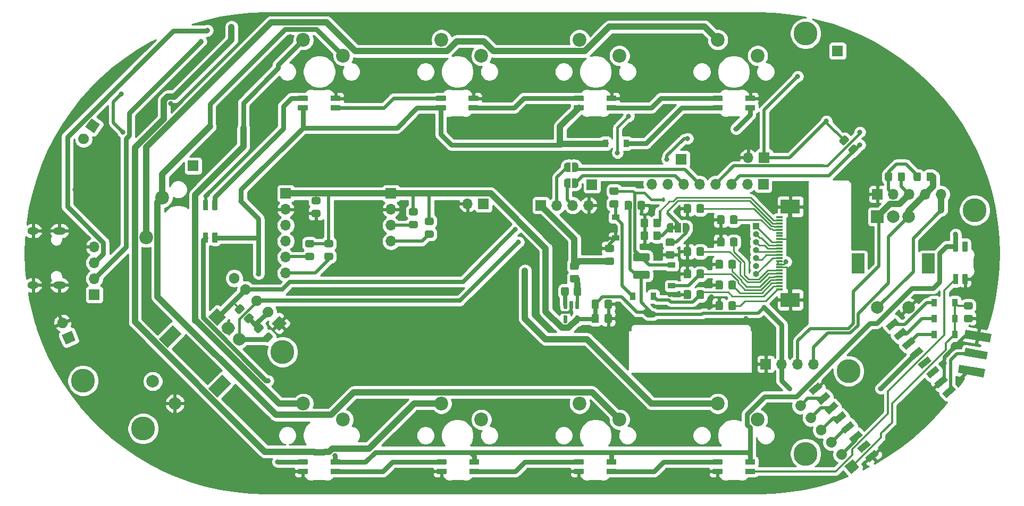
<source format=gbr>
%TF.GenerationSoftware,KiCad,Pcbnew,(5.1.10)-1*%
%TF.CreationDate,2022-02-17T21:55:52+01:00*%
%TF.ProjectId,keyboardEink,6b657962-6f61-4726-9445-696e6b2e6b69,rev?*%
%TF.SameCoordinates,Original*%
%TF.FileFunction,Copper,L1,Top*%
%TF.FilePolarity,Positive*%
%FSLAX46Y46*%
G04 Gerber Fmt 4.6, Leading zero omitted, Abs format (unit mm)*
G04 Created by KiCad (PCBNEW (5.1.10)-1) date 2022-02-17 21:55:52*
%MOMM*%
%LPD*%
G01*
G04 APERTURE LIST*
%TA.AperFunction,EtchedComponent*%
%ADD10C,0.100000*%
%TD*%
%TA.AperFunction,ComponentPad*%
%ADD11O,1.800000X1.200000*%
%TD*%
%TA.AperFunction,ComponentPad*%
%ADD12O,2.000000X1.200000*%
%TD*%
%TA.AperFunction,ComponentPad*%
%ADD13O,1.700000X1.700000*%
%TD*%
%TA.AperFunction,ComponentPad*%
%ADD14R,1.700000X1.700000*%
%TD*%
%TA.AperFunction,SMDPad,CuDef*%
%ADD15R,0.900000X1.200000*%
%TD*%
%TA.AperFunction,SMDPad,CuDef*%
%ADD16C,0.100000*%
%TD*%
%TA.AperFunction,ComponentPad*%
%ADD17C,0.100000*%
%TD*%
%TA.AperFunction,SMDPad,CuDef*%
%ADD18R,3.100000X2.300000*%
%TD*%
%TA.AperFunction,SMDPad,CuDef*%
%ADD19R,1.100000X0.300000*%
%TD*%
%TA.AperFunction,ComponentPad*%
%ADD20O,1.000000X1.000000*%
%TD*%
%TA.AperFunction,ComponentPad*%
%ADD21R,1.000000X1.000000*%
%TD*%
%TA.AperFunction,ComponentPad*%
%ADD22C,2.000000*%
%TD*%
%TA.AperFunction,ComponentPad*%
%ADD23R,2.000000X2.000000*%
%TD*%
%TA.AperFunction,ComponentPad*%
%ADD24R,2.000000X3.200000*%
%TD*%
%TA.AperFunction,ComponentPad*%
%ADD25C,2.200000*%
%TD*%
%TA.AperFunction,SMDPad,CuDef*%
%ADD26R,1.000000X1.500000*%
%TD*%
%TA.AperFunction,SMDPad,CuDef*%
%ADD27R,0.450000X0.700000*%
%TD*%
%TA.AperFunction,SMDPad,CuDef*%
%ADD28R,1.200000X0.900000*%
%TD*%
%TA.AperFunction,ViaPad*%
%ADD29C,3.800000*%
%TD*%
%TA.AperFunction,ViaPad*%
%ADD30C,0.800000*%
%TD*%
%TA.AperFunction,ViaPad*%
%ADD31C,2.200000*%
%TD*%
%TA.AperFunction,Conductor*%
%ADD32C,0.250000*%
%TD*%
%TA.AperFunction,Conductor*%
%ADD33C,0.500000*%
%TD*%
%TA.AperFunction,Conductor*%
%ADD34C,0.400000*%
%TD*%
%TA.AperFunction,Conductor*%
%ADD35C,1.000000*%
%TD*%
%TA.AperFunction,Conductor*%
%ADD36C,0.350000*%
%TD*%
%TA.AperFunction,Conductor*%
%ADD37C,0.700000*%
%TD*%
%TA.AperFunction,Conductor*%
%ADD38C,0.800000*%
%TD*%
%TA.AperFunction,Conductor*%
%ADD39C,0.300000*%
%TD*%
%TA.AperFunction,Conductor*%
%ADD40C,0.600000*%
%TD*%
%TA.AperFunction,Conductor*%
%ADD41C,0.254000*%
%TD*%
%TA.AperFunction,Conductor*%
%ADD42C,0.100000*%
%TD*%
G04 APERTURE END LIST*
D10*
%TO.C,JP1*%
G36*
X178776000Y-97664000D02*
G01*
X179276000Y-97664000D01*
X179276000Y-98264000D01*
X178776000Y-98264000D01*
X178776000Y-97664000D01*
G37*
%TD*%
D11*
%TO.P,U8,0*%
%TO.N,GND*%
X76966000Y-107115000D03*
D12*
X81166000Y-107115000D03*
X81166000Y-98465000D03*
D11*
X76966000Y-98465000D03*
%TD*%
D13*
%TO.P,J12,4*%
%TO.N,/IO2*%
X201266000Y-119700000D03*
%TO.P,J12,3*%
%TO.N,/IO1*%
X198726000Y-119700000D03*
%TO.P,J12,2*%
%TO.N,+3.3VP*%
X196186000Y-119700000D03*
D14*
%TO.P,J12,1*%
%TO.N,GND*%
X193646000Y-119700000D03*
%TD*%
%TO.P,R34,2*%
%TO.N,GND*%
%TA.AperFunction,SMDPad,CuDef*%
G36*
G01*
X225453999Y-111876000D02*
X226354001Y-111876000D01*
G75*
G02*
X226604000Y-112125999I0J-249999D01*
G01*
X226604000Y-112776001D01*
G75*
G02*
X226354001Y-113026000I-249999J0D01*
G01*
X225453999Y-113026000D01*
G75*
G02*
X225204000Y-112776001I0J249999D01*
G01*
X225204000Y-112125999D01*
G75*
G02*
X225453999Y-111876000I249999J0D01*
G01*
G37*
%TD.AperFunction*%
%TO.P,R34,1*%
%TO.N,/RFM_DIO*%
%TA.AperFunction,SMDPad,CuDef*%
G36*
G01*
X225453999Y-109826000D02*
X226354001Y-109826000D01*
G75*
G02*
X226604000Y-110075999I0J-249999D01*
G01*
X226604000Y-110726001D01*
G75*
G02*
X226354001Y-110976000I-249999J0D01*
G01*
X225453999Y-110976000D01*
G75*
G02*
X225204000Y-110726001I0J249999D01*
G01*
X225204000Y-110075999D01*
G75*
G02*
X225453999Y-109826000I249999J0D01*
G01*
G37*
%TD.AperFunction*%
%TD*%
D15*
%TO.P,D20,2*%
%TO.N,Net-(D20-Pad2)*%
X220444000Y-114982000D03*
%TO.P,D20,1*%
%TO.N,/RFM_DIO*%
X223744000Y-114982000D03*
%TD*%
%TO.P,D19,2*%
%TO.N,Net-(D19-Pad2)*%
X220444000Y-112442000D03*
%TO.P,D19,1*%
%TO.N,/RFM_DIO*%
X223744000Y-112442000D03*
%TD*%
%TO.P,D18,2*%
%TO.N,Net-(D18-Pad2)*%
X220444000Y-109902000D03*
%TO.P,D18,1*%
%TO.N,/RFM_DIO*%
X223744000Y-109902000D03*
%TD*%
%TA.AperFunction,SMDPad,CuDef*%
D16*
%TO.P,AE1,1*%
%TO.N,Net-(AE1-Pad1)*%
G36*
X228761905Y-119002650D02*
G01*
X225216597Y-118377516D01*
X225437131Y-117126810D01*
X228982439Y-117751944D01*
X228761905Y-119002650D01*
G37*
%TD.AperFunction*%
%TA.AperFunction,SMDPad,CuDef*%
%TO.P,AE1,2*%
%TO.N,GND*%
G36*
X229343996Y-116277324D02*
G01*
X225207803Y-115548002D01*
X225442228Y-114218512D01*
X229578421Y-114947834D01*
X229343996Y-116277324D01*
G37*
%TD.AperFunction*%
%TA.AperFunction,SMDPad,CuDef*%
G36*
X228362884Y-121841488D02*
G01*
X224226691Y-121112166D01*
X224461116Y-119782676D01*
X228597309Y-120511998D01*
X228362884Y-121841488D01*
G37*
%TD.AperFunction*%
%TD*%
%TO.P,J19,6*%
%TO.N,/RFM_MISO*%
%TA.AperFunction,ComponentPad*%
G36*
G01*
X199849735Y-125788867D02*
X199849735Y-125788867D01*
G75*
G02*
X199744966Y-126986374I-651138J-546369D01*
G01*
X199744966Y-126986374D01*
G75*
G02*
X198547459Y-126881605I-546369J651138D01*
G01*
X198547459Y-126881605D01*
G75*
G02*
X198652228Y-125684098I651138J546369D01*
G01*
X198652228Y-125684098D01*
G75*
G02*
X199849735Y-125788867I546369J-651138D01*
G01*
G37*
%TD.AperFunction*%
%TO.P,J19,5*%
%TO.N,/RFM_MOSI*%
%TA.AperFunction,ComponentPad*%
G36*
G01*
X201482416Y-127734619D02*
X201482416Y-127734619D01*
G75*
G02*
X201377647Y-128932126I-651138J-546369D01*
G01*
X201377647Y-128932126D01*
G75*
G02*
X200180140Y-128827357I-546369J651138D01*
G01*
X200180140Y-128827357D01*
G75*
G02*
X200284909Y-127629850I651138J546369D01*
G01*
X200284909Y-127629850D01*
G75*
G02*
X201482416Y-127734619I546369J-651138D01*
G01*
G37*
%TD.AperFunction*%
%TO.P,J19,4*%
%TO.N,/RFM_CLK*%
%TA.AperFunction,ComponentPad*%
G36*
G01*
X203115096Y-129680372D02*
X203115096Y-129680372D01*
G75*
G02*
X203010327Y-130877879I-651138J-546369D01*
G01*
X203010327Y-130877879D01*
G75*
G02*
X201812820Y-130773110I-546369J651138D01*
G01*
X201812820Y-130773110D01*
G75*
G02*
X201917589Y-129575603I651138J546369D01*
G01*
X201917589Y-129575603D01*
G75*
G02*
X203115096Y-129680372I546369J-651138D01*
G01*
G37*
%TD.AperFunction*%
%TO.P,J19,3*%
%TO.N,/RFM_CS*%
%TA.AperFunction,ComponentPad*%
G36*
G01*
X204747777Y-131626125D02*
X204747777Y-131626125D01*
G75*
G02*
X204643008Y-132823632I-651138J-546369D01*
G01*
X204643008Y-132823632D01*
G75*
G02*
X203445501Y-132718863I-546369J651138D01*
G01*
X203445501Y-132718863D01*
G75*
G02*
X203550270Y-131521356I651138J546369D01*
G01*
X203550270Y-131521356D01*
G75*
G02*
X204747777Y-131626125I546369J-651138D01*
G01*
G37*
%TD.AperFunction*%
%TO.P,J19,2*%
%TO.N,/RFM_RST*%
%TA.AperFunction,ComponentPad*%
G36*
G01*
X206380457Y-133571878D02*
X206380457Y-133571878D01*
G75*
G02*
X206275688Y-134769385I-651138J-546369D01*
G01*
X206275688Y-134769385D01*
G75*
G02*
X205078181Y-134664616I-546369J651138D01*
G01*
X205078181Y-134664616D01*
G75*
G02*
X205182950Y-133467109I651138J546369D01*
G01*
X205182950Y-133467109D01*
G75*
G02*
X206380457Y-133571878I546369J-651138D01*
G01*
G37*
%TD.AperFunction*%
%TA.AperFunction,ComponentPad*%
D17*
%TO.P,J19,1*%
%TO.N,/RFM_DIO*%
G36*
X207466768Y-134866493D02*
G01*
X208559507Y-136168768D01*
X207257232Y-137261507D01*
X206164493Y-135959232D01*
X207466768Y-134866493D01*
G37*
%TD.AperFunction*%
%TD*%
%TA.AperFunction,SMDPad,CuDef*%
D16*
%TO.P,U7,16*%
%TO.N,Net-(D18-Pad2)*%
G36*
X213372191Y-114393198D02*
G01*
X212729404Y-113627153D01*
X214261493Y-112341578D01*
X214904280Y-113107623D01*
X213372191Y-114393198D01*
G37*
%TD.AperFunction*%
%TA.AperFunction,SMDPad,CuDef*%
%TO.P,U7,15*%
%TO.N,Net-(D19-Pad2)*%
G36*
X214657766Y-115925287D02*
G01*
X214014979Y-115159242D01*
X215547068Y-113873667D01*
X216189855Y-114639712D01*
X214657766Y-115925287D01*
G37*
%TD.AperFunction*%
%TA.AperFunction,SMDPad,CuDef*%
%TO.P,U7,14*%
%TO.N,Net-(D20-Pad2)*%
G36*
X215943342Y-117457376D02*
G01*
X215300555Y-116691331D01*
X216832644Y-115405756D01*
X217475431Y-116171801D01*
X215943342Y-117457376D01*
G37*
%TD.AperFunction*%
%TA.AperFunction,SMDPad,CuDef*%
%TO.P,U7,13*%
%TO.N,+3.3VP*%
G36*
X217228917Y-118989465D02*
G01*
X216586130Y-118223420D01*
X218118219Y-116937845D01*
X218761006Y-117703890D01*
X217228917Y-118989465D01*
G37*
%TD.AperFunction*%
%TA.AperFunction,SMDPad,CuDef*%
%TO.P,U7,12*%
%TO.N,Net-(U7-Pad12)*%
G36*
X218514492Y-120521554D02*
G01*
X217871705Y-119755509D01*
X219403794Y-118469934D01*
X220046581Y-119235979D01*
X218514492Y-120521554D01*
G37*
%TD.AperFunction*%
%TA.AperFunction,SMDPad,CuDef*%
%TO.P,U7,11*%
%TO.N,Net-(U7-Pad11)*%
G36*
X219800067Y-122053642D02*
G01*
X219157280Y-121287597D01*
X220689369Y-120002022D01*
X221332156Y-120768067D01*
X219800067Y-122053642D01*
G37*
%TD.AperFunction*%
%TA.AperFunction,SMDPad,CuDef*%
%TO.P,U7,10*%
%TO.N,GND*%
G36*
X221085643Y-123585731D02*
G01*
X220442856Y-122819686D01*
X221974945Y-121534111D01*
X222617732Y-122300156D01*
X221085643Y-123585731D01*
G37*
%TD.AperFunction*%
%TA.AperFunction,SMDPad,CuDef*%
%TO.P,U7,9*%
%TO.N,Net-(AE1-Pad1)*%
G36*
X222371218Y-125117820D02*
G01*
X221728431Y-124351775D01*
X223260520Y-123066200D01*
X223903307Y-123832245D01*
X222371218Y-125117820D01*
G37*
%TD.AperFunction*%
%TA.AperFunction,SMDPad,CuDef*%
%TO.P,U7,8*%
%TO.N,GND*%
G36*
X210114507Y-135402422D02*
G01*
X209471720Y-134636377D01*
X211003809Y-133350802D01*
X211646596Y-134116847D01*
X210114507Y-135402422D01*
G37*
%TD.AperFunction*%
%TA.AperFunction,SMDPad,CuDef*%
%TO.P,U7,7*%
%TO.N,Net-(U7-Pad7)*%
G36*
X208828932Y-133870333D02*
G01*
X208186145Y-133104288D01*
X209718234Y-131818713D01*
X210361021Y-132584758D01*
X208828932Y-133870333D01*
G37*
%TD.AperFunction*%
%TA.AperFunction,SMDPad,CuDef*%
%TO.P,U7,6*%
%TO.N,/RFM_RST*%
G36*
X207543356Y-132338244D02*
G01*
X206900569Y-131572199D01*
X208432658Y-130286624D01*
X209075445Y-131052669D01*
X207543356Y-132338244D01*
G37*
%TD.AperFunction*%
%TA.AperFunction,SMDPad,CuDef*%
%TO.P,U7,5*%
%TO.N,/RFM_CS*%
G36*
X206257781Y-130806155D02*
G01*
X205614994Y-130040110D01*
X207147083Y-128754535D01*
X207789870Y-129520580D01*
X206257781Y-130806155D01*
G37*
%TD.AperFunction*%
%TA.AperFunction,SMDPad,CuDef*%
%TO.P,U7,4*%
%TO.N,/RFM_CLK*%
G36*
X204972206Y-129274066D02*
G01*
X204329419Y-128508021D01*
X205861508Y-127222446D01*
X206504295Y-127988491D01*
X204972206Y-129274066D01*
G37*
%TD.AperFunction*%
%TA.AperFunction,SMDPad,CuDef*%
%TO.P,U7,3*%
%TO.N,/RFM_MOSI*%
G36*
X203686631Y-127741978D02*
G01*
X203043844Y-126975933D01*
X204575933Y-125690358D01*
X205218720Y-126456403D01*
X203686631Y-127741978D01*
G37*
%TD.AperFunction*%
%TA.AperFunction,SMDPad,CuDef*%
%TO.P,U7,2*%
%TO.N,/RFM_MISO*%
G36*
X202401055Y-126209889D02*
G01*
X201758268Y-125443844D01*
X203290357Y-124158269D01*
X203933144Y-124924314D01*
X202401055Y-126209889D01*
G37*
%TD.AperFunction*%
%TA.AperFunction,SMDPad,CuDef*%
%TO.P,U7,1*%
%TO.N,GND*%
G36*
X201115480Y-124677800D02*
G01*
X200472693Y-123911755D01*
X202004782Y-122626180D01*
X202647569Y-123392225D01*
X201115480Y-124677800D01*
G37*
%TD.AperFunction*%
%TD*%
D13*
%TO.P,J18,4*%
%TO.N,GND*%
X86712000Y-101012000D03*
%TO.P,J18,3*%
%TO.N,/DP*%
X86712000Y-103552000D03*
%TO.P,J18,2*%
%TO.N,/DN*%
X86712000Y-106092000D03*
D14*
%TO.P,J18,1*%
%TO.N,+5VD*%
X86712000Y-108632000D03*
%TD*%
D13*
%TO.P,J17,2*%
%TO.N,GND*%
X146148000Y-94154000D03*
D14*
%TO.P,J17,1*%
%TO.N,+5V*%
X148688000Y-94154000D03*
%TD*%
%TO.P,J16,1*%
%TO.N,Net-(J16-Pad1)*%
X165960000Y-91106000D03*
%TD*%
%TO.P,J15,1*%
%TO.N,Net-(J14-Pad9)*%
X205076000Y-69770000D03*
%TD*%
%TO.P,R31,2*%
%TO.N,+3.3VP*%
%TA.AperFunction,SMDPad,CuDef*%
G36*
G01*
X206854001Y-84119604D02*
X206217604Y-84756001D01*
G75*
G02*
X205864052Y-84756001I-176776J176776D01*
G01*
X205404431Y-84296380D01*
G75*
G02*
X205404431Y-83942828I176776J176776D01*
G01*
X206040828Y-83306431D01*
G75*
G02*
X206394380Y-83306431I176776J-176776D01*
G01*
X206854001Y-83766052D01*
G75*
G02*
X206854001Y-84119604I-176776J-176776D01*
G01*
G37*
%TD.AperFunction*%
%TO.P,R31,1*%
%TO.N,/IO48*%
%TA.AperFunction,SMDPad,CuDef*%
G36*
G01*
X208303569Y-85569172D02*
X207667172Y-86205569D01*
G75*
G02*
X207313620Y-86205569I-176776J176776D01*
G01*
X206853999Y-85745948D01*
G75*
G02*
X206853999Y-85392396I176776J176776D01*
G01*
X207490396Y-84755999D01*
G75*
G02*
X207843948Y-84755999I176776J-176776D01*
G01*
X208303569Y-85215620D01*
G75*
G02*
X208303569Y-85569172I-176776J-176776D01*
G01*
G37*
%TD.AperFunction*%
%TD*%
D13*
%TO.P,J13,2*%
%TO.N,GND*%
X190852000Y-86788000D03*
D14*
%TO.P,J13,1*%
%TO.N,+3.3VP*%
X193392000Y-86788000D03*
%TD*%
%TA.AperFunction,SMDPad,CuDef*%
D16*
%TO.P,JP5,2*%
%TO.N,/D+*%
G36*
X162008000Y-91601398D02*
G01*
X161983466Y-91601398D01*
X161934635Y-91596588D01*
X161886510Y-91587016D01*
X161839555Y-91572772D01*
X161794222Y-91553995D01*
X161750949Y-91530864D01*
X161710150Y-91503604D01*
X161672221Y-91472476D01*
X161637524Y-91437779D01*
X161606396Y-91399850D01*
X161579136Y-91359051D01*
X161556005Y-91315778D01*
X161537228Y-91270445D01*
X161522984Y-91223490D01*
X161513412Y-91175365D01*
X161508602Y-91126534D01*
X161508602Y-91102000D01*
X161508000Y-91102000D01*
X161508000Y-90602000D01*
X161508602Y-90602000D01*
X161508602Y-90577466D01*
X161513412Y-90528635D01*
X161522984Y-90480510D01*
X161537228Y-90433555D01*
X161556005Y-90388222D01*
X161579136Y-90344949D01*
X161606396Y-90304150D01*
X161637524Y-90266221D01*
X161672221Y-90231524D01*
X161710150Y-90200396D01*
X161750949Y-90173136D01*
X161794222Y-90150005D01*
X161839555Y-90131228D01*
X161886510Y-90116984D01*
X161934635Y-90107412D01*
X161983466Y-90102602D01*
X162008000Y-90102602D01*
X162008000Y-90102000D01*
X162508000Y-90102000D01*
X162508000Y-91602000D01*
X162008000Y-91602000D01*
X162008000Y-91601398D01*
G37*
%TD.AperFunction*%
%TA.AperFunction,SMDPad,CuDef*%
%TO.P,JP5,1*%
%TO.N,/IO13_1*%
G36*
X162808000Y-90102000D02*
G01*
X163308000Y-90102000D01*
X163308000Y-90102602D01*
X163332534Y-90102602D01*
X163381365Y-90107412D01*
X163429490Y-90116984D01*
X163476445Y-90131228D01*
X163521778Y-90150005D01*
X163565051Y-90173136D01*
X163605850Y-90200396D01*
X163643779Y-90231524D01*
X163678476Y-90266221D01*
X163709604Y-90304150D01*
X163736864Y-90344949D01*
X163759995Y-90388222D01*
X163778772Y-90433555D01*
X163793016Y-90480510D01*
X163802588Y-90528635D01*
X163807398Y-90577466D01*
X163807398Y-90602000D01*
X163808000Y-90602000D01*
X163808000Y-91102000D01*
X163807398Y-91102000D01*
X163807398Y-91126534D01*
X163802588Y-91175365D01*
X163793016Y-91223490D01*
X163778772Y-91270445D01*
X163759995Y-91315778D01*
X163736864Y-91359051D01*
X163709604Y-91399850D01*
X163678476Y-91437779D01*
X163643779Y-91472476D01*
X163605850Y-91503604D01*
X163565051Y-91530864D01*
X163521778Y-91553995D01*
X163476445Y-91572772D01*
X163429490Y-91587016D01*
X163381365Y-91596588D01*
X163332534Y-91601398D01*
X163308000Y-91601398D01*
X163308000Y-91602000D01*
X162808000Y-91602000D01*
X162808000Y-90102000D01*
G37*
%TD.AperFunction*%
%TD*%
%TA.AperFunction,SMDPad,CuDef*%
%TO.P,JP4,2*%
%TO.N,/D-*%
G36*
X162008000Y-89061398D02*
G01*
X161983466Y-89061398D01*
X161934635Y-89056588D01*
X161886510Y-89047016D01*
X161839555Y-89032772D01*
X161794222Y-89013995D01*
X161750949Y-88990864D01*
X161710150Y-88963604D01*
X161672221Y-88932476D01*
X161637524Y-88897779D01*
X161606396Y-88859850D01*
X161579136Y-88819051D01*
X161556005Y-88775778D01*
X161537228Y-88730445D01*
X161522984Y-88683490D01*
X161513412Y-88635365D01*
X161508602Y-88586534D01*
X161508602Y-88562000D01*
X161508000Y-88562000D01*
X161508000Y-88062000D01*
X161508602Y-88062000D01*
X161508602Y-88037466D01*
X161513412Y-87988635D01*
X161522984Y-87940510D01*
X161537228Y-87893555D01*
X161556005Y-87848222D01*
X161579136Y-87804949D01*
X161606396Y-87764150D01*
X161637524Y-87726221D01*
X161672221Y-87691524D01*
X161710150Y-87660396D01*
X161750949Y-87633136D01*
X161794222Y-87610005D01*
X161839555Y-87591228D01*
X161886510Y-87576984D01*
X161934635Y-87567412D01*
X161983466Y-87562602D01*
X162008000Y-87562602D01*
X162008000Y-87562000D01*
X162508000Y-87562000D01*
X162508000Y-89062000D01*
X162008000Y-89062000D01*
X162008000Y-89061398D01*
G37*
%TD.AperFunction*%
%TA.AperFunction,SMDPad,CuDef*%
%TO.P,JP4,1*%
%TO.N,/IO14_1*%
G36*
X162808000Y-87562000D02*
G01*
X163308000Y-87562000D01*
X163308000Y-87562602D01*
X163332534Y-87562602D01*
X163381365Y-87567412D01*
X163429490Y-87576984D01*
X163476445Y-87591228D01*
X163521778Y-87610005D01*
X163565051Y-87633136D01*
X163605850Y-87660396D01*
X163643779Y-87691524D01*
X163678476Y-87726221D01*
X163709604Y-87764150D01*
X163736864Y-87804949D01*
X163759995Y-87848222D01*
X163778772Y-87893555D01*
X163793016Y-87940510D01*
X163802588Y-87988635D01*
X163807398Y-88037466D01*
X163807398Y-88062000D01*
X163808000Y-88062000D01*
X163808000Y-88562000D01*
X163807398Y-88562000D01*
X163807398Y-88586534D01*
X163802588Y-88635365D01*
X163793016Y-88683490D01*
X163778772Y-88730445D01*
X163759995Y-88775778D01*
X163736864Y-88819051D01*
X163709604Y-88859850D01*
X163678476Y-88897779D01*
X163643779Y-88932476D01*
X163605850Y-88963604D01*
X163565051Y-88990864D01*
X163521778Y-89013995D01*
X163476445Y-89032772D01*
X163429490Y-89047016D01*
X163381365Y-89056588D01*
X163332534Y-89061398D01*
X163308000Y-89061398D01*
X163308000Y-89062000D01*
X162808000Y-89062000D01*
X162808000Y-87562000D01*
G37*
%TD.AperFunction*%
%TD*%
D18*
%TO.P,U2,MP*%
%TO.N,GND*%
X197552000Y-94608000D03*
X197552000Y-109448000D03*
D19*
%TO.P,U2,24*%
%TO.N,Net-(U2-Pad24)*%
X195852000Y-96278000D03*
%TO.P,U2,23*%
%TO.N,Net-(Q1-Pad1)*%
X195852000Y-96778000D03*
%TO.P,U2,22*%
%TO.N,/SEL_R*%
X195852000Y-97278000D03*
%TO.P,U2,21*%
%TO.N,Net-(C7-Pad2)*%
X195852000Y-97778000D03*
%TO.P,U2,20*%
%TO.N,Net-(C9-Pad2)*%
X195852000Y-98278000D03*
%TO.P,U2,19*%
%TO.N,Net-(U2-Pad19)*%
X195852000Y-98778000D03*
%TO.P,U2,18*%
%TO.N,Net-(U2-Pad18)*%
X195852000Y-99278000D03*
%TO.P,U2,17*%
%TO.N,GND*%
X195852000Y-99778000D03*
%TO.P,U2,16*%
%TO.N,/EPD_BUSY*%
X195852000Y-100278000D03*
%TO.P,U2,15*%
%TO.N,/EPD_RST*%
X195852000Y-100778000D03*
%TO.P,U2,14*%
%TO.N,/EPD_DC*%
X195852000Y-101278000D03*
%TO.P,U2,13*%
%TO.N,/EPD_CS*%
X195852000Y-101778000D03*
%TO.P,U2,12*%
%TO.N,/EPD_CLK*%
X195852000Y-102278000D03*
%TO.P,U2,11*%
%TO.N,/EPD_MOSI*%
X195852000Y-102778000D03*
%TO.P,U2,10*%
%TO.N,+3.3VP*%
X195852000Y-103278000D03*
%TO.P,U2,9*%
X195852000Y-103778000D03*
%TO.P,U2,8*%
%TO.N,GND*%
X195852000Y-104278000D03*
%TO.P,U2,7*%
%TO.N,Net-(C11-Pad2)*%
X195852000Y-104778000D03*
%TO.P,U2,6*%
%TO.N,Net-(C6-Pad2)*%
X195852000Y-105278000D03*
%TO.P,U2,5*%
%TO.N,Net-(C5-Pad2)*%
X195852000Y-105778000D03*
%TO.P,U2,4*%
%TO.N,Net-(C4-Pad2)*%
X195852000Y-106278000D03*
%TO.P,U2,3*%
%TO.N,Net-(C3-Pad2)*%
X195852000Y-106778000D03*
%TO.P,U2,2*%
%TO.N,Net-(C2-Pad2)*%
X195852000Y-107278000D03*
%TO.P,U2,1*%
%TO.N,Net-(C1-Pad2)*%
X195852000Y-107778000D03*
%TD*%
D20*
%TO.P,J11,7*%
%TO.N,/EPD_MOSI*%
X192122000Y-105360000D03*
%TO.P,J11,6*%
%TO.N,/EPD_MISO*%
X192122000Y-104090000D03*
%TO.P,J11,5*%
%TO.N,/EPD_CLK*%
X192122000Y-102820000D03*
%TO.P,J11,4*%
%TO.N,/EPD_CS*%
X192122000Y-101550000D03*
%TO.P,J11,3*%
%TO.N,/EPD_DC*%
X192122000Y-100280000D03*
%TO.P,J11,2*%
%TO.N,/EPD_RST*%
X192122000Y-99010000D03*
D21*
%TO.P,J11,1*%
%TO.N,/EPD_BUSY*%
X192122000Y-97740000D03*
%TD*%
D14*
%TO.P,J4,1*%
%TO.N,/DONE*%
X102460000Y-88100000D03*
%TD*%
%TO.P,D11,3*%
%TO.N,GND*%
%TA.AperFunction,SMDPad,CuDef*%
G36*
G01*
X163150000Y-136403999D02*
X164586000Y-136403999D01*
G75*
G02*
X164668000Y-136485999I0J-82000D01*
G01*
X164668000Y-137141999D01*
G75*
G02*
X164586000Y-137223999I-82000J0D01*
G01*
X163150000Y-137223999D01*
G75*
G02*
X163068000Y-137141999I0J82000D01*
G01*
X163068000Y-136485999D01*
G75*
G02*
X163150000Y-136403999I82000J0D01*
G01*
G37*
%TD.AperFunction*%
%TO.P,D11,4*%
%TO.N,Net-(D11-Pad4)*%
%TA.AperFunction,SMDPad,CuDef*%
G36*
G01*
X163150000Y-134903999D02*
X164586000Y-134903999D01*
G75*
G02*
X164668000Y-134985999I0J-82000D01*
G01*
X164668000Y-135641999D01*
G75*
G02*
X164586000Y-135723999I-82000J0D01*
G01*
X163150000Y-135723999D01*
G75*
G02*
X163068000Y-135641999I0J82000D01*
G01*
X163068000Y-134985999D01*
G75*
G02*
X163150000Y-134903999I82000J0D01*
G01*
G37*
%TD.AperFunction*%
%TO.P,D11,2*%
%TO.N,Net-(D11-Pad2)*%
%TA.AperFunction,SMDPad,CuDef*%
G36*
G01*
X168350000Y-136403999D02*
X169786000Y-136403999D01*
G75*
G02*
X169868000Y-136485999I0J-82000D01*
G01*
X169868000Y-137141999D01*
G75*
G02*
X169786000Y-137223999I-82000J0D01*
G01*
X168350000Y-137223999D01*
G75*
G02*
X168268000Y-137141999I0J82000D01*
G01*
X168268000Y-136485999D01*
G75*
G02*
X168350000Y-136403999I82000J0D01*
G01*
G37*
%TD.AperFunction*%
%TO.P,D11,1*%
%TO.N,+4V*%
%TA.AperFunction,SMDPad,CuDef*%
G36*
G01*
X168350000Y-134903999D02*
X169786000Y-134903999D01*
G75*
G02*
X169868000Y-134985999I0J-82000D01*
G01*
X169868000Y-135641999D01*
G75*
G02*
X169786000Y-135723999I-82000J0D01*
G01*
X168350000Y-135723999D01*
G75*
G02*
X168268000Y-135641999I0J82000D01*
G01*
X168268000Y-134985999D01*
G75*
G02*
X168350000Y-134903999I82000J0D01*
G01*
G37*
%TD.AperFunction*%
%TD*%
%TO.P,D10,3*%
%TO.N,GND*%
%TA.AperFunction,SMDPad,CuDef*%
G36*
G01*
X224973999Y-106870000D02*
X224973999Y-105434000D01*
G75*
G02*
X225055999Y-105352000I82000J0D01*
G01*
X225711999Y-105352000D01*
G75*
G02*
X225793999Y-105434000I0J-82000D01*
G01*
X225793999Y-106870000D01*
G75*
G02*
X225711999Y-106952000I-82000J0D01*
G01*
X225055999Y-106952000D01*
G75*
G02*
X224973999Y-106870000I0J82000D01*
G01*
G37*
%TD.AperFunction*%
%TO.P,D10,4*%
%TO.N,Net-(D10-Pad4)*%
%TA.AperFunction,SMDPad,CuDef*%
G36*
G01*
X223473999Y-106870000D02*
X223473999Y-105434000D01*
G75*
G02*
X223555999Y-105352000I82000J0D01*
G01*
X224211999Y-105352000D01*
G75*
G02*
X224293999Y-105434000I0J-82000D01*
G01*
X224293999Y-106870000D01*
G75*
G02*
X224211999Y-106952000I-82000J0D01*
G01*
X223555999Y-106952000D01*
G75*
G02*
X223473999Y-106870000I0J82000D01*
G01*
G37*
%TD.AperFunction*%
%TO.P,D10,2*%
%TO.N,Net-(D10-Pad2)*%
%TA.AperFunction,SMDPad,CuDef*%
G36*
G01*
X224973999Y-101670000D02*
X224973999Y-100234000D01*
G75*
G02*
X225055999Y-100152000I82000J0D01*
G01*
X225711999Y-100152000D01*
G75*
G02*
X225793999Y-100234000I0J-82000D01*
G01*
X225793999Y-101670000D01*
G75*
G02*
X225711999Y-101752000I-82000J0D01*
G01*
X225055999Y-101752000D01*
G75*
G02*
X224973999Y-101670000I0J82000D01*
G01*
G37*
%TD.AperFunction*%
%TO.P,D10,1*%
%TO.N,+4V*%
%TA.AperFunction,SMDPad,CuDef*%
G36*
G01*
X223473999Y-101670000D02*
X223473999Y-100234000D01*
G75*
G02*
X223555999Y-100152000I82000J0D01*
G01*
X224211999Y-100152000D01*
G75*
G02*
X224293999Y-100234000I0J-82000D01*
G01*
X224293999Y-101670000D01*
G75*
G02*
X224211999Y-101752000I-82000J0D01*
G01*
X223555999Y-101752000D01*
G75*
G02*
X223473999Y-101670000I0J82000D01*
G01*
G37*
%TD.AperFunction*%
%TD*%
%TO.P,D6,3*%
%TO.N,GND*%
%TA.AperFunction,SMDPad,CuDef*%
G36*
G01*
X185248000Y-136403999D02*
X186684000Y-136403999D01*
G75*
G02*
X186766000Y-136485999I0J-82000D01*
G01*
X186766000Y-137141999D01*
G75*
G02*
X186684000Y-137223999I-82000J0D01*
G01*
X185248000Y-137223999D01*
G75*
G02*
X185166000Y-137141999I0J82000D01*
G01*
X185166000Y-136485999D01*
G75*
G02*
X185248000Y-136403999I82000J0D01*
G01*
G37*
%TD.AperFunction*%
%TO.P,D6,4*%
%TO.N,Net-(D11-Pad2)*%
%TA.AperFunction,SMDPad,CuDef*%
G36*
G01*
X185248000Y-134903999D02*
X186684000Y-134903999D01*
G75*
G02*
X186766000Y-134985999I0J-82000D01*
G01*
X186766000Y-135641999D01*
G75*
G02*
X186684000Y-135723999I-82000J0D01*
G01*
X185248000Y-135723999D01*
G75*
G02*
X185166000Y-135641999I0J82000D01*
G01*
X185166000Y-134985999D01*
G75*
G02*
X185248000Y-134903999I82000J0D01*
G01*
G37*
%TD.AperFunction*%
%TO.P,D6,2*%
%TO.N,Net-(D10-Pad4)*%
%TA.AperFunction,SMDPad,CuDef*%
G36*
G01*
X190448000Y-136403999D02*
X191884000Y-136403999D01*
G75*
G02*
X191966000Y-136485999I0J-82000D01*
G01*
X191966000Y-137141999D01*
G75*
G02*
X191884000Y-137223999I-82000J0D01*
G01*
X190448000Y-137223999D01*
G75*
G02*
X190366000Y-137141999I0J82000D01*
G01*
X190366000Y-136485999D01*
G75*
G02*
X190448000Y-136403999I82000J0D01*
G01*
G37*
%TD.AperFunction*%
%TO.P,D6,1*%
%TO.N,+4V*%
%TA.AperFunction,SMDPad,CuDef*%
G36*
G01*
X190448000Y-134903999D02*
X191884000Y-134903999D01*
G75*
G02*
X191966000Y-134985999I0J-82000D01*
G01*
X191966000Y-135641999D01*
G75*
G02*
X191884000Y-135723999I-82000J0D01*
G01*
X190448000Y-135723999D01*
G75*
G02*
X190366000Y-135641999I0J82000D01*
G01*
X190366000Y-134985999D01*
G75*
G02*
X190448000Y-134903999I82000J0D01*
G01*
G37*
%TD.AperFunction*%
%TD*%
%TO.P,D5,3*%
%TO.N,GND*%
%TA.AperFunction,SMDPad,CuDef*%
G36*
G01*
X141306000Y-136403999D02*
X142742000Y-136403999D01*
G75*
G02*
X142824000Y-136485999I0J-82000D01*
G01*
X142824000Y-137141999D01*
G75*
G02*
X142742000Y-137223999I-82000J0D01*
G01*
X141306000Y-137223999D01*
G75*
G02*
X141224000Y-137141999I0J82000D01*
G01*
X141224000Y-136485999D01*
G75*
G02*
X141306000Y-136403999I82000J0D01*
G01*
G37*
%TD.AperFunction*%
%TO.P,D5,4*%
%TO.N,Net-(D4-Pad2)*%
%TA.AperFunction,SMDPad,CuDef*%
G36*
G01*
X141306000Y-134903999D02*
X142742000Y-134903999D01*
G75*
G02*
X142824000Y-134985999I0J-82000D01*
G01*
X142824000Y-135641999D01*
G75*
G02*
X142742000Y-135723999I-82000J0D01*
G01*
X141306000Y-135723999D01*
G75*
G02*
X141224000Y-135641999I0J82000D01*
G01*
X141224000Y-134985999D01*
G75*
G02*
X141306000Y-134903999I82000J0D01*
G01*
G37*
%TD.AperFunction*%
%TO.P,D5,2*%
%TO.N,Net-(D11-Pad4)*%
%TA.AperFunction,SMDPad,CuDef*%
G36*
G01*
X146506000Y-136403999D02*
X147942000Y-136403999D01*
G75*
G02*
X148024000Y-136485999I0J-82000D01*
G01*
X148024000Y-137141999D01*
G75*
G02*
X147942000Y-137223999I-82000J0D01*
G01*
X146506000Y-137223999D01*
G75*
G02*
X146424000Y-137141999I0J82000D01*
G01*
X146424000Y-136485999D01*
G75*
G02*
X146506000Y-136403999I82000J0D01*
G01*
G37*
%TD.AperFunction*%
%TO.P,D5,1*%
%TO.N,+4V*%
%TA.AperFunction,SMDPad,CuDef*%
G36*
G01*
X146506000Y-134903999D02*
X147942000Y-134903999D01*
G75*
G02*
X148024000Y-134985999I0J-82000D01*
G01*
X148024000Y-135641999D01*
G75*
G02*
X147942000Y-135723999I-82000J0D01*
G01*
X146506000Y-135723999D01*
G75*
G02*
X146424000Y-135641999I0J82000D01*
G01*
X146424000Y-134985999D01*
G75*
G02*
X146506000Y-134903999I82000J0D01*
G01*
G37*
%TD.AperFunction*%
%TD*%
%TO.P,D4,3*%
%TO.N,GND*%
%TA.AperFunction,SMDPad,CuDef*%
G36*
G01*
X119208000Y-136403999D02*
X120644000Y-136403999D01*
G75*
G02*
X120726000Y-136485999I0J-82000D01*
G01*
X120726000Y-137141999D01*
G75*
G02*
X120644000Y-137223999I-82000J0D01*
G01*
X119208000Y-137223999D01*
G75*
G02*
X119126000Y-137141999I0J82000D01*
G01*
X119126000Y-136485999D01*
G75*
G02*
X119208000Y-136403999I82000J0D01*
G01*
G37*
%TD.AperFunction*%
%TO.P,D4,4*%
%TO.N,/WS_2*%
%TA.AperFunction,SMDPad,CuDef*%
G36*
G01*
X119208000Y-134903999D02*
X120644000Y-134903999D01*
G75*
G02*
X120726000Y-134985999I0J-82000D01*
G01*
X120726000Y-135641999D01*
G75*
G02*
X120644000Y-135723999I-82000J0D01*
G01*
X119208000Y-135723999D01*
G75*
G02*
X119126000Y-135641999I0J82000D01*
G01*
X119126000Y-134985999D01*
G75*
G02*
X119208000Y-134903999I82000J0D01*
G01*
G37*
%TD.AperFunction*%
%TO.P,D4,2*%
%TO.N,Net-(D4-Pad2)*%
%TA.AperFunction,SMDPad,CuDef*%
G36*
G01*
X124408000Y-136403999D02*
X125844000Y-136403999D01*
G75*
G02*
X125926000Y-136485999I0J-82000D01*
G01*
X125926000Y-137141999D01*
G75*
G02*
X125844000Y-137223999I-82000J0D01*
G01*
X124408000Y-137223999D01*
G75*
G02*
X124326000Y-137141999I0J82000D01*
G01*
X124326000Y-136485999D01*
G75*
G02*
X124408000Y-136403999I82000J0D01*
G01*
G37*
%TD.AperFunction*%
%TO.P,D4,1*%
%TO.N,+4V*%
%TA.AperFunction,SMDPad,CuDef*%
G36*
G01*
X124408000Y-134903999D02*
X125844000Y-134903999D01*
G75*
G02*
X125926000Y-134985999I0J-82000D01*
G01*
X125926000Y-135641999D01*
G75*
G02*
X125844000Y-135723999I-82000J0D01*
G01*
X124408000Y-135723999D01*
G75*
G02*
X124326000Y-135641999I0J82000D01*
G01*
X124326000Y-134985999D01*
G75*
G02*
X124408000Y-134903999I82000J0D01*
G01*
G37*
%TD.AperFunction*%
%TD*%
%TO.P,D16,3*%
%TO.N,GND*%
%TA.AperFunction,SMDPad,CuDef*%
G36*
G01*
X104840000Y-93630000D02*
X104840000Y-95066000D01*
G75*
G02*
X104758000Y-95148000I-82000J0D01*
G01*
X104102000Y-95148000D01*
G75*
G02*
X104020000Y-95066000I0J82000D01*
G01*
X104020000Y-93630000D01*
G75*
G02*
X104102000Y-93548000I82000J0D01*
G01*
X104758000Y-93548000D01*
G75*
G02*
X104840000Y-93630000I0J-82000D01*
G01*
G37*
%TD.AperFunction*%
%TO.P,D16,4*%
%TO.N,Net-(D15-Pad2)*%
%TA.AperFunction,SMDPad,CuDef*%
G36*
G01*
X106340000Y-93630000D02*
X106340000Y-95066000D01*
G75*
G02*
X106258000Y-95148000I-82000J0D01*
G01*
X105602000Y-95148000D01*
G75*
G02*
X105520000Y-95066000I0J82000D01*
G01*
X105520000Y-93630000D01*
G75*
G02*
X105602000Y-93548000I82000J0D01*
G01*
X106258000Y-93548000D01*
G75*
G02*
X106340000Y-93630000I0J-82000D01*
G01*
G37*
%TD.AperFunction*%
%TO.P,D16,2*%
%TO.N,/WS_2*%
%TA.AperFunction,SMDPad,CuDef*%
G36*
G01*
X104840000Y-98830000D02*
X104840000Y-100266000D01*
G75*
G02*
X104758000Y-100348000I-82000J0D01*
G01*
X104102000Y-100348000D01*
G75*
G02*
X104020000Y-100266000I0J82000D01*
G01*
X104020000Y-98830000D01*
G75*
G02*
X104102000Y-98748000I82000J0D01*
G01*
X104758000Y-98748000D01*
G75*
G02*
X104840000Y-98830000I0J-82000D01*
G01*
G37*
%TD.AperFunction*%
%TO.P,D16,1*%
%TO.N,+4V*%
%TA.AperFunction,SMDPad,CuDef*%
G36*
G01*
X106340000Y-98830000D02*
X106340000Y-100266000D01*
G75*
G02*
X106258000Y-100348000I-82000J0D01*
G01*
X105602000Y-100348000D01*
G75*
G02*
X105520000Y-100266000I0J82000D01*
G01*
X105520000Y-98830000D01*
G75*
G02*
X105602000Y-98748000I82000J0D01*
G01*
X106258000Y-98748000D01*
G75*
G02*
X106340000Y-98830000I0J-82000D01*
G01*
G37*
%TD.AperFunction*%
%TD*%
%TO.P,D14,3*%
%TO.N,GND*%
%TA.AperFunction,SMDPad,CuDef*%
G36*
G01*
X147818000Y-77740000D02*
X146382000Y-77740000D01*
G75*
G02*
X146300000Y-77658000I0J82000D01*
G01*
X146300000Y-77002000D01*
G75*
G02*
X146382000Y-76920000I82000J0D01*
G01*
X147818000Y-76920000D01*
G75*
G02*
X147900000Y-77002000I0J-82000D01*
G01*
X147900000Y-77658000D01*
G75*
G02*
X147818000Y-77740000I-82000J0D01*
G01*
G37*
%TD.AperFunction*%
%TO.P,D14,4*%
%TO.N,Net-(D13-Pad2)*%
%TA.AperFunction,SMDPad,CuDef*%
G36*
G01*
X147818000Y-79240000D02*
X146382000Y-79240000D01*
G75*
G02*
X146300000Y-79158000I0J82000D01*
G01*
X146300000Y-78502000D01*
G75*
G02*
X146382000Y-78420000I82000J0D01*
G01*
X147818000Y-78420000D01*
G75*
G02*
X147900000Y-78502000I0J-82000D01*
G01*
X147900000Y-79158000D01*
G75*
G02*
X147818000Y-79240000I-82000J0D01*
G01*
G37*
%TD.AperFunction*%
%TO.P,D14,2*%
%TO.N,Net-(D14-Pad2)*%
%TA.AperFunction,SMDPad,CuDef*%
G36*
G01*
X142618000Y-77740000D02*
X141182000Y-77740000D01*
G75*
G02*
X141100000Y-77658000I0J82000D01*
G01*
X141100000Y-77002000D01*
G75*
G02*
X141182000Y-76920000I82000J0D01*
G01*
X142618000Y-76920000D01*
G75*
G02*
X142700000Y-77002000I0J-82000D01*
G01*
X142700000Y-77658000D01*
G75*
G02*
X142618000Y-77740000I-82000J0D01*
G01*
G37*
%TD.AperFunction*%
%TO.P,D14,1*%
%TO.N,+4V*%
%TA.AperFunction,SMDPad,CuDef*%
G36*
G01*
X142618000Y-79240000D02*
X141182000Y-79240000D01*
G75*
G02*
X141100000Y-79158000I0J82000D01*
G01*
X141100000Y-78502000D01*
G75*
G02*
X141182000Y-78420000I82000J0D01*
G01*
X142618000Y-78420000D01*
G75*
G02*
X142700000Y-78502000I0J-82000D01*
G01*
X142700000Y-79158000D01*
G75*
G02*
X142618000Y-79240000I-82000J0D01*
G01*
G37*
%TD.AperFunction*%
%TD*%
%TO.P,D13,3*%
%TO.N,GND*%
%TA.AperFunction,SMDPad,CuDef*%
G36*
G01*
X169786000Y-77740000D02*
X168350000Y-77740000D01*
G75*
G02*
X168268000Y-77658000I0J82000D01*
G01*
X168268000Y-77002000D01*
G75*
G02*
X168350000Y-76920000I82000J0D01*
G01*
X169786000Y-76920000D01*
G75*
G02*
X169868000Y-77002000I0J-82000D01*
G01*
X169868000Y-77658000D01*
G75*
G02*
X169786000Y-77740000I-82000J0D01*
G01*
G37*
%TD.AperFunction*%
%TO.P,D13,4*%
%TO.N,Net-(D12-Pad2)*%
%TA.AperFunction,SMDPad,CuDef*%
G36*
G01*
X169786000Y-79240000D02*
X168350000Y-79240000D01*
G75*
G02*
X168268000Y-79158000I0J82000D01*
G01*
X168268000Y-78502000D01*
G75*
G02*
X168350000Y-78420000I82000J0D01*
G01*
X169786000Y-78420000D01*
G75*
G02*
X169868000Y-78502000I0J-82000D01*
G01*
X169868000Y-79158000D01*
G75*
G02*
X169786000Y-79240000I-82000J0D01*
G01*
G37*
%TD.AperFunction*%
%TO.P,D13,2*%
%TO.N,Net-(D13-Pad2)*%
%TA.AperFunction,SMDPad,CuDef*%
G36*
G01*
X164586000Y-77740000D02*
X163150000Y-77740000D01*
G75*
G02*
X163068000Y-77658000I0J82000D01*
G01*
X163068000Y-77002000D01*
G75*
G02*
X163150000Y-76920000I82000J0D01*
G01*
X164586000Y-76920000D01*
G75*
G02*
X164668000Y-77002000I0J-82000D01*
G01*
X164668000Y-77658000D01*
G75*
G02*
X164586000Y-77740000I-82000J0D01*
G01*
G37*
%TD.AperFunction*%
%TO.P,D13,1*%
%TO.N,+4V*%
%TA.AperFunction,SMDPad,CuDef*%
G36*
G01*
X164586000Y-79240000D02*
X163150000Y-79240000D01*
G75*
G02*
X163068000Y-79158000I0J82000D01*
G01*
X163068000Y-78502000D01*
G75*
G02*
X163150000Y-78420000I82000J0D01*
G01*
X164586000Y-78420000D01*
G75*
G02*
X164668000Y-78502000I0J-82000D01*
G01*
X164668000Y-79158000D01*
G75*
G02*
X164586000Y-79240000I-82000J0D01*
G01*
G37*
%TD.AperFunction*%
%TD*%
%TO.P,D12,3*%
%TO.N,GND*%
%TA.AperFunction,SMDPad,CuDef*%
G36*
G01*
X191884000Y-77740000D02*
X190448000Y-77740000D01*
G75*
G02*
X190366000Y-77658000I0J82000D01*
G01*
X190366000Y-77002000D01*
G75*
G02*
X190448000Y-76920000I82000J0D01*
G01*
X191884000Y-76920000D01*
G75*
G02*
X191966000Y-77002000I0J-82000D01*
G01*
X191966000Y-77658000D01*
G75*
G02*
X191884000Y-77740000I-82000J0D01*
G01*
G37*
%TD.AperFunction*%
%TO.P,D12,4*%
%TO.N,/WS2812*%
%TA.AperFunction,SMDPad,CuDef*%
G36*
G01*
X191884000Y-79240000D02*
X190448000Y-79240000D01*
G75*
G02*
X190366000Y-79158000I0J82000D01*
G01*
X190366000Y-78502000D01*
G75*
G02*
X190448000Y-78420000I82000J0D01*
G01*
X191884000Y-78420000D01*
G75*
G02*
X191966000Y-78502000I0J-82000D01*
G01*
X191966000Y-79158000D01*
G75*
G02*
X191884000Y-79240000I-82000J0D01*
G01*
G37*
%TD.AperFunction*%
%TO.P,D12,2*%
%TO.N,Net-(D12-Pad2)*%
%TA.AperFunction,SMDPad,CuDef*%
G36*
G01*
X186684000Y-77740000D02*
X185248000Y-77740000D01*
G75*
G02*
X185166000Y-77658000I0J82000D01*
G01*
X185166000Y-77002000D01*
G75*
G02*
X185248000Y-76920000I82000J0D01*
G01*
X186684000Y-76920000D01*
G75*
G02*
X186766000Y-77002000I0J-82000D01*
G01*
X186766000Y-77658000D01*
G75*
G02*
X186684000Y-77740000I-82000J0D01*
G01*
G37*
%TD.AperFunction*%
%TO.P,D12,1*%
%TO.N,Net-(D12-Pad1)*%
%TA.AperFunction,SMDPad,CuDef*%
G36*
G01*
X186684000Y-79240000D02*
X185248000Y-79240000D01*
G75*
G02*
X185166000Y-79158000I0J82000D01*
G01*
X185166000Y-78502000D01*
G75*
G02*
X185248000Y-78420000I82000J0D01*
G01*
X186684000Y-78420000D01*
G75*
G02*
X186766000Y-78502000I0J-82000D01*
G01*
X186766000Y-79158000D01*
G75*
G02*
X186684000Y-79240000I-82000J0D01*
G01*
G37*
%TD.AperFunction*%
%TD*%
%TO.P,D15,3*%
%TO.N,GND*%
%TA.AperFunction,SMDPad,CuDef*%
G36*
G01*
X125844000Y-77740000D02*
X124408000Y-77740000D01*
G75*
G02*
X124326000Y-77658000I0J82000D01*
G01*
X124326000Y-77002000D01*
G75*
G02*
X124408000Y-76920000I82000J0D01*
G01*
X125844000Y-76920000D01*
G75*
G02*
X125926000Y-77002000I0J-82000D01*
G01*
X125926000Y-77658000D01*
G75*
G02*
X125844000Y-77740000I-82000J0D01*
G01*
G37*
%TD.AperFunction*%
%TO.P,D15,4*%
%TO.N,Net-(D14-Pad2)*%
%TA.AperFunction,SMDPad,CuDef*%
G36*
G01*
X125844000Y-79240000D02*
X124408000Y-79240000D01*
G75*
G02*
X124326000Y-79158000I0J82000D01*
G01*
X124326000Y-78502000D01*
G75*
G02*
X124408000Y-78420000I82000J0D01*
G01*
X125844000Y-78420000D01*
G75*
G02*
X125926000Y-78502000I0J-82000D01*
G01*
X125926000Y-79158000D01*
G75*
G02*
X125844000Y-79240000I-82000J0D01*
G01*
G37*
%TD.AperFunction*%
%TO.P,D15,2*%
%TO.N,Net-(D15-Pad2)*%
%TA.AperFunction,SMDPad,CuDef*%
G36*
G01*
X120644000Y-77740000D02*
X119208000Y-77740000D01*
G75*
G02*
X119126000Y-77658000I0J82000D01*
G01*
X119126000Y-77002000D01*
G75*
G02*
X119208000Y-76920000I82000J0D01*
G01*
X120644000Y-76920000D01*
G75*
G02*
X120726000Y-77002000I0J-82000D01*
G01*
X120726000Y-77658000D01*
G75*
G02*
X120644000Y-77740000I-82000J0D01*
G01*
G37*
%TD.AperFunction*%
%TO.P,D15,1*%
%TO.N,+4V*%
%TA.AperFunction,SMDPad,CuDef*%
G36*
G01*
X120644000Y-79240000D02*
X119208000Y-79240000D01*
G75*
G02*
X119126000Y-79158000I0J82000D01*
G01*
X119126000Y-78502000D01*
G75*
G02*
X119208000Y-78420000I82000J0D01*
G01*
X120644000Y-78420000D01*
G75*
G02*
X120726000Y-78502000I0J-82000D01*
G01*
X120726000Y-79158000D01*
G75*
G02*
X120644000Y-79240000I-82000J0D01*
G01*
G37*
%TD.AperFunction*%
%TD*%
%TO.P,F2,2*%
%TO.N,Net-(F2-Pad2)*%
%TA.AperFunction,SMDPad,CuDef*%
G36*
G01*
X162715999Y-105476000D02*
X163616001Y-105476000D01*
G75*
G02*
X163866000Y-105725999I0J-249999D01*
G01*
X163866000Y-106426001D01*
G75*
G02*
X163616001Y-106676000I-249999J0D01*
G01*
X162715999Y-106676000D01*
G75*
G02*
X162466000Y-106426001I0J249999D01*
G01*
X162466000Y-105725999D01*
G75*
G02*
X162715999Y-105476000I249999J0D01*
G01*
G37*
%TD.AperFunction*%
%TO.P,F2,1*%
%TO.N,+5V*%
%TA.AperFunction,SMDPad,CuDef*%
G36*
G01*
X162715999Y-103476000D02*
X163616001Y-103476000D01*
G75*
G02*
X163866000Y-103725999I0J-249999D01*
G01*
X163866000Y-104426001D01*
G75*
G02*
X163616001Y-104676000I-249999J0D01*
G01*
X162715999Y-104676000D01*
G75*
G02*
X162466000Y-104426001I0J249999D01*
G01*
X162466000Y-103725999D01*
G75*
G02*
X162715999Y-103476000I249999J0D01*
G01*
G37*
%TD.AperFunction*%
%TD*%
D13*
%TO.P,J10,8*%
%TO.N,/IO10*%
X175480000Y-91000000D03*
%TO.P,J10,7*%
%TO.N,/IO11*%
X178020000Y-91000000D03*
%TO.P,J10,6*%
%TO.N,/IO13_1*%
X180560000Y-91000000D03*
%TO.P,J10,5*%
%TO.N,/IO14_1*%
X183100000Y-91000000D03*
%TO.P,J10,4*%
%TO.N,/IO47*%
X185640000Y-91000000D03*
%TO.P,J10,3*%
%TO.N,/IO48*%
X188180000Y-91000000D03*
%TO.P,J10,2*%
%TO.N,Net-(J10-Pad2)*%
X190720000Y-91000000D03*
D14*
%TO.P,J10,1*%
%TO.N,Net-(J10-Pad1)*%
X193260000Y-91000000D03*
%TD*%
%TO.P,R4,2*%
%TO.N,+4V*%
%TA.AperFunction,SMDPad,CuDef*%
G36*
G01*
X113636001Y-114091604D02*
X112999604Y-114728001D01*
G75*
G02*
X112646052Y-114728001I-176776J176776D01*
G01*
X112186431Y-114268380D01*
G75*
G02*
X112186431Y-113914828I176776J176776D01*
G01*
X112822828Y-113278431D01*
G75*
G02*
X113176380Y-113278431I176776J-176776D01*
G01*
X113636001Y-113738052D01*
G75*
G02*
X113636001Y-114091604I-176776J-176776D01*
G01*
G37*
%TD.AperFunction*%
%TO.P,R4,1*%
%TO.N,/DAC1*%
%TA.AperFunction,SMDPad,CuDef*%
G36*
G01*
X115085569Y-115541172D02*
X114449172Y-116177569D01*
G75*
G02*
X114095620Y-116177569I-176776J176776D01*
G01*
X113635999Y-115717948D01*
G75*
G02*
X113635999Y-115364396I176776J176776D01*
G01*
X114272396Y-114727999D01*
G75*
G02*
X114625948Y-114727999I176776J-176776D01*
G01*
X115085569Y-115187620D01*
G75*
G02*
X115085569Y-115541172I-176776J-176776D01*
G01*
G37*
%TD.AperFunction*%
%TD*%
%TO.P,R3,2*%
%TO.N,/DAC2*%
%TA.AperFunction,SMDPad,CuDef*%
G36*
G01*
X110588001Y-111043604D02*
X109951604Y-111680001D01*
G75*
G02*
X109598052Y-111680001I-176776J176776D01*
G01*
X109138431Y-111220380D01*
G75*
G02*
X109138431Y-110866828I176776J176776D01*
G01*
X109774828Y-110230431D01*
G75*
G02*
X110128380Y-110230431I176776J-176776D01*
G01*
X110588001Y-110690052D01*
G75*
G02*
X110588001Y-111043604I-176776J-176776D01*
G01*
G37*
%TD.AperFunction*%
%TO.P,R3,1*%
%TO.N,+4V*%
%TA.AperFunction,SMDPad,CuDef*%
G36*
G01*
X112037569Y-112493172D02*
X111401172Y-113129569D01*
G75*
G02*
X111047620Y-113129569I-176776J176776D01*
G01*
X110587999Y-112669948D01*
G75*
G02*
X110587999Y-112316396I176776J176776D01*
G01*
X111224396Y-111679999D01*
G75*
G02*
X111577948Y-111679999I176776J-176776D01*
G01*
X112037569Y-112139620D01*
G75*
G02*
X112037569Y-112493172I-176776J-176776D01*
G01*
G37*
%TD.AperFunction*%
%TD*%
D15*
%TO.P,D17,2*%
%TO.N,+4V*%
X168120000Y-84502000D03*
%TO.P,D17,1*%
%TO.N,Net-(D12-Pad1)*%
X171420000Y-84502000D03*
%TD*%
D14*
%TO.P,J5,1*%
%TO.N,/GPIO12*%
X180184000Y-87042000D03*
%TD*%
%TA.AperFunction,ComponentPad*%
D17*
%TO.P,SW11,A*%
%TO.N,/DAC2*%
G36*
X106270000Y-110773786D02*
G01*
X107684214Y-112188000D01*
X106270000Y-113602214D01*
X104855786Y-112188000D01*
X106270000Y-110773786D01*
G37*
%TD.AperFunction*%
D22*
%TO.P,SW11,C*%
%TO.N,GND*%
X108037767Y-113955767D03*
%TO.P,SW11,B*%
%TO.N,/DAC1*%
X109805534Y-115723534D03*
%TA.AperFunction,ComponentPad*%
D17*
%TO.P,SW11,MP*%
%TO.N,N/C*%
G36*
X99198932Y-113460792D02*
G01*
X100613146Y-114875006D01*
X98350404Y-117137748D01*
X96936190Y-115723534D01*
X99198932Y-113460792D01*
G37*
%TD.AperFunction*%
%TA.AperFunction,ComponentPad*%
G36*
X107118528Y-121380388D02*
G01*
X108532742Y-122794602D01*
X106270000Y-125057344D01*
X104855786Y-123643130D01*
X107118528Y-121380388D01*
G37*
%TD.AperFunction*%
D22*
%TO.P,SW11,S2*%
%TO.N,Net-(SW11-PadS2)*%
X96016952Y-122441048D03*
%TO.P,SW11,S1*%
%TO.N,GND*%
X99552486Y-125976582D03*
%TD*%
D13*
%TO.P,J9,5*%
%TO.N,/G0*%
X221586000Y-92630000D03*
%TO.P,J9,4*%
%TO.N,/IO2*%
X219046000Y-92630000D03*
%TO.P,J9,3*%
%TO.N,/IO1*%
X216506000Y-92630000D03*
%TO.P,J9,2*%
%TO.N,+4V*%
X213966000Y-92630000D03*
D14*
%TO.P,J9,1*%
%TO.N,GND*%
X211426000Y-92630000D03*
%TD*%
%TO.P,J8,5*%
%TO.N,Net-(J8-Pad5)*%
%TA.AperFunction,ComponentPad*%
G36*
G01*
X109592836Y-105418754D02*
X109592836Y-105418754D01*
G75*
G02*
X109592836Y-106620836I-601041J-601041D01*
G01*
X109592836Y-106620836D01*
G75*
G02*
X108390754Y-106620836I-601041J601041D01*
G01*
X108390754Y-106620836D01*
G75*
G02*
X108390754Y-105418754I601041J601041D01*
G01*
X108390754Y-105418754D01*
G75*
G02*
X109592836Y-105418754I601041J-601041D01*
G01*
G37*
%TD.AperFunction*%
%TO.P,J8,4*%
%TO.N,/DAC2*%
%TA.AperFunction,ComponentPad*%
G36*
G01*
X111388887Y-107214805D02*
X111388887Y-107214805D01*
G75*
G02*
X111388887Y-108416887I-601041J-601041D01*
G01*
X111388887Y-108416887D01*
G75*
G02*
X110186805Y-108416887I-601041J601041D01*
G01*
X110186805Y-108416887D01*
G75*
G02*
X110186805Y-107214805I601041J601041D01*
G01*
X110186805Y-107214805D01*
G75*
G02*
X111388887Y-107214805I601041J-601041D01*
G01*
G37*
%TD.AperFunction*%
%TO.P,J8,3*%
%TO.N,/DAC1*%
%TA.AperFunction,ComponentPad*%
G36*
G01*
X113184939Y-109010857D02*
X113184939Y-109010857D01*
G75*
G02*
X113184939Y-110212939I-601041J-601041D01*
G01*
X113184939Y-110212939D01*
G75*
G02*
X111982857Y-110212939I-601041J601041D01*
G01*
X111982857Y-110212939D01*
G75*
G02*
X111982857Y-109010857I601041J601041D01*
G01*
X111982857Y-109010857D01*
G75*
G02*
X113184939Y-109010857I601041J-601041D01*
G01*
G37*
%TD.AperFunction*%
%TO.P,J8,2*%
%TO.N,+4V*%
%TA.AperFunction,ComponentPad*%
G36*
G01*
X114980990Y-110806908D02*
X114980990Y-110806908D01*
G75*
G02*
X114980990Y-112008990I-601041J-601041D01*
G01*
X114980990Y-112008990D01*
G75*
G02*
X113778908Y-112008990I-601041J601041D01*
G01*
X113778908Y-112008990D01*
G75*
G02*
X113778908Y-110806908I601041J601041D01*
G01*
X113778908Y-110806908D01*
G75*
G02*
X114980990Y-110806908I601041J-601041D01*
G01*
G37*
%TD.AperFunction*%
%TA.AperFunction,ComponentPad*%
D17*
%TO.P,J8,1*%
%TO.N,GND*%
G36*
X116176000Y-112001918D02*
G01*
X117378082Y-113204000D01*
X116176000Y-114406082D01*
X114973918Y-113204000D01*
X116176000Y-112001918D01*
G37*
%TD.AperFunction*%
%TD*%
D13*
%TO.P,J1,4*%
%TO.N,GND*%
X165452000Y-94408000D03*
%TO.P,J1,3*%
%TO.N,/D+*%
X162912000Y-94408000D03*
%TO.P,J1,2*%
%TO.N,/D-*%
X160372000Y-94408000D03*
D14*
%TO.P,J1,1*%
%TO.N,+5V*%
X157832000Y-94408000D03*
%TD*%
D23*
%TO.P,SW7,A*%
%TO.N,/IO1*%
X211426000Y-96186000D03*
D22*
%TO.P,SW7,C*%
%TO.N,GND*%
X213926000Y-96186000D03*
%TO.P,SW7,B*%
%TO.N,/IO2*%
X216426000Y-96186000D03*
D24*
%TO.P,SW7,MP*%
%TO.N,N/C*%
X208326000Y-103686000D03*
X219526000Y-103686000D03*
D22*
%TO.P,SW7,S2*%
%TO.N,/G0*%
X211426000Y-110686000D03*
%TO.P,SW7,S1*%
%TO.N,GND*%
X216426000Y-110686000D03*
%TD*%
D25*
%TO.P,SW10,2*%
%TO.N,/IO09*%
X192350000Y-70540000D03*
%TO.P,SW10,1*%
%TO.N,/COL3*%
X186000000Y-68000000D03*
%TD*%
%TO.P,SW9,2*%
%TO.N,/IO5*%
X192350000Y-128540000D03*
%TO.P,SW9,1*%
%TO.N,/COL3*%
X186000000Y-126000000D03*
%TD*%
%TO.P,SW8,2*%
%TO.N,/IO15*%
X97540000Y-93138000D03*
%TO.P,SW8,1*%
%TO.N,/COL3*%
X95000000Y-99488000D03*
%TD*%
%TO.P,SW6,2*%
%TO.N,/IO15*%
X170350000Y-128540000D03*
%TO.P,SW6,1*%
%TO.N,/COL2*%
X164000000Y-126000000D03*
%TD*%
%TO.P,SW5,2*%
%TO.N,/IO09*%
X170350000Y-70540000D03*
%TO.P,SW5,1*%
%TO.N,/COL2*%
X164000000Y-68000000D03*
%TD*%
%TO.P,SW4,2*%
%TO.N,/IO5*%
X148350000Y-128540000D03*
%TO.P,SW4,1*%
%TO.N,/COL2*%
X142000000Y-126000000D03*
%TD*%
%TO.P,SW3,2*%
%TO.N,/IO09*%
X148350000Y-70540000D03*
%TO.P,SW3,1*%
%TO.N,/COL1*%
X142000000Y-68000000D03*
%TD*%
%TO.P,SW2,2*%
%TO.N,/IO5*%
X126350000Y-128540000D03*
%TO.P,SW2,1*%
%TO.N,/COL1*%
X120000000Y-126000000D03*
%TD*%
%TO.P,SW1,2*%
%TO.N,/IO15*%
X126350000Y-70540000D03*
%TO.P,SW1,1*%
%TO.N,/COL1*%
X120000000Y-68000000D03*
%TD*%
%TO.P,R25,2*%
%TO.N,+4V*%
%TA.AperFunction,SMDPad,CuDef*%
G36*
G01*
X218342000Y-89385999D02*
X218342000Y-90286001D01*
G75*
G02*
X218092001Y-90536000I-249999J0D01*
G01*
X217441999Y-90536000D01*
G75*
G02*
X217192000Y-90286001I0J249999D01*
G01*
X217192000Y-89385999D01*
G75*
G02*
X217441999Y-89136000I249999J0D01*
G01*
X218092001Y-89136000D01*
G75*
G02*
X218342000Y-89385999I0J-249999D01*
G01*
G37*
%TD.AperFunction*%
%TO.P,R25,1*%
%TO.N,/IO2*%
%TA.AperFunction,SMDPad,CuDef*%
G36*
G01*
X220392000Y-89385999D02*
X220392000Y-90286001D01*
G75*
G02*
X220142001Y-90536000I-249999J0D01*
G01*
X219491999Y-90536000D01*
G75*
G02*
X219242000Y-90286001I0J249999D01*
G01*
X219242000Y-89385999D01*
G75*
G02*
X219491999Y-89136000I249999J0D01*
G01*
X220142001Y-89136000D01*
G75*
G02*
X220392000Y-89385999I0J-249999D01*
G01*
G37*
%TD.AperFunction*%
%TD*%
%TO.P,R24,2*%
%TO.N,/IO1*%
%TA.AperFunction,SMDPad,CuDef*%
G36*
G01*
X214670000Y-90286001D02*
X214670000Y-89385999D01*
G75*
G02*
X214919999Y-89136000I249999J0D01*
G01*
X215570001Y-89136000D01*
G75*
G02*
X215820000Y-89385999I0J-249999D01*
G01*
X215820000Y-90286001D01*
G75*
G02*
X215570001Y-90536000I-249999J0D01*
G01*
X214919999Y-90536000D01*
G75*
G02*
X214670000Y-90286001I0J249999D01*
G01*
G37*
%TD.AperFunction*%
%TO.P,R24,1*%
%TO.N,+4V*%
%TA.AperFunction,SMDPad,CuDef*%
G36*
G01*
X212620000Y-90286001D02*
X212620000Y-89385999D01*
G75*
G02*
X212869999Y-89136000I249999J0D01*
G01*
X213520001Y-89136000D01*
G75*
G02*
X213770000Y-89385999I0J-249999D01*
G01*
X213770000Y-90286001D01*
G75*
G02*
X213520001Y-90536000I-249999J0D01*
G01*
X212869999Y-90536000D01*
G75*
G02*
X212620000Y-90286001I0J249999D01*
G01*
G37*
%TD.AperFunction*%
%TD*%
%TO.P,Shot1,2*%
%TO.N,VDC*%
%TA.AperFunction,ComponentPad*%
G36*
G01*
X85697395Y-84276186D02*
X85697395Y-84276186D01*
G75*
G02*
X84513576Y-84484925I-696279J487540D01*
G01*
X84513576Y-84484925D01*
G75*
G02*
X84304837Y-83301106I487540J696279D01*
G01*
X84304837Y-83301106D01*
G75*
G02*
X85488656Y-83092367I696279J-487540D01*
G01*
X85488656Y-83092367D01*
G75*
G02*
X85697395Y-84276186I-487540J-696279D01*
G01*
G37*
%TD.AperFunction*%
%TA.AperFunction,ComponentPad*%
D17*
%TO.P,Shot1,1*%
%TO.N,Net-(R13-Pad1)*%
G36*
X87641819Y-81499261D02*
G01*
X86666739Y-82891819D01*
X85274181Y-81916739D01*
X86249261Y-80524181D01*
X87641819Y-81499261D01*
G37*
%TD.AperFunction*%
%TD*%
%TO.P,R16,2*%
%TO.N,/IO16*%
%TA.AperFunction,SMDPad,CuDef*%
G36*
G01*
X139601999Y-98414000D02*
X140502001Y-98414000D01*
G75*
G02*
X140752000Y-98663999I0J-249999D01*
G01*
X140752000Y-99314001D01*
G75*
G02*
X140502001Y-99564000I-249999J0D01*
G01*
X139601999Y-99564000D01*
G75*
G02*
X139352000Y-99314001I0J249999D01*
G01*
X139352000Y-98663999D01*
G75*
G02*
X139601999Y-98414000I249999J0D01*
G01*
G37*
%TD.AperFunction*%
%TO.P,R16,1*%
%TO.N,+3.3VP*%
%TA.AperFunction,SMDPad,CuDef*%
G36*
G01*
X139601999Y-96364000D02*
X140502001Y-96364000D01*
G75*
G02*
X140752000Y-96613999I0J-249999D01*
G01*
X140752000Y-97264001D01*
G75*
G02*
X140502001Y-97514000I-249999J0D01*
G01*
X139601999Y-97514000D01*
G75*
G02*
X139352000Y-97264001I0J249999D01*
G01*
X139352000Y-96613999D01*
G75*
G02*
X139601999Y-96364000I249999J0D01*
G01*
G37*
%TD.AperFunction*%
%TD*%
%TO.P,R15,2*%
%TO.N,/IO8*%
%TA.AperFunction,SMDPad,CuDef*%
G36*
G01*
X137061999Y-96890000D02*
X137962001Y-96890000D01*
G75*
G02*
X138212000Y-97139999I0J-249999D01*
G01*
X138212000Y-97790001D01*
G75*
G02*
X137962001Y-98040000I-249999J0D01*
G01*
X137061999Y-98040000D01*
G75*
G02*
X136812000Y-97790001I0J249999D01*
G01*
X136812000Y-97139999D01*
G75*
G02*
X137061999Y-96890000I249999J0D01*
G01*
G37*
%TD.AperFunction*%
%TO.P,R15,1*%
%TO.N,+3.3VP*%
%TA.AperFunction,SMDPad,CuDef*%
G36*
G01*
X137061999Y-94840000D02*
X137962001Y-94840000D01*
G75*
G02*
X138212000Y-95089999I0J-249999D01*
G01*
X138212000Y-95740001D01*
G75*
G02*
X137962001Y-95990000I-249999J0D01*
G01*
X137061999Y-95990000D01*
G75*
G02*
X136812000Y-95740001I0J249999D01*
G01*
X136812000Y-95089999D01*
G75*
G02*
X137061999Y-94840000I249999J0D01*
G01*
G37*
%TD.AperFunction*%
%TD*%
%TO.P,R12,2*%
%TO.N,/I2C_PU*%
%TA.AperFunction,SMDPad,CuDef*%
G36*
G01*
X123599999Y-101970000D02*
X124500001Y-101970000D01*
G75*
G02*
X124750000Y-102219999I0J-249999D01*
G01*
X124750000Y-102870001D01*
G75*
G02*
X124500001Y-103120000I-249999J0D01*
G01*
X123599999Y-103120000D01*
G75*
G02*
X123350000Y-102870001I0J249999D01*
G01*
X123350000Y-102219999D01*
G75*
G02*
X123599999Y-101970000I249999J0D01*
G01*
G37*
%TD.AperFunction*%
%TO.P,R12,1*%
%TO.N,+3.3VP*%
%TA.AperFunction,SMDPad,CuDef*%
G36*
G01*
X123599999Y-99920000D02*
X124500001Y-99920000D01*
G75*
G02*
X124750000Y-100169999I0J-249999D01*
G01*
X124750000Y-100820001D01*
G75*
G02*
X124500001Y-101070000I-249999J0D01*
G01*
X123599999Y-101070000D01*
G75*
G02*
X123350000Y-100820001I0J249999D01*
G01*
X123350000Y-100169999D01*
G75*
G02*
X123599999Y-99920000I249999J0D01*
G01*
G37*
%TD.AperFunction*%
%TD*%
%TO.P,R10,2*%
%TO.N,/I2C_PU2*%
%TA.AperFunction,SMDPad,CuDef*%
G36*
G01*
X120551999Y-101970000D02*
X121452001Y-101970000D01*
G75*
G02*
X121702000Y-102219999I0J-249999D01*
G01*
X121702000Y-102870001D01*
G75*
G02*
X121452001Y-103120000I-249999J0D01*
G01*
X120551999Y-103120000D01*
G75*
G02*
X120302000Y-102870001I0J249999D01*
G01*
X120302000Y-102219999D01*
G75*
G02*
X120551999Y-101970000I249999J0D01*
G01*
G37*
%TD.AperFunction*%
%TO.P,R10,1*%
%TO.N,+3.3VP*%
%TA.AperFunction,SMDPad,CuDef*%
G36*
G01*
X120551999Y-99920000D02*
X121452001Y-99920000D01*
G75*
G02*
X121702000Y-100169999I0J-249999D01*
G01*
X121702000Y-100820001D01*
G75*
G02*
X121452001Y-101070000I-249999J0D01*
G01*
X120551999Y-101070000D01*
G75*
G02*
X120302000Y-100820001I0J249999D01*
G01*
X120302000Y-100169999D01*
G75*
G02*
X120551999Y-99920000I249999J0D01*
G01*
G37*
%TD.AperFunction*%
%TD*%
%TO.P,PWR2,2*%
%TO.N,GND*%
%TA.AperFunction,ComponentPad*%
G36*
G01*
X82437972Y-112819797D02*
X82437972Y-112819797D01*
G75*
G02*
X81987664Y-113934347I-782429J-332121D01*
G01*
X81987664Y-113934347D01*
G75*
G02*
X80873114Y-113484039I-332121J782429D01*
G01*
X80873114Y-113484039D01*
G75*
G02*
X81323422Y-112369489I782429J332121D01*
G01*
X81323422Y-112369489D01*
G75*
G02*
X82437972Y-112819797I332121J-782429D01*
G01*
G37*
%TD.AperFunction*%
%TA.AperFunction,ComponentPad*%
%TO.P,PWR2,1*%
%TO.N,+5VD*%
G36*
X83098308Y-114375449D02*
G01*
X83762551Y-115940308D01*
X82197692Y-116604551D01*
X81533449Y-115039692D01*
X83098308Y-114375449D01*
G37*
%TD.AperFunction*%
%TD*%
D13*
%TO.P,J7,4*%
%TO.N,/IO16*%
X133956000Y-100120000D03*
%TO.P,J7,3*%
%TO.N,/IO8*%
X133956000Y-97580000D03*
%TO.P,J7,2*%
%TO.N,GND*%
X133956000Y-95040000D03*
D14*
%TO.P,J7,1*%
%TO.N,+3.3VP*%
X133956000Y-92500000D03*
%TD*%
D13*
%TO.P,J6,6*%
%TO.N,/I2C_PU*%
X117192000Y-105200000D03*
%TO.P,J6,5*%
%TO.N,/I2C_PU2*%
X117192000Y-102660000D03*
%TO.P,J6,4*%
%TO.N,/IO16*%
X117192000Y-100120000D03*
%TO.P,J6,3*%
%TO.N,/IO8*%
X117192000Y-97580000D03*
%TO.P,J6,2*%
%TO.N,GND*%
X117192000Y-95040000D03*
D14*
%TO.P,J6,1*%
%TO.N,+3.3VP*%
X117192000Y-92500000D03*
%TD*%
%TO.P,C13,2*%
%TO.N,+3.3VP*%
%TA.AperFunction,SMDPad,CuDef*%
G36*
G01*
X122468001Y-94212000D02*
X121567999Y-94212000D01*
G75*
G02*
X121318000Y-93962001I0J249999D01*
G01*
X121318000Y-93311999D01*
G75*
G02*
X121567999Y-93062000I249999J0D01*
G01*
X122468001Y-93062000D01*
G75*
G02*
X122718000Y-93311999I0J-249999D01*
G01*
X122718000Y-93962001D01*
G75*
G02*
X122468001Y-94212000I-249999J0D01*
G01*
G37*
%TD.AperFunction*%
%TO.P,C13,1*%
%TO.N,GND*%
%TA.AperFunction,SMDPad,CuDef*%
G36*
G01*
X122468001Y-96262000D02*
X121567999Y-96262000D01*
G75*
G02*
X121318000Y-96012001I0J249999D01*
G01*
X121318000Y-95361999D01*
G75*
G02*
X121567999Y-95112000I249999J0D01*
G01*
X122468001Y-95112000D01*
G75*
G02*
X122718000Y-95361999I0J-249999D01*
G01*
X122718000Y-96012001D01*
G75*
G02*
X122468001Y-96262000I-249999J0D01*
G01*
G37*
%TD.AperFunction*%
%TD*%
%TO.P,R8,2*%
%TO.N,Net-(JP1-Pad3)*%
%TA.AperFunction,SMDPad,CuDef*%
G36*
G01*
X178856001Y-100882000D02*
X177955999Y-100882000D01*
G75*
G02*
X177706000Y-100632001I0J249999D01*
G01*
X177706000Y-99931999D01*
G75*
G02*
X177955999Y-99682000I249999J0D01*
G01*
X178856001Y-99682000D01*
G75*
G02*
X179106000Y-99931999I0J-249999D01*
G01*
X179106000Y-100632001D01*
G75*
G02*
X178856001Y-100882000I-249999J0D01*
G01*
G37*
%TD.AperFunction*%
%TO.P,R8,1*%
%TO.N,GND*%
%TA.AperFunction,SMDPad,CuDef*%
G36*
G01*
X178856001Y-102882000D02*
X177955999Y-102882000D01*
G75*
G02*
X177706000Y-102632001I0J249999D01*
G01*
X177706000Y-101931999D01*
G75*
G02*
X177955999Y-101682000I249999J0D01*
G01*
X178856001Y-101682000D01*
G75*
G02*
X179106000Y-101931999I0J-249999D01*
G01*
X179106000Y-102632001D01*
G75*
G02*
X178856001Y-102882000I-249999J0D01*
G01*
G37*
%TD.AperFunction*%
%TD*%
%TA.AperFunction,SMDPad,CuDef*%
D16*
%TO.P,JP1,1*%
%TO.N,/SEL1*%
G36*
X178926000Y-98714000D02*
G01*
X178376000Y-98714000D01*
X178376000Y-98713398D01*
X178351466Y-98713398D01*
X178302635Y-98708588D01*
X178254510Y-98699016D01*
X178207555Y-98684772D01*
X178162222Y-98665995D01*
X178118949Y-98642864D01*
X178078150Y-98615604D01*
X178040221Y-98584476D01*
X178005524Y-98549779D01*
X177974396Y-98511850D01*
X177947136Y-98471051D01*
X177924005Y-98427778D01*
X177905228Y-98382445D01*
X177890984Y-98335490D01*
X177881412Y-98287365D01*
X177876602Y-98238534D01*
X177876602Y-98214000D01*
X177876000Y-98214000D01*
X177876000Y-97714000D01*
X177876602Y-97714000D01*
X177876602Y-97689466D01*
X177881412Y-97640635D01*
X177890984Y-97592510D01*
X177905228Y-97545555D01*
X177924005Y-97500222D01*
X177947136Y-97456949D01*
X177974396Y-97416150D01*
X178005524Y-97378221D01*
X178040221Y-97343524D01*
X178078150Y-97312396D01*
X178118949Y-97285136D01*
X178162222Y-97262005D01*
X178207555Y-97243228D01*
X178254510Y-97228984D01*
X178302635Y-97219412D01*
X178351466Y-97214602D01*
X178376000Y-97214602D01*
X178376000Y-97214000D01*
X178926000Y-97214000D01*
X178926000Y-98714000D01*
G37*
%TD.AperFunction*%
D26*
%TO.P,JP1,2*%
%TO.N,/SEL_R*%
X179676000Y-97964000D03*
%TA.AperFunction,SMDPad,CuDef*%
D16*
%TO.P,JP1,3*%
%TO.N,Net-(JP1-Pad3)*%
G36*
X180976000Y-97214602D02*
G01*
X181000534Y-97214602D01*
X181049365Y-97219412D01*
X181097490Y-97228984D01*
X181144445Y-97243228D01*
X181189778Y-97262005D01*
X181233051Y-97285136D01*
X181273850Y-97312396D01*
X181311779Y-97343524D01*
X181346476Y-97378221D01*
X181377604Y-97416150D01*
X181404864Y-97456949D01*
X181427995Y-97500222D01*
X181446772Y-97545555D01*
X181461016Y-97592510D01*
X181470588Y-97640635D01*
X181475398Y-97689466D01*
X181475398Y-97714000D01*
X181476000Y-97714000D01*
X181476000Y-98214000D01*
X181475398Y-98214000D01*
X181475398Y-98238534D01*
X181470588Y-98287365D01*
X181461016Y-98335490D01*
X181446772Y-98382445D01*
X181427995Y-98427778D01*
X181404864Y-98471051D01*
X181377604Y-98511850D01*
X181346476Y-98549779D01*
X181311779Y-98584476D01*
X181273850Y-98615604D01*
X181233051Y-98642864D01*
X181189778Y-98665995D01*
X181144445Y-98684772D01*
X181097490Y-98699016D01*
X181049365Y-98708588D01*
X181000534Y-98713398D01*
X180976000Y-98713398D01*
X180976000Y-98714000D01*
X180426000Y-98714000D01*
X180426000Y-97214000D01*
X180976000Y-97214000D01*
X180976000Y-97214602D01*
G37*
%TD.AperFunction*%
%TD*%
%TO.P,U3,5*%
%TO.N,+3.3VP*%
%TA.AperFunction,SMDPad,CuDef*%
G36*
G01*
X163458000Y-111901000D02*
X163758000Y-111901000D01*
G75*
G02*
X163908000Y-112051000I0J-150000D01*
G01*
X163908000Y-113076000D01*
G75*
G02*
X163758000Y-113226000I-150000J0D01*
G01*
X163458000Y-113226000D01*
G75*
G02*
X163308000Y-113076000I0J150000D01*
G01*
X163308000Y-112051000D01*
G75*
G02*
X163458000Y-111901000I150000J0D01*
G01*
G37*
%TD.AperFunction*%
%TO.P,U3,4*%
%TO.N,Net-(U3-Pad4)*%
%TA.AperFunction,SMDPad,CuDef*%
G36*
G01*
X161558000Y-111901000D02*
X161858000Y-111901000D01*
G75*
G02*
X162008000Y-112051000I0J-150000D01*
G01*
X162008000Y-113076000D01*
G75*
G02*
X161858000Y-113226000I-150000J0D01*
G01*
X161558000Y-113226000D01*
G75*
G02*
X161408000Y-113076000I0J150000D01*
G01*
X161408000Y-112051000D01*
G75*
G02*
X161558000Y-111901000I150000J0D01*
G01*
G37*
%TD.AperFunction*%
%TO.P,U3,3*%
%TO.N,Net-(R5-Pad1)*%
%TA.AperFunction,SMDPad,CuDef*%
G36*
G01*
X161558000Y-109626000D02*
X161858000Y-109626000D01*
G75*
G02*
X162008000Y-109776000I0J-150000D01*
G01*
X162008000Y-110801000D01*
G75*
G02*
X161858000Y-110951000I-150000J0D01*
G01*
X161558000Y-110951000D01*
G75*
G02*
X161408000Y-110801000I0J150000D01*
G01*
X161408000Y-109776000D01*
G75*
G02*
X161558000Y-109626000I150000J0D01*
G01*
G37*
%TD.AperFunction*%
%TO.P,U3,2*%
%TO.N,GND*%
%TA.AperFunction,SMDPad,CuDef*%
G36*
G01*
X162508000Y-109626000D02*
X162808000Y-109626000D01*
G75*
G02*
X162958000Y-109776000I0J-150000D01*
G01*
X162958000Y-110801000D01*
G75*
G02*
X162808000Y-110951000I-150000J0D01*
G01*
X162508000Y-110951000D01*
G75*
G02*
X162358000Y-110801000I0J150000D01*
G01*
X162358000Y-109776000D01*
G75*
G02*
X162508000Y-109626000I150000J0D01*
G01*
G37*
%TD.AperFunction*%
%TO.P,U3,1*%
%TO.N,Net-(F2-Pad2)*%
%TA.AperFunction,SMDPad,CuDef*%
G36*
G01*
X163458000Y-109626000D02*
X163758000Y-109626000D01*
G75*
G02*
X163908000Y-109776000I0J-150000D01*
G01*
X163908000Y-110801000D01*
G75*
G02*
X163758000Y-110951000I-150000J0D01*
G01*
X163458000Y-110951000D01*
G75*
G02*
X163308000Y-110801000I0J150000D01*
G01*
X163308000Y-109776000D01*
G75*
G02*
X163458000Y-109626000I150000J0D01*
G01*
G37*
%TD.AperFunction*%
%TD*%
%TO.P,R5,2*%
%TO.N,Net-(F2-Pad2)*%
%TA.AperFunction,SMDPad,CuDef*%
G36*
G01*
X163058000Y-108574001D02*
X163058000Y-107673999D01*
G75*
G02*
X163307999Y-107424000I249999J0D01*
G01*
X164008001Y-107424000D01*
G75*
G02*
X164258000Y-107673999I0J-249999D01*
G01*
X164258000Y-108574001D01*
G75*
G02*
X164008001Y-108824000I-249999J0D01*
G01*
X163307999Y-108824000D01*
G75*
G02*
X163058000Y-108574001I0J249999D01*
G01*
G37*
%TD.AperFunction*%
%TO.P,R5,1*%
%TO.N,Net-(R5-Pad1)*%
%TA.AperFunction,SMDPad,CuDef*%
G36*
G01*
X161058000Y-108574001D02*
X161058000Y-107673999D01*
G75*
G02*
X161307999Y-107424000I249999J0D01*
G01*
X162008001Y-107424000D01*
G75*
G02*
X162258000Y-107673999I0J-249999D01*
G01*
X162258000Y-108574001D01*
G75*
G02*
X162008001Y-108824000I-249999J0D01*
G01*
X161307999Y-108824000D01*
G75*
G02*
X161058000Y-108574001I0J249999D01*
G01*
G37*
%TD.AperFunction*%
%TD*%
%TO.P,C17,2*%
%TO.N,+3.3VP*%
%TA.AperFunction,SMDPad,CuDef*%
G36*
G01*
X167074000Y-111967000D02*
X167074000Y-112917000D01*
G75*
G02*
X166824000Y-113167000I-250000J0D01*
G01*
X166149000Y-113167000D01*
G75*
G02*
X165899000Y-112917000I0J250000D01*
G01*
X165899000Y-111967000D01*
G75*
G02*
X166149000Y-111717000I250000J0D01*
G01*
X166824000Y-111717000D01*
G75*
G02*
X167074000Y-111967000I0J-250000D01*
G01*
G37*
%TD.AperFunction*%
%TO.P,C17,1*%
%TO.N,GND*%
%TA.AperFunction,SMDPad,CuDef*%
G36*
G01*
X169149000Y-111967000D02*
X169149000Y-112917000D01*
G75*
G02*
X168899000Y-113167000I-250000J0D01*
G01*
X168224000Y-113167000D01*
G75*
G02*
X167974000Y-112917000I0J250000D01*
G01*
X167974000Y-111967000D01*
G75*
G02*
X168224000Y-111717000I250000J0D01*
G01*
X168899000Y-111717000D01*
G75*
G02*
X169149000Y-111967000I0J-250000D01*
G01*
G37*
%TD.AperFunction*%
%TD*%
%TO.P,C16,2*%
%TO.N,+3.3VP*%
%TA.AperFunction,SMDPad,CuDef*%
G36*
G01*
X167074000Y-109681000D02*
X167074000Y-110631000D01*
G75*
G02*
X166824000Y-110881000I-250000J0D01*
G01*
X166149000Y-110881000D01*
G75*
G02*
X165899000Y-110631000I0J250000D01*
G01*
X165899000Y-109681000D01*
G75*
G02*
X166149000Y-109431000I250000J0D01*
G01*
X166824000Y-109431000D01*
G75*
G02*
X167074000Y-109681000I0J-250000D01*
G01*
G37*
%TD.AperFunction*%
%TO.P,C16,1*%
%TO.N,GND*%
%TA.AperFunction,SMDPad,CuDef*%
G36*
G01*
X169149000Y-109681000D02*
X169149000Y-110631000D01*
G75*
G02*
X168899000Y-110881000I-250000J0D01*
G01*
X168224000Y-110881000D01*
G75*
G02*
X167974000Y-110631000I0J250000D01*
G01*
X167974000Y-109681000D01*
G75*
G02*
X168224000Y-109431000I250000J0D01*
G01*
X168899000Y-109431000D01*
G75*
G02*
X169149000Y-109681000I0J-250000D01*
G01*
G37*
%TD.AperFunction*%
%TD*%
%TO.P,C15,2*%
%TO.N,+5V*%
%TA.AperFunction,SMDPad,CuDef*%
G36*
G01*
X168279000Y-102732000D02*
X169229000Y-102732000D01*
G75*
G02*
X169479000Y-102982000I0J-250000D01*
G01*
X169479000Y-103657000D01*
G75*
G02*
X169229000Y-103907000I-250000J0D01*
G01*
X168279000Y-103907000D01*
G75*
G02*
X168029000Y-103657000I0J250000D01*
G01*
X168029000Y-102982000D01*
G75*
G02*
X168279000Y-102732000I250000J0D01*
G01*
G37*
%TD.AperFunction*%
%TO.P,C15,1*%
%TO.N,GND*%
%TA.AperFunction,SMDPad,CuDef*%
G36*
G01*
X168279000Y-100657000D02*
X169229000Y-100657000D01*
G75*
G02*
X169479000Y-100907000I0J-250000D01*
G01*
X169479000Y-101582000D01*
G75*
G02*
X169229000Y-101832000I-250000J0D01*
G01*
X168279000Y-101832000D01*
G75*
G02*
X168029000Y-101582000I0J250000D01*
G01*
X168029000Y-100907000D01*
G75*
G02*
X168279000Y-100657000I250000J0D01*
G01*
G37*
%TD.AperFunction*%
%TD*%
%TO.P,L1,2*%
%TO.N,+3.3VP*%
%TA.AperFunction,SMDPad,CuDef*%
G36*
G01*
X172759000Y-104835000D02*
X174909000Y-104835000D01*
G75*
G02*
X175159000Y-105085000I0J-250000D01*
G01*
X175159000Y-105835000D01*
G75*
G02*
X174909000Y-106085000I-250000J0D01*
G01*
X172759000Y-106085000D01*
G75*
G02*
X172509000Y-105835000I0J250000D01*
G01*
X172509000Y-105085000D01*
G75*
G02*
X172759000Y-104835000I250000J0D01*
G01*
G37*
%TD.AperFunction*%
%TO.P,L1,1*%
%TO.N,Net-(C10-Pad1)*%
%TA.AperFunction,SMDPad,CuDef*%
G36*
G01*
X172759000Y-102035000D02*
X174909000Y-102035000D01*
G75*
G02*
X175159000Y-102285000I0J-250000D01*
G01*
X175159000Y-103035000D01*
G75*
G02*
X174909000Y-103285000I-250000J0D01*
G01*
X172759000Y-103285000D01*
G75*
G02*
X172509000Y-103035000I0J250000D01*
G01*
X172509000Y-102285000D01*
G75*
G02*
X172759000Y-102035000I250000J0D01*
G01*
G37*
%TD.AperFunction*%
%TD*%
D27*
%TO.P,Q1,3*%
%TO.N,Net-(C10-Pad1)*%
X177390000Y-93508000D03*
%TO.P,Q1,2*%
%TO.N,/SEL_R*%
X178040000Y-95508000D03*
%TO.P,Q1,1*%
%TO.N,Net-(Q1-Pad1)*%
X176740000Y-95508000D03*
%TD*%
%TO.P,R2,2*%
%TO.N,GND*%
%TA.AperFunction,SMDPad,CuDef*%
G36*
G01*
X174918000Y-98783999D02*
X174918000Y-99684001D01*
G75*
G02*
X174668001Y-99934000I-249999J0D01*
G01*
X173967999Y-99934000D01*
G75*
G02*
X173718000Y-99684001I0J249999D01*
G01*
X173718000Y-98783999D01*
G75*
G02*
X173967999Y-98534000I249999J0D01*
G01*
X174668001Y-98534000D01*
G75*
G02*
X174918000Y-98783999I0J-249999D01*
G01*
G37*
%TD.AperFunction*%
%TO.P,R2,1*%
%TO.N,/SEL1*%
%TA.AperFunction,SMDPad,CuDef*%
G36*
G01*
X176918000Y-98783999D02*
X176918000Y-99684001D01*
G75*
G02*
X176668001Y-99934000I-249999J0D01*
G01*
X175967999Y-99934000D01*
G75*
G02*
X175718000Y-99684001I0J249999D01*
G01*
X175718000Y-98783999D01*
G75*
G02*
X175967999Y-98534000I249999J0D01*
G01*
X176668001Y-98534000D01*
G75*
G02*
X176918000Y-98783999I0J-249999D01*
G01*
G37*
%TD.AperFunction*%
%TD*%
%TO.P,R1,2*%
%TO.N,GND*%
%TA.AperFunction,SMDPad,CuDef*%
G36*
G01*
X174918000Y-96751999D02*
X174918000Y-97652001D01*
G75*
G02*
X174668001Y-97902000I-249999J0D01*
G01*
X173967999Y-97902000D01*
G75*
G02*
X173718000Y-97652001I0J249999D01*
G01*
X173718000Y-96751999D01*
G75*
G02*
X173967999Y-96502000I249999J0D01*
G01*
X174668001Y-96502000D01*
G75*
G02*
X174918000Y-96751999I0J-249999D01*
G01*
G37*
%TD.AperFunction*%
%TO.P,R1,1*%
%TO.N,Net-(Q1-Pad1)*%
%TA.AperFunction,SMDPad,CuDef*%
G36*
G01*
X176918000Y-96751999D02*
X176918000Y-97652001D01*
G75*
G02*
X176668001Y-97902000I-249999J0D01*
G01*
X175967999Y-97902000D01*
G75*
G02*
X175718000Y-97652001I0J249999D01*
G01*
X175718000Y-96751999D01*
G75*
G02*
X175967999Y-96502000I249999J0D01*
G01*
X176668001Y-96502000D01*
G75*
G02*
X176918000Y-96751999I0J-249999D01*
G01*
G37*
%TD.AperFunction*%
%TD*%
D28*
%TO.P,D1,2*%
%TO.N,Net-(C10-Pad1)*%
X178660000Y-103934000D03*
%TO.P,D1,1*%
%TO.N,Net-(C4-Pad2)*%
X178660000Y-107234000D03*
%TD*%
D15*
%TO.P,D2,2*%
%TO.N,Net-(C2-Pad2)*%
X175738000Y-108886000D03*
%TO.P,D2,1*%
%TO.N,Net-(C10-Pad2)*%
X172438000Y-108886000D03*
%TD*%
D28*
%TO.P,D3,2*%
%TO.N,Net-(C10-Pad2)*%
X169730000Y-96314000D03*
%TO.P,D3,1*%
%TO.N,GND*%
X169730000Y-99614000D03*
%TD*%
%TO.P,C12,2*%
%TO.N,+3.3VP*%
%TA.AperFunction,SMDPad,CuDef*%
G36*
G01*
X172328000Y-93933000D02*
X172328000Y-94883000D01*
G75*
G02*
X172078000Y-95133000I-250000J0D01*
G01*
X171403000Y-95133000D01*
G75*
G02*
X171153000Y-94883000I0J250000D01*
G01*
X171153000Y-93933000D01*
G75*
G02*
X171403000Y-93683000I250000J0D01*
G01*
X172078000Y-93683000D01*
G75*
G02*
X172328000Y-93933000I0J-250000D01*
G01*
G37*
%TD.AperFunction*%
%TO.P,C12,1*%
%TO.N,GND*%
%TA.AperFunction,SMDPad,CuDef*%
G36*
G01*
X174403000Y-93933000D02*
X174403000Y-94883000D01*
G75*
G02*
X174153000Y-95133000I-250000J0D01*
G01*
X173478000Y-95133000D01*
G75*
G02*
X173228000Y-94883000I0J250000D01*
G01*
X173228000Y-93933000D01*
G75*
G02*
X173478000Y-93683000I250000J0D01*
G01*
X174153000Y-93683000D01*
G75*
G02*
X174403000Y-93933000I0J-250000D01*
G01*
G37*
%TD.AperFunction*%
%TD*%
%TO.P,C9,2*%
%TO.N,Net-(C9-Pad2)*%
%TA.AperFunction,SMDPad,CuDef*%
G36*
G01*
X187960000Y-97169000D02*
X187960000Y-96219000D01*
G75*
G02*
X188210000Y-95969000I250000J0D01*
G01*
X188885000Y-95969000D01*
G75*
G02*
X189135000Y-96219000I0J-250000D01*
G01*
X189135000Y-97169000D01*
G75*
G02*
X188885000Y-97419000I-250000J0D01*
G01*
X188210000Y-97419000D01*
G75*
G02*
X187960000Y-97169000I0J250000D01*
G01*
G37*
%TD.AperFunction*%
%TO.P,C9,1*%
%TO.N,GND*%
%TA.AperFunction,SMDPad,CuDef*%
G36*
G01*
X185885000Y-97169000D02*
X185885000Y-96219000D01*
G75*
G02*
X186135000Y-95969000I250000J0D01*
G01*
X186810000Y-95969000D01*
G75*
G02*
X187060000Y-96219000I0J-250000D01*
G01*
X187060000Y-97169000D01*
G75*
G02*
X186810000Y-97419000I-250000J0D01*
G01*
X186135000Y-97419000D01*
G75*
G02*
X185885000Y-97169000I0J250000D01*
G01*
G37*
%TD.AperFunction*%
%TD*%
%TO.P,C6,2*%
%TO.N,Net-(C6-Pad2)*%
%TA.AperFunction,SMDPad,CuDef*%
G36*
G01*
X182626000Y-102249000D02*
X182626000Y-101299000D01*
G75*
G02*
X182876000Y-101049000I250000J0D01*
G01*
X183551000Y-101049000D01*
G75*
G02*
X183801000Y-101299000I0J-250000D01*
G01*
X183801000Y-102249000D01*
G75*
G02*
X183551000Y-102499000I-250000J0D01*
G01*
X182876000Y-102499000D01*
G75*
G02*
X182626000Y-102249000I0J250000D01*
G01*
G37*
%TD.AperFunction*%
%TO.P,C6,1*%
%TO.N,GND*%
%TA.AperFunction,SMDPad,CuDef*%
G36*
G01*
X180551000Y-102249000D02*
X180551000Y-101299000D01*
G75*
G02*
X180801000Y-101049000I250000J0D01*
G01*
X181476000Y-101049000D01*
G75*
G02*
X181726000Y-101299000I0J-250000D01*
G01*
X181726000Y-102249000D01*
G75*
G02*
X181476000Y-102499000I-250000J0D01*
G01*
X180801000Y-102499000D01*
G75*
G02*
X180551000Y-102249000I0J250000D01*
G01*
G37*
%TD.AperFunction*%
%TD*%
%TO.P,C4,2*%
%TO.N,Net-(C4-Pad2)*%
%TA.AperFunction,SMDPad,CuDef*%
G36*
G01*
X182626000Y-105805000D02*
X182626000Y-104855000D01*
G75*
G02*
X182876000Y-104605000I250000J0D01*
G01*
X183551000Y-104605000D01*
G75*
G02*
X183801000Y-104855000I0J-250000D01*
G01*
X183801000Y-105805000D01*
G75*
G02*
X183551000Y-106055000I-250000J0D01*
G01*
X182876000Y-106055000D01*
G75*
G02*
X182626000Y-105805000I0J250000D01*
G01*
G37*
%TD.AperFunction*%
%TO.P,C4,1*%
%TO.N,GND*%
%TA.AperFunction,SMDPad,CuDef*%
G36*
G01*
X180551000Y-105805000D02*
X180551000Y-104855000D01*
G75*
G02*
X180801000Y-104605000I250000J0D01*
G01*
X181476000Y-104605000D01*
G75*
G02*
X181726000Y-104855000I0J-250000D01*
G01*
X181726000Y-105805000D01*
G75*
G02*
X181476000Y-106055000I-250000J0D01*
G01*
X180801000Y-106055000D01*
G75*
G02*
X180551000Y-105805000I0J250000D01*
G01*
G37*
%TD.AperFunction*%
%TD*%
%TO.P,C2,2*%
%TO.N,Net-(C2-Pad2)*%
%TA.AperFunction,SMDPad,CuDef*%
G36*
G01*
X182626000Y-109107000D02*
X182626000Y-108157000D01*
G75*
G02*
X182876000Y-107907000I250000J0D01*
G01*
X183551000Y-107907000D01*
G75*
G02*
X183801000Y-108157000I0J-250000D01*
G01*
X183801000Y-109107000D01*
G75*
G02*
X183551000Y-109357000I-250000J0D01*
G01*
X182876000Y-109357000D01*
G75*
G02*
X182626000Y-109107000I0J250000D01*
G01*
G37*
%TD.AperFunction*%
%TO.P,C2,1*%
%TO.N,GND*%
%TA.AperFunction,SMDPad,CuDef*%
G36*
G01*
X180551000Y-109107000D02*
X180551000Y-108157000D01*
G75*
G02*
X180801000Y-107907000I250000J0D01*
G01*
X181476000Y-107907000D01*
G75*
G02*
X181726000Y-108157000I0J-250000D01*
G01*
X181726000Y-109107000D01*
G75*
G02*
X181476000Y-109357000I-250000J0D01*
G01*
X180801000Y-109357000D01*
G75*
G02*
X180551000Y-109107000I0J250000D01*
G01*
G37*
%TD.AperFunction*%
%TD*%
%TO.P,C10,2*%
%TO.N,Net-(C10-Pad2)*%
%TA.AperFunction,SMDPad,CuDef*%
G36*
G01*
X169001000Y-93588000D02*
X169951000Y-93588000D01*
G75*
G02*
X170201000Y-93838000I0J-250000D01*
G01*
X170201000Y-94513000D01*
G75*
G02*
X169951000Y-94763000I-250000J0D01*
G01*
X169001000Y-94763000D01*
G75*
G02*
X168751000Y-94513000I0J250000D01*
G01*
X168751000Y-93838000D01*
G75*
G02*
X169001000Y-93588000I250000J0D01*
G01*
G37*
%TD.AperFunction*%
%TO.P,C10,1*%
%TO.N,Net-(C10-Pad1)*%
%TA.AperFunction,SMDPad,CuDef*%
G36*
G01*
X169001000Y-91513000D02*
X169951000Y-91513000D01*
G75*
G02*
X170201000Y-91763000I0J-250000D01*
G01*
X170201000Y-92438000D01*
G75*
G02*
X169951000Y-92688000I-250000J0D01*
G01*
X169001000Y-92688000D01*
G75*
G02*
X168751000Y-92438000I0J250000D01*
G01*
X168751000Y-91763000D01*
G75*
G02*
X169001000Y-91513000I250000J0D01*
G01*
G37*
%TD.AperFunction*%
%TD*%
%TO.P,C7,2*%
%TO.N,Net-(C7-Pad2)*%
%TA.AperFunction,SMDPad,CuDef*%
G36*
G01*
X182626000Y-95391000D02*
X182626000Y-94441000D01*
G75*
G02*
X182876000Y-94191000I250000J0D01*
G01*
X183551000Y-94191000D01*
G75*
G02*
X183801000Y-94441000I0J-250000D01*
G01*
X183801000Y-95391000D01*
G75*
G02*
X183551000Y-95641000I-250000J0D01*
G01*
X182876000Y-95641000D01*
G75*
G02*
X182626000Y-95391000I0J250000D01*
G01*
G37*
%TD.AperFunction*%
%TO.P,C7,1*%
%TO.N,GND*%
%TA.AperFunction,SMDPad,CuDef*%
G36*
G01*
X180551000Y-95391000D02*
X180551000Y-94441000D01*
G75*
G02*
X180801000Y-94191000I250000J0D01*
G01*
X181476000Y-94191000D01*
G75*
G02*
X181726000Y-94441000I0J-250000D01*
G01*
X181726000Y-95391000D01*
G75*
G02*
X181476000Y-95641000I-250000J0D01*
G01*
X180801000Y-95641000D01*
G75*
G02*
X180551000Y-95391000I0J250000D01*
G01*
G37*
%TD.AperFunction*%
%TD*%
%TO.P,C11,2*%
%TO.N,Net-(C11-Pad2)*%
%TA.AperFunction,SMDPad,CuDef*%
G36*
G01*
X187960000Y-100725000D02*
X187960000Y-99775000D01*
G75*
G02*
X188210000Y-99525000I250000J0D01*
G01*
X188885000Y-99525000D01*
G75*
G02*
X189135000Y-99775000I0J-250000D01*
G01*
X189135000Y-100725000D01*
G75*
G02*
X188885000Y-100975000I-250000J0D01*
G01*
X188210000Y-100975000D01*
G75*
G02*
X187960000Y-100725000I0J250000D01*
G01*
G37*
%TD.AperFunction*%
%TO.P,C11,1*%
%TO.N,GND*%
%TA.AperFunction,SMDPad,CuDef*%
G36*
G01*
X185885000Y-100725000D02*
X185885000Y-99775000D01*
G75*
G02*
X186135000Y-99525000I250000J0D01*
G01*
X186810000Y-99525000D01*
G75*
G02*
X187060000Y-99775000I0J-250000D01*
G01*
X187060000Y-100725000D01*
G75*
G02*
X186810000Y-100975000I-250000J0D01*
G01*
X186135000Y-100975000D01*
G75*
G02*
X185885000Y-100725000I0J250000D01*
G01*
G37*
%TD.AperFunction*%
%TD*%
%TO.P,C5,2*%
%TO.N,Net-(C5-Pad2)*%
%TA.AperFunction,SMDPad,CuDef*%
G36*
G01*
X187706000Y-104281000D02*
X187706000Y-103331000D01*
G75*
G02*
X187956000Y-103081000I250000J0D01*
G01*
X188631000Y-103081000D01*
G75*
G02*
X188881000Y-103331000I0J-250000D01*
G01*
X188881000Y-104281000D01*
G75*
G02*
X188631000Y-104531000I-250000J0D01*
G01*
X187956000Y-104531000D01*
G75*
G02*
X187706000Y-104281000I0J250000D01*
G01*
G37*
%TD.AperFunction*%
%TO.P,C5,1*%
%TO.N,GND*%
%TA.AperFunction,SMDPad,CuDef*%
G36*
G01*
X185631000Y-104281000D02*
X185631000Y-103331000D01*
G75*
G02*
X185881000Y-103081000I250000J0D01*
G01*
X186556000Y-103081000D01*
G75*
G02*
X186806000Y-103331000I0J-250000D01*
G01*
X186806000Y-104281000D01*
G75*
G02*
X186556000Y-104531000I-250000J0D01*
G01*
X185881000Y-104531000D01*
G75*
G02*
X185631000Y-104281000I0J250000D01*
G01*
G37*
%TD.AperFunction*%
%TD*%
%TO.P,C3,2*%
%TO.N,Net-(C3-Pad2)*%
%TA.AperFunction,SMDPad,CuDef*%
G36*
G01*
X187706000Y-107583000D02*
X187706000Y-106633000D01*
G75*
G02*
X187956000Y-106383000I250000J0D01*
G01*
X188631000Y-106383000D01*
G75*
G02*
X188881000Y-106633000I0J-250000D01*
G01*
X188881000Y-107583000D01*
G75*
G02*
X188631000Y-107833000I-250000J0D01*
G01*
X187956000Y-107833000D01*
G75*
G02*
X187706000Y-107583000I0J250000D01*
G01*
G37*
%TD.AperFunction*%
%TO.P,C3,1*%
%TO.N,GND*%
%TA.AperFunction,SMDPad,CuDef*%
G36*
G01*
X185631000Y-107583000D02*
X185631000Y-106633000D01*
G75*
G02*
X185881000Y-106383000I250000J0D01*
G01*
X186556000Y-106383000D01*
G75*
G02*
X186806000Y-106633000I0J-250000D01*
G01*
X186806000Y-107583000D01*
G75*
G02*
X186556000Y-107833000I-250000J0D01*
G01*
X185881000Y-107833000D01*
G75*
G02*
X185631000Y-107583000I0J250000D01*
G01*
G37*
%TD.AperFunction*%
%TD*%
%TO.P,C1,2*%
%TO.N,Net-(C1-Pad2)*%
%TA.AperFunction,SMDPad,CuDef*%
G36*
G01*
X187706000Y-110885000D02*
X187706000Y-109935000D01*
G75*
G02*
X187956000Y-109685000I250000J0D01*
G01*
X188631000Y-109685000D01*
G75*
G02*
X188881000Y-109935000I0J-250000D01*
G01*
X188881000Y-110885000D01*
G75*
G02*
X188631000Y-111135000I-250000J0D01*
G01*
X187956000Y-111135000D01*
G75*
G02*
X187706000Y-110885000I0J250000D01*
G01*
G37*
%TD.AperFunction*%
%TO.P,C1,1*%
%TO.N,GND*%
%TA.AperFunction,SMDPad,CuDef*%
G36*
G01*
X185631000Y-110885000D02*
X185631000Y-109935000D01*
G75*
G02*
X185881000Y-109685000I250000J0D01*
G01*
X186556000Y-109685000D01*
G75*
G02*
X186806000Y-109935000I0J-250000D01*
G01*
X186806000Y-110885000D01*
G75*
G02*
X186556000Y-111135000I-250000J0D01*
G01*
X185881000Y-111135000D01*
G75*
G02*
X185631000Y-110885000I0J250000D01*
G01*
G37*
%TD.AperFunction*%
%TD*%
D29*
%TO.N,*%
X84934000Y-122348000D03*
X116684000Y-117776000D03*
X226920000Y-95170000D03*
X206854000Y-120824000D03*
X200000000Y-67000000D03*
X94500000Y-130000000D03*
X200000000Y-134000000D03*
D30*
%TO.N,GND*%
X227428000Y-115236000D03*
X145132000Y-103044000D03*
X208124000Y-125904000D03*
D31*
X198472000Y-91614000D03*
D30*
X170532000Y-112188000D03*
X194916000Y-94662000D03*
X184248000Y-107108000D03*
X183994000Y-103806000D03*
X178406000Y-108632000D03*
X184629000Y-110713999D03*
X185010000Y-108956000D03*
X183486000Y-98218000D03*
X86458000Y-88566000D03*
X83664000Y-91868000D03*
X98904000Y-78152000D03*
X129892000Y-114982000D03*
X100682000Y-93646000D03*
X129384000Y-108124000D03*
X101952000Y-118030000D03*
X95602000Y-110918000D03*
X146910000Y-115744000D03*
X190458000Y-112478000D03*
X199488000Y-112442000D03*
X175358000Y-87296000D03*
X205330000Y-89836000D03*
X155546000Y-80692000D03*
X165960000Y-81200000D03*
X174596000Y-80946000D03*
X111604000Y-127682000D03*
X130654000Y-129714000D03*
X133194000Y-126158000D03*
X153260000Y-116760000D03*
X90268000Y-87550000D03*
X195932000Y-138096000D03*
X224634000Y-122094000D03*
X219808000Y-126920000D03*
X225904000Y-120824000D03*
X222094000Y-119554000D03*
X117954000Y-67484000D03*
X84172000Y-101012000D03*
X80870000Y-89836000D03*
X131416000Y-85772000D03*
X196186000Y-133524000D03*
%TO.N,+3.3VP*%
X196873999Y-103372001D03*
X174596000Y-111426000D03*
X193392000Y-110664000D03*
X203298000Y-80946000D03*
X198726000Y-73834000D03*
X197456000Y-123618000D03*
X211934000Y-123618000D03*
%TO.N,/WS2812*%
X188900000Y-82216000D03*
%TO.N,/IO48*%
X208632000Y-84756000D03*
%TO.N,/IO47*%
X208632000Y-82724000D03*
%TO.N,/IO09*%
X170024000Y-86026000D03*
X171802000Y-80184000D03*
%TO.N,/COL2*%
X108556000Y-65960000D03*
%TO.N,/COL3*%
X155292000Y-104822000D03*
%TO.N,+BATT*%
X91284000Y-82724000D03*
X91030000Y-76628000D03*
%TO.N,/DAC1*%
X154276000Y-100250000D03*
%TO.N,/DAC2*%
X153768000Y-98218000D03*
%TO.N,/WS_2*%
X114398000Y-122348000D03*
X115922000Y-135302000D03*
%TO.N,+4V*%
X112874000Y-105330000D03*
X110080000Y-93782002D03*
X125066000Y-134286000D03*
X223872000Y-98980000D03*
%TO.N,/IO11*%
X177898000Y-87042000D03*
X181200000Y-83740000D03*
%TO.N,/DP*%
X104746000Y-66468000D03*
%TO.N,/DN*%
X103730000Y-68246000D03*
%TD*%
D32*
%TO.N,GND*%
X196343002Y-99778000D02*
X195558000Y-99778000D01*
X197258000Y-94608000D02*
X197258000Y-98863002D01*
X195558000Y-104278000D02*
X196984000Y-104278000D01*
X197258000Y-104552000D02*
X197258000Y-109448000D01*
X196984000Y-104278000D02*
X197258000Y-104552000D01*
D33*
X184756000Y-110410000D02*
X184502000Y-110664000D01*
X195624000Y-109448000D02*
X197258000Y-109448000D01*
X168754000Y-100590000D02*
X169730000Y-99614000D01*
X168754000Y-101244500D02*
X168754000Y-100590000D01*
D34*
X184932999Y-110410000D02*
X184629000Y-110713999D01*
X186218500Y-110410000D02*
X184932999Y-110410000D01*
D32*
X184629000Y-109337000D02*
X185010000Y-108956000D01*
X184629000Y-110713999D02*
X184629000Y-109337000D01*
D34*
X162658000Y-110951000D02*
X162183000Y-111426000D01*
X162658000Y-110288500D02*
X162658000Y-110951000D01*
X162183000Y-111426000D02*
X160626000Y-111426000D01*
D32*
X195852000Y-99778000D02*
X197166000Y-99778000D01*
X197166000Y-99778000D02*
X197202000Y-99742000D01*
X226340292Y-120567587D02*
X226437892Y-120389624D01*
X226004288Y-120723712D02*
X226254668Y-120723712D01*
D33*
X226055990Y-120672010D02*
X226140458Y-120672010D01*
X224634000Y-122094000D02*
X225904000Y-120824000D01*
X225904000Y-120824000D02*
X226055990Y-120672010D01*
X222094000Y-121996215D02*
X221530294Y-122559921D01*
X222094000Y-119554000D02*
X222094000Y-121996215D01*
X225378175Y-115247918D02*
X227393112Y-115247918D01*
X222094000Y-118532093D02*
X225378175Y-115247918D01*
X222094000Y-119554000D02*
X222094000Y-118532093D01*
%TO.N,+5V*%
X168474000Y-103599500D02*
X168754000Y-103319500D01*
D35*
X163922500Y-103319500D02*
X163166000Y-104076000D01*
X168754000Y-103319500D02*
X163922500Y-103319500D01*
X163166000Y-99742000D02*
X157832000Y-94408000D01*
X163166000Y-104076000D02*
X163166000Y-99742000D01*
D32*
%TO.N,Net-(C7-Pad2)*%
X183213500Y-94916000D02*
X191715180Y-94916000D01*
X194934010Y-97728010D02*
X194527189Y-97728009D01*
X194984000Y-97778000D02*
X194934010Y-97728010D01*
X195650000Y-97778000D02*
X194984000Y-97778000D01*
X194527189Y-97728009D02*
X191715180Y-94916000D01*
D33*
%TO.N,+3.3VP*%
X173794000Y-105500000D02*
X173834000Y-105460000D01*
X173794000Y-106814000D02*
X173794000Y-105500000D01*
X173794000Y-106222000D02*
X173794000Y-106814000D01*
X173794000Y-106814000D02*
X173794000Y-109858002D01*
D32*
X196468000Y-103778000D02*
X196873999Y-103372001D01*
X195558000Y-103778000D02*
X196468000Y-103778000D01*
D33*
X174596000Y-111426000D02*
X174515999Y-111506001D01*
D36*
X166468000Y-112839100D02*
X166468000Y-112950000D01*
D32*
X195558000Y-103278000D02*
X195558000Y-103778000D01*
D33*
X172948000Y-105460000D02*
X173834000Y-105460000D01*
X172056000Y-104568000D02*
X172948000Y-105460000D01*
X172056000Y-93961500D02*
X172056000Y-104568000D01*
X173794000Y-109858002D02*
X175703999Y-111768001D01*
D37*
X166365000Y-112563500D02*
X166486500Y-112442000D01*
X163608000Y-112563500D02*
X166365000Y-112563500D01*
X166486500Y-110156000D02*
X166486500Y-112442000D01*
D33*
X170672988Y-108980990D02*
X173117998Y-111426000D01*
X173117998Y-111426000D02*
X174596000Y-111426000D01*
X167661510Y-108980990D02*
X170672988Y-108980990D01*
X166486500Y-110156000D02*
X167661510Y-108980990D01*
D35*
X149828000Y-92500000D02*
X158594000Y-101266000D01*
X162245490Y-113926010D02*
X163608000Y-112563500D01*
X161205912Y-113926010D02*
X162245490Y-113926010D01*
X158594000Y-111314098D02*
X161205912Y-113926010D01*
X158594000Y-101266000D02*
X158594000Y-111314098D01*
X174938001Y-111768001D02*
X174596000Y-111426000D01*
X175703999Y-111768001D02*
X174938001Y-111768001D01*
D33*
X137512000Y-92630000D02*
X137382000Y-92500000D01*
X137512000Y-95415000D02*
X137512000Y-92630000D01*
D35*
X123926000Y-92500000D02*
X137382000Y-92500000D01*
D33*
X140052000Y-92630000D02*
X139922000Y-92500000D01*
X140052000Y-96939000D02*
X140052000Y-92630000D01*
D35*
X139922000Y-92500000D02*
X149828000Y-92500000D01*
X137382000Y-92500000D02*
X139922000Y-92500000D01*
D32*
X122018000Y-93637000D02*
X122018000Y-92884000D01*
X122018000Y-92884000D02*
X121634000Y-92500000D01*
D35*
X117192000Y-92500000D02*
X121634000Y-92500000D01*
D33*
X121002000Y-100495000D02*
X124050000Y-100495000D01*
X124050000Y-92624000D02*
X123926000Y-92500000D01*
X124050000Y-100495000D02*
X124050000Y-92624000D01*
D35*
X121634000Y-92500000D02*
X123926000Y-92500000D01*
D33*
X192470990Y-111585010D02*
X193392000Y-110664000D01*
X183626510Y-111585010D02*
X192470990Y-111585010D01*
X183443519Y-111768001D02*
X183626510Y-111585010D01*
X175703999Y-111768001D02*
X183443519Y-111768001D01*
D38*
X196186000Y-113458000D02*
X193392000Y-110664000D01*
X196186000Y-119808000D02*
X196186000Y-113458000D01*
D33*
X197456000Y-86788000D02*
X193392000Y-86788000D01*
X203298000Y-80946000D02*
X197456000Y-86788000D01*
D34*
X203298000Y-81200000D02*
X203298000Y-80946000D01*
X206129216Y-84031216D02*
X203298000Y-81200000D01*
D33*
X193392000Y-79168000D02*
X193392000Y-86788000D01*
X198726000Y-73834000D02*
X193392000Y-79168000D01*
D38*
X196186000Y-122348000D02*
X197456000Y-123618000D01*
X196186000Y-119808000D02*
X196186000Y-122348000D01*
X217673568Y-117963655D02*
X217334345Y-117963655D01*
X217588345Y-117963655D02*
X217673568Y-117963655D01*
X211934000Y-123618000D02*
X217588345Y-117963655D01*
D32*
%TO.N,Net-(C1-Pad2)*%
X189542000Y-110410000D02*
X188293500Y-110410000D01*
X195650000Y-107778000D02*
X195516000Y-107778000D01*
X195516000Y-107778000D02*
X193646000Y-109648000D01*
X190304000Y-109648000D02*
X189542000Y-110410000D01*
X193646000Y-109648000D02*
X190304000Y-109648000D01*
%TO.N,Net-(C2-Pad2)*%
X183614500Y-108231000D02*
X183213500Y-108632000D01*
D33*
X176334001Y-109482001D02*
X178240001Y-109482001D01*
X175738000Y-108886000D02*
X176334001Y-109482001D01*
X182038490Y-109807010D02*
X183213500Y-108632000D01*
X178565010Y-109807010D02*
X182038490Y-109807010D01*
X178240001Y-109482001D02*
X178565010Y-109807010D01*
D32*
X194850000Y-107278000D02*
X193242000Y-108886000D01*
X195650000Y-107278000D02*
X194850000Y-107278000D01*
X188312000Y-108886000D02*
X187657000Y-108231000D01*
X193242000Y-108886000D02*
X188312000Y-108886000D01*
X187657000Y-108231000D02*
X183614500Y-108231000D01*
%TO.N,Net-(C3-Pad2)*%
X188293500Y-107108000D02*
X188648499Y-106753001D01*
X188623500Y-106778000D02*
X188293500Y-107108000D01*
X189563500Y-108378000D02*
X188293500Y-107108000D01*
X192984786Y-108378000D02*
X189563500Y-108378000D01*
X194584785Y-106778000D02*
X192984786Y-108378000D01*
X195650000Y-106778000D02*
X194584785Y-106778000D01*
%TO.N,Net-(C4-Pad2)*%
X188141190Y-105330000D02*
X183213500Y-105330000D01*
D33*
X181805750Y-106737750D02*
X183213500Y-105330000D01*
X181309500Y-107234000D02*
X178660000Y-107234000D01*
X183213500Y-105330000D02*
X181309500Y-107234000D01*
D32*
X188988595Y-106177405D02*
X188141190Y-105330000D01*
X189089190Y-106278000D02*
X188988595Y-106177405D01*
X189206010Y-106394820D02*
X188988595Y-106177405D01*
X189206010Y-106732010D02*
X189206010Y-106394820D01*
X190344000Y-107870000D02*
X189206010Y-106732010D01*
X192856375Y-107870000D02*
X190344000Y-107870000D01*
X194448375Y-106278000D02*
X192856375Y-107870000D01*
X195650000Y-106278000D02*
X194448375Y-106278000D01*
%TO.N,Net-(C6-Pad2)*%
X194077590Y-105278000D02*
X195650000Y-105278000D01*
X189582000Y-105497990D02*
X190719021Y-106635011D01*
X192720579Y-106635011D02*
X194077590Y-105278000D01*
X189582000Y-103635190D02*
X189582000Y-105497990D01*
X190719021Y-106635011D02*
X192720579Y-106635011D01*
X187887190Y-101774000D02*
X189623595Y-103510405D01*
X189623595Y-103593595D02*
X189582000Y-103635190D01*
X189623595Y-103510405D02*
X189623595Y-103593595D01*
X183213500Y-101774000D02*
X187887190Y-101774000D01*
%TO.N,Net-(C9-Pad2)*%
X188547500Y-96694000D02*
X192856770Y-96694000D01*
X194622018Y-98178018D02*
X194340788Y-98178018D01*
X194722000Y-98278000D02*
X194622018Y-98178018D01*
X195650000Y-98278000D02*
X194722000Y-98278000D01*
X194340788Y-98178018D02*
X192856770Y-96694000D01*
D33*
%TO.N,Net-(C10-Pad2)*%
X169730000Y-94429500D02*
X169476000Y-94175500D01*
X169730000Y-96314000D02*
X169730000Y-94429500D01*
X169730000Y-96314000D02*
X170780001Y-97364001D01*
X172438000Y-108886000D02*
X170780001Y-107228001D01*
X170780001Y-107228001D02*
X170780001Y-100244001D01*
X170780001Y-100244001D02*
X170780001Y-101649980D01*
X170780001Y-97364001D02*
X170780001Y-100244001D01*
D32*
%TO.N,Net-(C11-Pad2)*%
X188547500Y-100975000D02*
X188547500Y-100250000D01*
X188547500Y-101797900D02*
X188547500Y-100250000D01*
X190195800Y-104419800D02*
X190195800Y-103446200D01*
X190195800Y-103446200D02*
X188547500Y-101797900D01*
X190195800Y-103446200D02*
X190195800Y-105475380D01*
X192518001Y-106185001D02*
X192947001Y-105756001D01*
X190905421Y-106185001D02*
X192518001Y-106185001D01*
X190195800Y-105475380D02*
X190905421Y-106185001D01*
X193941180Y-104778000D02*
X195650000Y-104778000D01*
X192963179Y-105756001D02*
X193941180Y-104778000D01*
X192947001Y-105756001D02*
X192963179Y-105756001D01*
%TO.N,Net-(Q1-Pad1)*%
X176740000Y-95508000D02*
X176740000Y-95318002D01*
D34*
X176740000Y-96780000D02*
X176318000Y-97202000D01*
X176740000Y-95508000D02*
X176740000Y-96780000D01*
D32*
X178877589Y-93776001D02*
X179473600Y-93179990D01*
X176740000Y-95318002D02*
X178282001Y-93776001D01*
X178282001Y-93776001D02*
X178877589Y-93776001D01*
X191251990Y-93179990D02*
X190639990Y-93179990D01*
X194850000Y-96778000D02*
X191251990Y-93179990D01*
X195650000Y-96778000D02*
X194850000Y-96778000D01*
X190639990Y-93179990D02*
X190853990Y-93179990D01*
X179473600Y-93179990D02*
X190639990Y-93179990D01*
%TO.N,Net-(C5-Pad2)*%
X188293500Y-103806000D02*
X188293500Y-104531000D01*
X194926010Y-105827990D02*
X194164010Y-105827990D01*
X194976000Y-105778000D02*
X194926010Y-105827990D01*
X195650000Y-105778000D02*
X194976000Y-105778000D01*
X189687800Y-106240200D02*
X188327591Y-104879991D01*
X189687800Y-106451800D02*
X189687800Y-106240200D01*
X190598000Y-107362000D02*
X189687800Y-106451800D01*
X192727964Y-107362000D02*
X190598000Y-107362000D01*
X188327591Y-104879991D02*
X188327591Y-103840091D01*
X193821983Y-106267983D02*
X192727964Y-107362000D01*
X188327591Y-103840091D02*
X188293500Y-103806000D01*
X194261974Y-105827991D02*
X193821983Y-106267983D01*
D34*
%TO.N,Net-(C10-Pad1)*%
X172481000Y-92100500D02*
X172778000Y-92397500D01*
X169476000Y-92100500D02*
X172481000Y-92100500D01*
X172778000Y-92397500D02*
X174298756Y-92397500D01*
D33*
X172778000Y-101604000D02*
X173834000Y-102660000D01*
X172778000Y-101052000D02*
X172778000Y-101604000D01*
X172778000Y-101052000D02*
X172778000Y-101814000D01*
X172778000Y-92397500D02*
X172778000Y-101052000D01*
D32*
X173834000Y-102660000D02*
X172948000Y-102660000D01*
D33*
X175108000Y-103934000D02*
X178660000Y-103934000D01*
X173834000Y-102660000D02*
X175108000Y-103934000D01*
D34*
X175409256Y-93508000D02*
X174298756Y-92397500D01*
X177390000Y-93508000D02*
X175409256Y-93508000D01*
D32*
%TO.N,/EPD_MOSI*%
X194758000Y-102778000D02*
X194238000Y-103298000D01*
X195558000Y-102778000D02*
X194758000Y-102778000D01*
X194772998Y-102778000D02*
X195558000Y-102778000D01*
X193547211Y-104003787D02*
X194772998Y-102778000D01*
X194704000Y-102778000D02*
X195650000Y-102778000D01*
X192122000Y-105360000D02*
X194704000Y-102778000D01*
%TO.N,/EPD_BUSY*%
X194650000Y-100278000D02*
X195558000Y-100278000D01*
X192331758Y-97959758D02*
X191914123Y-97959758D01*
X194650000Y-100278000D02*
X192331758Y-97959758D01*
%TO.N,/EPD_RST*%
X194106095Y-100778000D02*
X192900097Y-99572002D01*
X195558000Y-100778000D02*
X194106095Y-100778000D01*
X192714002Y-99572002D02*
X192122000Y-98980000D01*
X192900097Y-99572002D02*
X192714002Y-99572002D01*
%TO.N,/EPD_DC*%
X192630000Y-100758000D02*
X192122000Y-100250000D01*
X193449685Y-100758000D02*
X192630000Y-100758000D01*
X193969685Y-101278000D02*
X193449685Y-100758000D01*
X195558000Y-101278000D02*
X193969685Y-101278000D01*
%TO.N,/EPD_CS*%
X192380000Y-101778000D02*
X192122000Y-101520000D01*
X195558000Y-101778000D02*
X192380000Y-101778000D01*
%TO.N,/EPD_CLK*%
X192996761Y-103016038D02*
X192077450Y-103016038D01*
X193734799Y-102278000D02*
X192996761Y-103016038D01*
X195558000Y-102278000D02*
X193734799Y-102278000D01*
D33*
%TO.N,/G0*%
X217126008Y-99629992D02*
X221586000Y-95170000D01*
X217126008Y-104985992D02*
X217126008Y-99629992D01*
X211426000Y-110686000D02*
X217126008Y-104985992D01*
D35*
X221586000Y-95170000D02*
X221586000Y-92630000D01*
D37*
%TO.N,Net-(R5-Pad1)*%
X161658000Y-110238500D02*
X161708000Y-110288500D01*
X161658000Y-108124000D02*
X161658000Y-110238500D01*
D38*
%TO.N,/WS2812*%
X191166000Y-79950000D02*
X188900000Y-82216000D01*
X191166000Y-78830000D02*
X191166000Y-79950000D01*
D33*
%TO.N,/IO48*%
X189480001Y-89699999D02*
X203688001Y-89699999D01*
X188180000Y-91000000D02*
X189480001Y-89699999D01*
X203688001Y-89699999D02*
X208632000Y-84756000D01*
%TO.N,/IO47*%
X185640000Y-91000000D02*
X188551999Y-88088001D01*
X200280001Y-88088001D02*
X200727999Y-88088001D01*
X188551999Y-88088001D02*
X200280001Y-88088001D01*
D34*
X208632000Y-82907306D02*
X208632000Y-82724000D01*
X203451305Y-88088001D02*
X208632000Y-82907306D01*
X202759999Y-88088001D02*
X203451305Y-88088001D01*
D33*
X202759999Y-88088001D02*
X200280001Y-88088001D01*
%TO.N,/D+*%
X162008000Y-93504000D02*
X162912000Y-94408000D01*
X162008000Y-90852000D02*
X162008000Y-93504000D01*
%TO.N,/D-*%
X160372000Y-89948000D02*
X162008000Y-88312000D01*
X160372000Y-94408000D02*
X160372000Y-89948000D01*
D35*
%TO.N,/IO15*%
X97540000Y-89422000D02*
X97540000Y-93138000D01*
X97540000Y-93138000D02*
X97888000Y-93138000D01*
D38*
X122109999Y-66299999D02*
X126350000Y-70540000D01*
X117106001Y-66299999D02*
X122109999Y-66299999D01*
X105127000Y-78279000D02*
X117106001Y-66299999D01*
X105127000Y-81835000D02*
X105127000Y-78279000D01*
D35*
X97540000Y-89422000D02*
X105127000Y-81835000D01*
X97540000Y-93138000D02*
X96800001Y-93877999D01*
X128025999Y-124199999D02*
X166009999Y-124199999D01*
X124425997Y-127800001D02*
X128025999Y-124199999D01*
X115642003Y-127800001D02*
X124425997Y-127800001D01*
X166009999Y-124199999D02*
X170350000Y-128540000D01*
X96800001Y-108957999D02*
X115642003Y-127800001D01*
X96800001Y-93877999D02*
X96800001Y-108957999D01*
D34*
%TO.N,/IO09*%
X170024000Y-70866000D02*
X170350000Y-70540000D01*
X170024000Y-81962000D02*
X171802000Y-80184000D01*
X170024000Y-86026000D02*
X170024000Y-81962000D01*
D33*
%TO.N,/SEL_R*%
X179676000Y-97327588D02*
X178000000Y-95651588D01*
X179676000Y-97964000D02*
X179676000Y-97327588D01*
D32*
X178040000Y-95250000D02*
X179660000Y-93630000D01*
X178040000Y-95508000D02*
X178040000Y-95250000D01*
X179660000Y-93630000D02*
X191065590Y-93630000D01*
X195650000Y-97278000D02*
X194713590Y-97278000D01*
X194713590Y-97278000D02*
X191065590Y-93630000D01*
D33*
%TO.N,Net-(JP1-Pad3)*%
X179418002Y-100282000D02*
X178406000Y-100282000D01*
X180976000Y-98724002D02*
X179418002Y-100282000D01*
X180976000Y-97964000D02*
X180976000Y-98724002D01*
%TO.N,/SEL1*%
X176318000Y-98991966D02*
X176318000Y-99234000D01*
X177106000Y-99234000D02*
X178376000Y-97964000D01*
X176318000Y-99234000D02*
X177106000Y-99234000D01*
D38*
%TO.N,Net-(D4-Pad2)*%
X125126000Y-136813999D02*
X132698001Y-136813999D01*
X134198001Y-135313999D02*
X142024000Y-135313999D01*
X132698001Y-136813999D02*
X134198001Y-135313999D01*
D33*
%TO.N,/I2C_PU*%
X117192000Y-105200000D02*
X121894000Y-105200000D01*
X124050000Y-103044000D02*
X124050000Y-102545000D01*
X121894000Y-105200000D02*
X124050000Y-103044000D01*
%TO.N,/I2C_PU2*%
X117307000Y-102545000D02*
X117192000Y-102660000D01*
X121002000Y-102545000D02*
X117307000Y-102545000D01*
D38*
%TO.N,/COL1*%
X116009999Y-71990001D02*
X120000000Y-68000000D01*
X116009999Y-72507649D02*
X116009999Y-71990001D01*
X110461000Y-78056648D02*
X116009999Y-72507649D01*
X110461000Y-82089000D02*
X110461000Y-78056648D01*
D35*
X116158349Y-126000000D02*
X120000000Y-126000000D01*
X102780001Y-112762001D02*
X102920350Y-112762001D01*
X102920350Y-112762001D02*
X116158349Y-126000000D01*
X110461000Y-85015002D02*
X102780001Y-92696001D01*
X110461000Y-82089000D02*
X110461000Y-85015002D01*
X102780001Y-112762001D02*
X102780001Y-92696001D01*
%TO.N,/COL2*%
X108556000Y-67996002D02*
X108556000Y-65960000D01*
X99500003Y-77051999D02*
X108556000Y-67996002D01*
X97803999Y-77623999D02*
X98375999Y-77051999D01*
X142000000Y-126000000D02*
X137638351Y-126000000D01*
X124610361Y-133185990D02*
X124125212Y-133671138D01*
X130452361Y-133185990D02*
X124610361Y-133185990D01*
X123400446Y-133671138D02*
X123257594Y-133813990D01*
X93199999Y-112977309D02*
X93199999Y-85206931D01*
X113888778Y-133666088D02*
X93199999Y-112977309D01*
X123257594Y-133813990D02*
X121854603Y-133813990D01*
X137638351Y-126000000D02*
X130452361Y-133185990D01*
X121854603Y-133813990D02*
X121706701Y-133666088D01*
X98375999Y-77051999D02*
X99500003Y-77051999D01*
X121706701Y-133666088D02*
X113888778Y-133666088D01*
X124125212Y-133671138D02*
X123400446Y-133671138D01*
X93199999Y-85206931D02*
X97803999Y-80602931D01*
X97803999Y-80602931D02*
X97803999Y-77623999D01*
%TO.N,/COL3*%
X186000000Y-126000000D02*
X175454000Y-126000000D01*
X175454000Y-126000000D02*
X165198000Y-115744000D01*
X165198000Y-115744000D02*
X158594000Y-115744000D01*
X155292000Y-112442000D02*
X155292000Y-104822000D01*
X158594000Y-115744000D02*
X155292000Y-112442000D01*
X95000000Y-85104000D02*
X95000000Y-99488000D01*
X128274003Y-69800001D02*
X123673991Y-65199989D01*
X142864001Y-69800001D02*
X128274003Y-69800001D01*
X144418002Y-68246000D02*
X142864001Y-69800001D01*
X150274003Y-69800001D02*
X148720002Y-68246000D01*
X164864001Y-69800001D02*
X150274003Y-69800001D01*
X114904011Y-65199989D02*
X95000000Y-85104000D01*
X148720002Y-68246000D02*
X144418002Y-68246000D01*
X168751826Y-65912176D02*
X164864001Y-69800001D01*
X183912176Y-65912176D02*
X168751826Y-65912176D01*
X123673991Y-65199989D02*
X114904011Y-65199989D01*
X186000000Y-68000000D02*
X183912176Y-65912176D01*
D33*
%TO.N,+BATT*%
X91284000Y-82724000D02*
X89760000Y-81200000D01*
X89760000Y-77898000D02*
X91030000Y-76628000D01*
X89760000Y-81200000D02*
X89760000Y-77898000D01*
%TO.N,/IO16*%
X138921000Y-100120000D02*
X140052000Y-98989000D01*
X133956000Y-100120000D02*
X138921000Y-100120000D01*
%TO.N,/IO8*%
X137397000Y-97580000D02*
X137512000Y-97465000D01*
X133956000Y-97580000D02*
X137397000Y-97580000D01*
D37*
%TO.N,/DAC1*%
X144914102Y-109611898D02*
X154276000Y-100250000D01*
X112583898Y-109611898D02*
X144914102Y-109611898D01*
D34*
X112583898Y-109754796D02*
X112583898Y-109611898D01*
X109805534Y-112533160D02*
X112583898Y-109754796D01*
X109805534Y-115723534D02*
X109805534Y-112533160D01*
D38*
X114090034Y-115723534D02*
X114360784Y-115452784D01*
X109805534Y-115723534D02*
X114090034Y-115723534D01*
D37*
%TO.N,/DAC2*%
X116648156Y-107815846D02*
X110787846Y-107815846D01*
X117883992Y-106580010D02*
X116648156Y-107815846D01*
X145405990Y-106580010D02*
X117883992Y-106580010D01*
X153768000Y-98218000D02*
X145405990Y-106580010D01*
D34*
X110787846Y-107994848D02*
X110787846Y-107815846D01*
X106270000Y-112188000D02*
X106594694Y-112188000D01*
D38*
X106270000Y-112188000D02*
X106415692Y-112188000D01*
D32*
X109863216Y-110955216D02*
X108755846Y-109847846D01*
D38*
X108755846Y-109847846D02*
X110787846Y-107815846D01*
X106415692Y-112188000D02*
X108755846Y-109847846D01*
%TO.N,Net-(D11-Pad4)*%
X147224000Y-136813999D02*
X153780001Y-136813999D01*
X155280001Y-135313999D02*
X163868000Y-135313999D01*
X153780001Y-136813999D02*
X155280001Y-135313999D01*
D39*
%TO.N,Net-(D10-Pad4)*%
X223883999Y-106656677D02*
X223883999Y-106152000D01*
X222094000Y-107941999D02*
X223883999Y-106152000D01*
X222094000Y-115038223D02*
X222094000Y-107941999D01*
X207408393Y-133287715D02*
X213109054Y-127587054D01*
X213109054Y-127587054D02*
X213109054Y-124023169D01*
X207408393Y-134220343D02*
X207408393Y-133287715D01*
X204814737Y-136813999D02*
X207408393Y-134220343D01*
X213109054Y-124023169D02*
X222094000Y-115038223D01*
X191166000Y-136813999D02*
X204814737Y-136813999D01*
D38*
%TO.N,Net-(D11-Pad2)*%
X169068000Y-136813999D02*
X175878001Y-136813999D01*
X177378001Y-135313999D02*
X185966000Y-135313999D01*
X175878001Y-136813999D02*
X177378001Y-135313999D01*
%TO.N,Net-(D12-Pad2)*%
X169068000Y-78830000D02*
X175442000Y-78830000D01*
X176942000Y-77330000D02*
X185966000Y-77330000D01*
X175442000Y-78830000D02*
X176942000Y-77330000D01*
%TO.N,Net-(D13-Pad2)*%
X147100000Y-78830000D02*
X153598000Y-78830000D01*
X155098000Y-77330000D02*
X163868000Y-77330000D01*
X153598000Y-78830000D02*
X155098000Y-77330000D01*
D40*
%TO.N,Net-(D14-Pad2)*%
X134356000Y-77330000D02*
X141900000Y-77330000D01*
X132856000Y-78830000D02*
X134356000Y-77330000D01*
X125126000Y-78830000D02*
X132856000Y-78830000D01*
D38*
%TO.N,Net-(D15-Pad2)*%
X118123773Y-77330000D02*
X119926000Y-77330000D01*
X116865886Y-82112237D02*
X116865886Y-78587886D01*
X105930000Y-93048123D02*
X116865886Y-82112237D01*
X105930000Y-94348000D02*
X105930000Y-93048123D01*
X116865886Y-78587886D02*
X118123773Y-77330000D01*
%TO.N,/WS_2*%
X104492000Y-99610000D02*
X104430000Y-99548000D01*
X114061998Y-122348000D02*
X114398000Y-122348000D01*
X104020000Y-112306002D02*
X114061998Y-122348000D01*
X104020000Y-99958000D02*
X104020000Y-112306002D01*
X104430000Y-99548000D02*
X104020000Y-99958000D01*
X119914001Y-135302000D02*
X119926000Y-135313999D01*
X115922000Y-135302000D02*
X119914001Y-135302000D01*
%TO.N,Net-(D12-Pad1)*%
X171420000Y-84502000D02*
X174596000Y-84502000D01*
X180268000Y-78830000D02*
X185966000Y-78830000D01*
X174596000Y-84502000D02*
X180268000Y-78830000D01*
%TO.N,+4V*%
X112874000Y-96576002D02*
X110080000Y-93782002D01*
D33*
X213195000Y-91859000D02*
X213966000Y-92630000D01*
X213195000Y-89836000D02*
X213195000Y-91859000D01*
X217767000Y-89836000D02*
X217767000Y-89573000D01*
X217767000Y-89573000D02*
X215998000Y-87804000D01*
X215998000Y-87804000D02*
X214474000Y-87804000D01*
X213195000Y-89083000D02*
X213195000Y-89836000D01*
X214474000Y-87804000D02*
X213195000Y-89083000D01*
D38*
X112366000Y-113421898D02*
X112366000Y-113458000D01*
X114379949Y-111407949D02*
X112366000Y-113421898D01*
X112366000Y-113458000D02*
X112911216Y-114003216D01*
X111312784Y-112404784D02*
X112366000Y-113458000D01*
D35*
X163868000Y-78830000D02*
X160880000Y-81818000D01*
X160880000Y-81818000D02*
X160880000Y-84628000D01*
D38*
X110080000Y-91868000D02*
X110080000Y-93782002D01*
X119926000Y-82022000D02*
X110080000Y-91868000D01*
X119926000Y-78830000D02*
X119926000Y-82022000D01*
X119926000Y-82022000D02*
X134912000Y-82022000D01*
X138104000Y-78830000D02*
X141900000Y-78830000D01*
X134912000Y-82022000D02*
X138104000Y-78830000D01*
X141900000Y-78830000D02*
X141900000Y-83048000D01*
X143608000Y-84756000D02*
X161008000Y-84756000D01*
X141900000Y-83048000D02*
X143608000Y-84756000D01*
D35*
X167994000Y-84628000D02*
X168120000Y-84502000D01*
X160880000Y-84628000D02*
X167994000Y-84628000D01*
D38*
X125126000Y-135313999D02*
X129880001Y-135313999D01*
X131440395Y-133753605D02*
X146631605Y-133753605D01*
X129880001Y-135313999D02*
X131440395Y-133753605D01*
X147224000Y-134346000D02*
X147224000Y-135313999D01*
X146631605Y-133753605D02*
X147224000Y-134346000D01*
X169068000Y-133838000D02*
X169068000Y-135313999D01*
X168983605Y-133753605D02*
X169068000Y-133838000D01*
X146631605Y-133753605D02*
X168983605Y-133753605D01*
X168983605Y-133753605D02*
X190827605Y-133753605D01*
X191166000Y-134092000D02*
X191166000Y-135313999D01*
X190827605Y-133753605D02*
X191166000Y-134092000D01*
X125066000Y-135253999D02*
X125126000Y-135313999D01*
X125066000Y-134286000D02*
X125066000Y-135253999D01*
X112680000Y-99548000D02*
X112874000Y-99742000D01*
X105930000Y-99548000D02*
X112680000Y-99548000D01*
X112874000Y-99742000D02*
X112874000Y-96576002D01*
X112874000Y-105330000D02*
X112874000Y-99742000D01*
X223872000Y-100940001D02*
X223883999Y-100952000D01*
X223872000Y-98980000D02*
X223872000Y-100940001D01*
X221332000Y-102028000D02*
X222408000Y-100952000D01*
X190649999Y-127723999D02*
X193485998Y-124888000D01*
X191166000Y-132354000D02*
X191140001Y-132328001D01*
X191140001Y-132328001D02*
X191140001Y-129846003D01*
X193485998Y-124888000D02*
X198499831Y-124888000D01*
X190649999Y-129356001D02*
X190649999Y-127723999D01*
X222408000Y-100952000D02*
X223883999Y-100952000D01*
X191140001Y-129846003D02*
X190649999Y-129356001D01*
X221332000Y-106600000D02*
X221332000Y-102028000D01*
X216864002Y-107616000D02*
X220316000Y-107616000D01*
X191166000Y-135313999D02*
X191166000Y-132354000D01*
X220316000Y-107616000D02*
X221332000Y-106600000D01*
X211276002Y-113204000D02*
X216864002Y-107616000D01*
X210183831Y-113204000D02*
X211276002Y-113204000D01*
X198499831Y-124888000D02*
X210183831Y-113204000D01*
D33*
%TO.N,/IO11*%
X180634315Y-83740000D02*
X181200000Y-83740000D01*
X177898000Y-86476315D02*
X180634315Y-83740000D01*
X177898000Y-87042000D02*
X177898000Y-86476315D01*
D35*
%TO.N,Net-(F2-Pad2)*%
X163658000Y-108124000D02*
X163658000Y-106870000D01*
D33*
X163658000Y-110238500D02*
X163608000Y-110288500D01*
X163658000Y-108124000D02*
X163658000Y-110238500D01*
D38*
X163674000Y-108108000D02*
X163658000Y-108124000D01*
X163674000Y-106076000D02*
X163674000Y-108108000D01*
D35*
%TO.N,/IO1*%
X214955999Y-94180001D02*
X216506000Y-92630000D01*
X213415997Y-94180001D02*
X214955999Y-94180001D01*
X211426000Y-96169998D02*
X213415997Y-94180001D01*
X211426000Y-96186000D02*
X211426000Y-96169998D01*
D33*
X215236000Y-91360000D02*
X216506000Y-92630000D01*
X215236000Y-89845000D02*
X215236000Y-91360000D01*
D35*
X211426000Y-96186000D02*
X211082029Y-96186000D01*
D33*
X207616000Y-108124000D02*
X211680000Y-104060000D01*
X211680000Y-104060000D02*
X211680000Y-96440000D01*
X207616000Y-113226476D02*
X207616000Y-108124000D01*
X206817466Y-114025010D02*
X207616000Y-113226476D01*
X200698990Y-114025010D02*
X206817466Y-114025010D01*
X211680000Y-96440000D02*
X211426000Y-96186000D01*
X198726000Y-115998000D02*
X200698990Y-114025010D01*
X198726000Y-119700000D02*
X198726000Y-115998000D01*
D35*
%TO.N,/IO2*%
X220236000Y-89925000D02*
X220316000Y-89845000D01*
X216426000Y-95250000D02*
X219046000Y-92630000D01*
X216426000Y-96186000D02*
X216426000Y-95250000D01*
X220316000Y-91360000D02*
X219046000Y-92630000D01*
X220316000Y-89845000D02*
X220316000Y-91360000D01*
X220247480Y-89845000D02*
X220316000Y-89845000D01*
D33*
X213204000Y-106761998D02*
X213204000Y-99408000D01*
X208316010Y-111649988D02*
X213204000Y-106761998D01*
X208316010Y-113516429D02*
X208316010Y-111649988D01*
X207107419Y-114725020D02*
X208316010Y-113516429D01*
X206964978Y-114725020D02*
X207107419Y-114725020D01*
X213204000Y-99408000D02*
X216426000Y-96186000D01*
X201266000Y-119700000D02*
X201266000Y-117014000D01*
X206961998Y-114728000D02*
X206964978Y-114725020D01*
X203552000Y-114728000D02*
X206961998Y-114728000D01*
X201266000Y-117014000D02*
X203552000Y-114728000D01*
%TO.N,/IO13_1*%
X179259999Y-89699999D02*
X180560000Y-91000000D01*
X164460001Y-89699999D02*
X179259999Y-89699999D01*
X164460001Y-89699999D02*
X163308000Y-90852000D01*
%TO.N,/IO14_1*%
X180754001Y-88654001D02*
X181314000Y-89214000D01*
X163650001Y-88654001D02*
X180754001Y-88654001D01*
X163308000Y-88312000D02*
X163650001Y-88654001D01*
X181314000Y-89214000D02*
X181099989Y-88999989D01*
X183100000Y-91000000D02*
X181314000Y-89214000D01*
%TO.N,Net-(J10-Pad2)*%
X190720000Y-91000000D02*
X190720000Y-91228000D01*
%TO.N,/RFM_MOSI*%
X202396098Y-126716168D02*
X200831278Y-128280988D01*
X204131282Y-126716168D02*
X202396098Y-126716168D01*
%TO.N,/RFM_MISO*%
X200349754Y-125184079D02*
X199198597Y-126335236D01*
X202845706Y-125184079D02*
X200349754Y-125184079D01*
%TO.N,/RFM_CLK*%
X204442443Y-128248256D02*
X202463958Y-130226741D01*
X205416857Y-128248256D02*
X204442443Y-128248256D01*
%TO.N,/RFM_CS*%
X206488788Y-129780345D02*
X204096639Y-132172494D01*
X206702432Y-129780345D02*
X206488788Y-129780345D01*
D39*
%TO.N,/RFM_DIO*%
X207376770Y-136064000D02*
X207362000Y-136064000D01*
X211996606Y-131444164D02*
X207376770Y-136064000D01*
X211996606Y-130770945D02*
X211996606Y-131444164D01*
X223744000Y-109902000D02*
X223744000Y-112442000D01*
X223744000Y-112442000D02*
X223744000Y-114982000D01*
X224243000Y-110401000D02*
X223744000Y-109902000D01*
X225904000Y-110401000D02*
X224243000Y-110401000D01*
X213763775Y-126013776D02*
X222348000Y-117429551D01*
X213763775Y-129003775D02*
X213763775Y-126013776D01*
X213763775Y-129003775D02*
X211996606Y-130770945D01*
X222348000Y-116378000D02*
X223744000Y-114982000D01*
X222348000Y-117429551D02*
X222348000Y-116378000D01*
D33*
%TO.N,/RFM_RST*%
X207988007Y-131859559D02*
X205729319Y-134118247D01*
X207988007Y-131312434D02*
X207988007Y-131859559D01*
%TO.N,Net-(AE1-Pad1)*%
X223067742Y-123840137D02*
X223067742Y-119088258D01*
X222815869Y-124092010D02*
X223067742Y-123840137D01*
X224091270Y-118064730D02*
X223067742Y-119088258D01*
X227099518Y-118064730D02*
X224091270Y-118064730D01*
%TO.N,Net-(D18-Pad2)*%
X219285457Y-109902000D02*
X220444000Y-109902000D01*
X215820069Y-113367388D02*
X219285457Y-109902000D01*
X213816842Y-113367388D02*
X215820069Y-113367388D01*
%TO.N,Net-(D19-Pad2)*%
X215102417Y-114899477D02*
X216080523Y-114899477D01*
X218538000Y-112442000D02*
X220444000Y-112442000D01*
X216080523Y-114899477D02*
X218538000Y-112442000D01*
%TO.N,Net-(D20-Pad2)*%
X217837559Y-114982000D02*
X216387993Y-116431566D01*
X220444000Y-114982000D02*
X217837559Y-114982000D01*
D38*
%TO.N,/DP*%
X99331119Y-66593779D02*
X104620221Y-66593779D01*
X82409999Y-83514899D02*
X99331119Y-66593779D01*
X82409999Y-94563997D02*
X82409999Y-83514899D01*
X104620221Y-66593779D02*
X104746000Y-66468000D01*
X88162001Y-100315999D02*
X82409999Y-94563997D01*
X88162001Y-102101999D02*
X88162001Y-100315999D01*
X86712000Y-103552000D02*
X88162001Y-102101999D01*
%TO.N,/DN*%
X92284001Y-79691999D02*
X103730000Y-68246000D01*
X91764001Y-83724001D02*
X92284001Y-83204001D01*
X91764001Y-101039999D02*
X91764001Y-83724001D01*
X92284001Y-83204001D02*
X92284001Y-79691999D01*
X86712000Y-106092000D02*
X91764001Y-101039999D01*
%TD*%
D41*
%TO.N,GND*%
X81714092Y-82747096D02*
X81674604Y-82779503D01*
X81642197Y-82818991D01*
X81642196Y-82818992D01*
X81545265Y-82937102D01*
X81449159Y-83116906D01*
X81389976Y-83312004D01*
X81369993Y-83514899D01*
X81375000Y-83565737D01*
X81374999Y-94513169D01*
X81369993Y-94563997D01*
X81374999Y-94614825D01*
X81374999Y-94614834D01*
X81389975Y-94766891D01*
X81449158Y-94961989D01*
X81545265Y-95141794D01*
X81674603Y-95299393D01*
X81714096Y-95331804D01*
X86061562Y-99679271D01*
X85830645Y-99816822D01*
X85614412Y-100011731D01*
X85440359Y-100245080D01*
X85315175Y-100507901D01*
X85270524Y-100655110D01*
X85391845Y-100885000D01*
X86585000Y-100885000D01*
X86585000Y-100865000D01*
X86839000Y-100865000D01*
X86839000Y-100885000D01*
X86859000Y-100885000D01*
X86859000Y-101139000D01*
X86839000Y-101139000D01*
X86839000Y-101159000D01*
X86585000Y-101159000D01*
X86585000Y-101139000D01*
X85391845Y-101139000D01*
X85270524Y-101368890D01*
X85315175Y-101516099D01*
X85440359Y-101778920D01*
X85614412Y-102012269D01*
X85830645Y-102207178D01*
X85947534Y-102276805D01*
X85765368Y-102398525D01*
X85558525Y-102605368D01*
X85396010Y-102848589D01*
X85284068Y-103118842D01*
X85227000Y-103405740D01*
X85227000Y-103698260D01*
X85284068Y-103985158D01*
X85396010Y-104255411D01*
X85558525Y-104498632D01*
X85765368Y-104705475D01*
X85939760Y-104822000D01*
X85765368Y-104938525D01*
X85558525Y-105145368D01*
X85396010Y-105388589D01*
X85284068Y-105658842D01*
X85227000Y-105945740D01*
X85227000Y-106238260D01*
X85284068Y-106525158D01*
X85396010Y-106795411D01*
X85558525Y-107038632D01*
X85690380Y-107170487D01*
X85617820Y-107192498D01*
X85507506Y-107251463D01*
X85410815Y-107330815D01*
X85331463Y-107427506D01*
X85272498Y-107537820D01*
X85236188Y-107657518D01*
X85223928Y-107782000D01*
X85223928Y-109482000D01*
X85236188Y-109606482D01*
X85272498Y-109726180D01*
X85331463Y-109836494D01*
X85410815Y-109933185D01*
X85507506Y-110012537D01*
X85617820Y-110071502D01*
X85737518Y-110107812D01*
X85862000Y-110120072D01*
X87562000Y-110120072D01*
X87686482Y-110107812D01*
X87806180Y-110071502D01*
X87916494Y-110012537D01*
X88013185Y-109933185D01*
X88092537Y-109836494D01*
X88151502Y-109726180D01*
X88187812Y-109606482D01*
X88200072Y-109482000D01*
X88200072Y-107782000D01*
X88187812Y-107657518D01*
X88151502Y-107537820D01*
X88092537Y-107427506D01*
X88013185Y-107330815D01*
X87916494Y-107251463D01*
X87806180Y-107192498D01*
X87733620Y-107170487D01*
X87865475Y-107038632D01*
X88027990Y-106795411D01*
X88139932Y-106525158D01*
X88197000Y-106238260D01*
X88197000Y-106070710D01*
X92064999Y-102202712D01*
X92064999Y-112921558D01*
X92059508Y-112977309D01*
X92067653Y-113060006D01*
X92081422Y-113199807D01*
X92146323Y-113413755D01*
X92251715Y-113610932D01*
X92393550Y-113783758D01*
X92436864Y-113819305D01*
X113046787Y-134429229D01*
X113082329Y-134472537D01*
X113255155Y-134614372D01*
X113452331Y-134719764D01*
X113666279Y-134784665D01*
X113755212Y-134793424D01*
X113888778Y-134806579D01*
X113944530Y-134801088D01*
X115011915Y-134801088D01*
X115004795Y-134811744D01*
X114985238Y-134858958D01*
X114961159Y-134904007D01*
X114946331Y-134952887D01*
X114926774Y-135000102D01*
X114916804Y-135050223D01*
X114901976Y-135099105D01*
X114896969Y-135149943D01*
X114887000Y-135200061D01*
X114887000Y-135251162D01*
X114881993Y-135302000D01*
X114887000Y-135352838D01*
X114887000Y-135403939D01*
X114896969Y-135454057D01*
X114901976Y-135504895D01*
X114916804Y-135553777D01*
X114926774Y-135603898D01*
X114946331Y-135651113D01*
X114961159Y-135699993D01*
X114985238Y-135745042D01*
X115004795Y-135792256D01*
X115033186Y-135834746D01*
X115057266Y-135879797D01*
X115089672Y-135919284D01*
X115118063Y-135961774D01*
X115154196Y-135997907D01*
X115186604Y-136037396D01*
X115226092Y-136069803D01*
X115262226Y-136105937D01*
X115304716Y-136134328D01*
X115344203Y-136166734D01*
X115389254Y-136190814D01*
X115431744Y-136219205D01*
X115478958Y-136238762D01*
X115524007Y-136262841D01*
X115572887Y-136277669D01*
X115620102Y-136297226D01*
X115670223Y-136307196D01*
X115719105Y-136322024D01*
X115769943Y-136327031D01*
X115820061Y-136337000D01*
X118494527Y-136337000D01*
X118487928Y-136403999D01*
X118491000Y-136528249D01*
X118649750Y-136686999D01*
X119799000Y-136686999D01*
X119799000Y-136666999D01*
X120053000Y-136666999D01*
X120053000Y-136686999D01*
X120073000Y-136686999D01*
X120073000Y-136940999D01*
X120053000Y-136940999D01*
X120053000Y-137055287D01*
X120050198Y-137074035D01*
X120047057Y-137136016D01*
X120043048Y-137197993D01*
X120043432Y-137207549D01*
X120048027Y-137305024D01*
X120053000Y-137339118D01*
X120053000Y-137700249D01*
X120211750Y-137858999D01*
X120243446Y-137859188D01*
X120245036Y-137861385D01*
X120302805Y-137940030D01*
X120344255Y-137986227D01*
X120385080Y-138033027D01*
X120392086Y-138039538D01*
X120464031Y-138105465D01*
X120513676Y-138142740D01*
X120562802Y-138180710D01*
X120570939Y-138185736D01*
X120654320Y-138236433D01*
X120710265Y-138263358D01*
X120765819Y-138291057D01*
X120774777Y-138294407D01*
X120866416Y-138327944D01*
X120926530Y-138343491D01*
X120986413Y-138359874D01*
X120995851Y-138361420D01*
X121092258Y-138376518D01*
X121154244Y-138380093D01*
X121216165Y-138384532D01*
X121225724Y-138384215D01*
X121225725Y-138384215D01*
X121323229Y-138380300D01*
X121384693Y-138371772D01*
X121446333Y-138364095D01*
X121455648Y-138361928D01*
X121550535Y-138339149D01*
X121609232Y-138318824D01*
X121668146Y-138299341D01*
X121676863Y-138295406D01*
X121765518Y-138254631D01*
X121765524Y-138254628D01*
X121777763Y-138248999D01*
X123276135Y-138248999D01*
X123285257Y-138254414D01*
X123293947Y-138258410D01*
X123382889Y-138298558D01*
X123441720Y-138318464D01*
X123500228Y-138339176D01*
X123509528Y-138341408D01*
X123604573Y-138363515D01*
X123666136Y-138371613D01*
X123727563Y-138380568D01*
X123737120Y-138380951D01*
X123834649Y-138384176D01*
X123896601Y-138380163D01*
X123958610Y-138377015D01*
X123968059Y-138375534D01*
X124064357Y-138359754D01*
X124124333Y-138343788D01*
X124184564Y-138328653D01*
X124193545Y-138325365D01*
X124284945Y-138291181D01*
X124340684Y-138263867D01*
X124396825Y-138237322D01*
X124404997Y-138232353D01*
X124488016Y-138181067D01*
X124537401Y-138143437D01*
X124587302Y-138106504D01*
X124594348Y-138100046D01*
X124594354Y-138100041D01*
X124594359Y-138100036D01*
X124665829Y-138033608D01*
X124706973Y-137987093D01*
X124748738Y-137941184D01*
X124754400Y-137933475D01*
X124806077Y-137862071D01*
X125844000Y-137862071D01*
X125976722Y-137848999D01*
X132647173Y-137848999D01*
X132698001Y-137854005D01*
X132748829Y-137848999D01*
X132748839Y-137848999D01*
X132900896Y-137834023D01*
X133095994Y-137774840D01*
X133275798Y-137678733D01*
X133433397Y-137549395D01*
X133465808Y-137509902D01*
X133751711Y-137223999D01*
X140585928Y-137223999D01*
X140598188Y-137348481D01*
X140634498Y-137468179D01*
X140693463Y-137578493D01*
X140772815Y-137675184D01*
X140869506Y-137754536D01*
X140979820Y-137813501D01*
X141099518Y-137849811D01*
X141224000Y-137862071D01*
X141738250Y-137858999D01*
X141897000Y-137700249D01*
X141897000Y-136940999D01*
X140747750Y-136940999D01*
X140589000Y-137099749D01*
X140585928Y-137223999D01*
X133751711Y-137223999D01*
X134626712Y-136348999D01*
X140591345Y-136348999D01*
X140585928Y-136403999D01*
X140589000Y-136528249D01*
X140747750Y-136686999D01*
X141897000Y-136686999D01*
X141897000Y-136666999D01*
X142151000Y-136666999D01*
X142151000Y-136686999D01*
X142171000Y-136686999D01*
X142171000Y-136940999D01*
X142151000Y-136940999D01*
X142151000Y-137055287D01*
X142148198Y-137074035D01*
X142145057Y-137136016D01*
X142141048Y-137197993D01*
X142141432Y-137207549D01*
X142146027Y-137305024D01*
X142151000Y-137339118D01*
X142151000Y-137700249D01*
X142309750Y-137858999D01*
X142341446Y-137859188D01*
X142343036Y-137861385D01*
X142400805Y-137940030D01*
X142442255Y-137986227D01*
X142483080Y-138033027D01*
X142490086Y-138039538D01*
X142562031Y-138105465D01*
X142611676Y-138142740D01*
X142660802Y-138180710D01*
X142668939Y-138185736D01*
X142752320Y-138236433D01*
X142808265Y-138263358D01*
X142863819Y-138291057D01*
X142872777Y-138294407D01*
X142964416Y-138327944D01*
X143024530Y-138343491D01*
X143084413Y-138359874D01*
X143093851Y-138361420D01*
X143190258Y-138376518D01*
X143252244Y-138380093D01*
X143314165Y-138384532D01*
X143323724Y-138384215D01*
X143323725Y-138384215D01*
X143421229Y-138380300D01*
X143482693Y-138371772D01*
X143544333Y-138364095D01*
X143553648Y-138361928D01*
X143648535Y-138339149D01*
X143707232Y-138318824D01*
X143766146Y-138299341D01*
X143774863Y-138295406D01*
X143863518Y-138254631D01*
X143863524Y-138254628D01*
X143875763Y-138248999D01*
X145374135Y-138248999D01*
X145383257Y-138254414D01*
X145391947Y-138258410D01*
X145480889Y-138298558D01*
X145539720Y-138318464D01*
X145598228Y-138339176D01*
X145607528Y-138341408D01*
X145702573Y-138363515D01*
X145764136Y-138371613D01*
X145825563Y-138380568D01*
X145835120Y-138380951D01*
X145932649Y-138384176D01*
X145994601Y-138380163D01*
X146056610Y-138377015D01*
X146066059Y-138375534D01*
X146162357Y-138359754D01*
X146222333Y-138343788D01*
X146282564Y-138328653D01*
X146291545Y-138325365D01*
X146382945Y-138291181D01*
X146438684Y-138263867D01*
X146494825Y-138237322D01*
X146502997Y-138232353D01*
X146586016Y-138181067D01*
X146635401Y-138143437D01*
X146685302Y-138106504D01*
X146692348Y-138100046D01*
X146692354Y-138100041D01*
X146692359Y-138100036D01*
X146763829Y-138033608D01*
X146804973Y-137987093D01*
X146846738Y-137941184D01*
X146852400Y-137933475D01*
X146904077Y-137862071D01*
X147942000Y-137862071D01*
X148074722Y-137848999D01*
X153729173Y-137848999D01*
X153780001Y-137854005D01*
X153830829Y-137848999D01*
X153830839Y-137848999D01*
X153982896Y-137834023D01*
X154177994Y-137774840D01*
X154357798Y-137678733D01*
X154515397Y-137549395D01*
X154547808Y-137509902D01*
X154833711Y-137223999D01*
X162429928Y-137223999D01*
X162442188Y-137348481D01*
X162478498Y-137468179D01*
X162537463Y-137578493D01*
X162616815Y-137675184D01*
X162713506Y-137754536D01*
X162823820Y-137813501D01*
X162943518Y-137849811D01*
X163068000Y-137862071D01*
X163582250Y-137858999D01*
X163741000Y-137700249D01*
X163741000Y-136940999D01*
X162591750Y-136940999D01*
X162433000Y-137099749D01*
X162429928Y-137223999D01*
X154833711Y-137223999D01*
X155708712Y-136348999D01*
X162435345Y-136348999D01*
X162429928Y-136403999D01*
X162433000Y-136528249D01*
X162591750Y-136686999D01*
X163741000Y-136686999D01*
X163741000Y-136666999D01*
X163995000Y-136666999D01*
X163995000Y-136686999D01*
X164015000Y-136686999D01*
X164015000Y-136940999D01*
X163995000Y-136940999D01*
X163995000Y-137055287D01*
X163992198Y-137074035D01*
X163989057Y-137136016D01*
X163985048Y-137197993D01*
X163985432Y-137207549D01*
X163990027Y-137305024D01*
X163995000Y-137339118D01*
X163995000Y-137700249D01*
X164153750Y-137858999D01*
X164185446Y-137859188D01*
X164187036Y-137861385D01*
X164244805Y-137940030D01*
X164286255Y-137986227D01*
X164327080Y-138033027D01*
X164334086Y-138039538D01*
X164406031Y-138105465D01*
X164455676Y-138142740D01*
X164504802Y-138180710D01*
X164512939Y-138185736D01*
X164596320Y-138236433D01*
X164652265Y-138263358D01*
X164707819Y-138291057D01*
X164716777Y-138294407D01*
X164808416Y-138327944D01*
X164868530Y-138343491D01*
X164928413Y-138359874D01*
X164937851Y-138361420D01*
X165034258Y-138376518D01*
X165096244Y-138380093D01*
X165158165Y-138384532D01*
X165167724Y-138384215D01*
X165167725Y-138384215D01*
X165265229Y-138380300D01*
X165326693Y-138371772D01*
X165388333Y-138364095D01*
X165397648Y-138361928D01*
X165492535Y-138339149D01*
X165551232Y-138318824D01*
X165610146Y-138299341D01*
X165618863Y-138295406D01*
X165707518Y-138254631D01*
X165707524Y-138254628D01*
X165719763Y-138248999D01*
X167218135Y-138248999D01*
X167227257Y-138254414D01*
X167235947Y-138258410D01*
X167324889Y-138298558D01*
X167383720Y-138318464D01*
X167442228Y-138339176D01*
X167451528Y-138341408D01*
X167546573Y-138363515D01*
X167608136Y-138371613D01*
X167669563Y-138380568D01*
X167679120Y-138380951D01*
X167776649Y-138384176D01*
X167838601Y-138380163D01*
X167900610Y-138377015D01*
X167910059Y-138375534D01*
X168006357Y-138359754D01*
X168066333Y-138343788D01*
X168126564Y-138328653D01*
X168135545Y-138325365D01*
X168226945Y-138291181D01*
X168282684Y-138263867D01*
X168338825Y-138237322D01*
X168346997Y-138232353D01*
X168430016Y-138181067D01*
X168479401Y-138143437D01*
X168529302Y-138106504D01*
X168536348Y-138100046D01*
X168536354Y-138100041D01*
X168536359Y-138100036D01*
X168607829Y-138033608D01*
X168648973Y-137987093D01*
X168690738Y-137941184D01*
X168696400Y-137933475D01*
X168748077Y-137862071D01*
X169786000Y-137862071D01*
X169918722Y-137848999D01*
X175827173Y-137848999D01*
X175878001Y-137854005D01*
X175928829Y-137848999D01*
X175928839Y-137848999D01*
X176080896Y-137834023D01*
X176275994Y-137774840D01*
X176455798Y-137678733D01*
X176613397Y-137549395D01*
X176645808Y-137509902D01*
X176931711Y-137223999D01*
X184527928Y-137223999D01*
X184540188Y-137348481D01*
X184576498Y-137468179D01*
X184635463Y-137578493D01*
X184714815Y-137675184D01*
X184811506Y-137754536D01*
X184921820Y-137813501D01*
X185041518Y-137849811D01*
X185166000Y-137862071D01*
X185680250Y-137858999D01*
X185839000Y-137700249D01*
X185839000Y-136940999D01*
X184689750Y-136940999D01*
X184531000Y-137099749D01*
X184527928Y-137223999D01*
X176931711Y-137223999D01*
X177806712Y-136348999D01*
X184533345Y-136348999D01*
X184527928Y-136403999D01*
X184531000Y-136528249D01*
X184689750Y-136686999D01*
X185839000Y-136686999D01*
X185839000Y-136666999D01*
X186093000Y-136666999D01*
X186093000Y-136686999D01*
X186113000Y-136686999D01*
X186113000Y-136940999D01*
X186093000Y-136940999D01*
X186093000Y-137055287D01*
X186090198Y-137074035D01*
X186087057Y-137136016D01*
X186083048Y-137197993D01*
X186083432Y-137207549D01*
X186088027Y-137305024D01*
X186093000Y-137339118D01*
X186093000Y-137700249D01*
X186251750Y-137858999D01*
X186283446Y-137859188D01*
X186285036Y-137861385D01*
X186342805Y-137940030D01*
X186384255Y-137986227D01*
X186425080Y-138033027D01*
X186432086Y-138039538D01*
X186504031Y-138105465D01*
X186553676Y-138142740D01*
X186602802Y-138180710D01*
X186610939Y-138185736D01*
X186694320Y-138236433D01*
X186750265Y-138263358D01*
X186805819Y-138291057D01*
X186814777Y-138294407D01*
X186906416Y-138327944D01*
X186966530Y-138343491D01*
X187026413Y-138359874D01*
X187035851Y-138361420D01*
X187132258Y-138376518D01*
X187194244Y-138380093D01*
X187256165Y-138384532D01*
X187265724Y-138384215D01*
X187265725Y-138384215D01*
X187363229Y-138380300D01*
X187424693Y-138371772D01*
X187486333Y-138364095D01*
X187495648Y-138361928D01*
X187590535Y-138339149D01*
X187649232Y-138318824D01*
X187708146Y-138299341D01*
X187716863Y-138295406D01*
X187805518Y-138254631D01*
X187805524Y-138254628D01*
X187817763Y-138248999D01*
X189316135Y-138248999D01*
X189325257Y-138254414D01*
X189333947Y-138258410D01*
X189422889Y-138298558D01*
X189481720Y-138318464D01*
X189540228Y-138339176D01*
X189549528Y-138341408D01*
X189644573Y-138363515D01*
X189706136Y-138371613D01*
X189767563Y-138380568D01*
X189777120Y-138380951D01*
X189874649Y-138384176D01*
X189936601Y-138380163D01*
X189998610Y-138377015D01*
X190008059Y-138375534D01*
X190104357Y-138359754D01*
X190164333Y-138343788D01*
X190224564Y-138328653D01*
X190233545Y-138325365D01*
X190324945Y-138291181D01*
X190380684Y-138263867D01*
X190436825Y-138237322D01*
X190444997Y-138232353D01*
X190528016Y-138181067D01*
X190577401Y-138143437D01*
X190627302Y-138106504D01*
X190634348Y-138100046D01*
X190634354Y-138100041D01*
X190634359Y-138100036D01*
X190705829Y-138033608D01*
X190746973Y-137987093D01*
X190788738Y-137941184D01*
X190794400Y-137933475D01*
X190846077Y-137862071D01*
X191884000Y-137862071D01*
X192024479Y-137848235D01*
X192159560Y-137807259D01*
X192284051Y-137740717D01*
X192393168Y-137651167D01*
X192435981Y-137598999D01*
X204776184Y-137598999D01*
X204814737Y-137602796D01*
X204853290Y-137598999D01*
X204853298Y-137598999D01*
X204968624Y-137587640D01*
X205116597Y-137542753D01*
X205252970Y-137469861D01*
X205372501Y-137371763D01*
X205397084Y-137341809D01*
X205992259Y-136746634D01*
X206678730Y-137564738D01*
X206595353Y-137600819D01*
X204332166Y-138415616D01*
X202022243Y-139086711D01*
X199674765Y-139611434D01*
X197298963Y-139987724D01*
X194904232Y-140214093D01*
X192488835Y-140290000D01*
X114011165Y-140290000D01*
X111595768Y-140214093D01*
X109201037Y-139987724D01*
X106825235Y-139611434D01*
X104477757Y-139086711D01*
X102167834Y-138415616D01*
X99904647Y-137600819D01*
X99033868Y-137223999D01*
X118487928Y-137223999D01*
X118500188Y-137348481D01*
X118536498Y-137468179D01*
X118595463Y-137578493D01*
X118674815Y-137675184D01*
X118771506Y-137754536D01*
X118881820Y-137813501D01*
X119001518Y-137849811D01*
X119126000Y-137862071D01*
X119640250Y-137858999D01*
X119799000Y-137700249D01*
X119799000Y-136940999D01*
X118649750Y-136940999D01*
X118491000Y-137099749D01*
X118487928Y-137223999D01*
X99033868Y-137223999D01*
X97697061Y-136645511D01*
X95553824Y-135553478D01*
X93483377Y-134329018D01*
X91493911Y-132976980D01*
X89593265Y-131502687D01*
X87788929Y-129911950D01*
X87627303Y-129750324D01*
X91965000Y-129750324D01*
X91965000Y-130249676D01*
X92062418Y-130739432D01*
X92253512Y-131200773D01*
X92530937Y-131615968D01*
X92884032Y-131969063D01*
X93299227Y-132246488D01*
X93760568Y-132437582D01*
X94250324Y-132535000D01*
X94749676Y-132535000D01*
X95239432Y-132437582D01*
X95700773Y-132246488D01*
X96115968Y-131969063D01*
X96469063Y-131615968D01*
X96746488Y-131200773D01*
X96937582Y-130739432D01*
X97035000Y-130249676D01*
X97035000Y-129750324D01*
X96937582Y-129260568D01*
X96746488Y-128799227D01*
X96469063Y-128384032D01*
X96115968Y-128030937D01*
X95700773Y-127753512D01*
X95239432Y-127562418D01*
X94749676Y-127465000D01*
X94250324Y-127465000D01*
X93760568Y-127562418D01*
X93299227Y-127753512D01*
X92884032Y-128030937D01*
X92530937Y-128384032D01*
X92253512Y-128799227D01*
X92062418Y-129260568D01*
X91965000Y-129750324D01*
X87627303Y-129750324D01*
X86088043Y-128211064D01*
X84497313Y-126406735D01*
X84459710Y-126358257D01*
X97954525Y-126358257D01*
X98059690Y-126662670D01*
X98222223Y-126940717D01*
X98435877Y-127181713D01*
X98692442Y-127376396D01*
X98982058Y-127517285D01*
X99170811Y-127574543D01*
X99425486Y-127455299D01*
X99425486Y-126103582D01*
X99679486Y-126103582D01*
X99679486Y-127455299D01*
X99934161Y-127574543D01*
X100238574Y-127469378D01*
X100516621Y-127306845D01*
X100757617Y-127093191D01*
X100952300Y-126836626D01*
X101093189Y-126547010D01*
X101150447Y-126358257D01*
X101031203Y-126103582D01*
X99679486Y-126103582D01*
X99425486Y-126103582D01*
X98073769Y-126103582D01*
X97954525Y-126358257D01*
X84459710Y-126358257D01*
X83867595Y-125594907D01*
X97954525Y-125594907D01*
X98073769Y-125849582D01*
X99425486Y-125849582D01*
X99425486Y-124497865D01*
X99679486Y-124497865D01*
X99679486Y-125849582D01*
X101031203Y-125849582D01*
X101150447Y-125594907D01*
X101045282Y-125290494D01*
X100882749Y-125012447D01*
X100669095Y-124771451D01*
X100412530Y-124576768D01*
X100122914Y-124435879D01*
X99934161Y-124378621D01*
X99679486Y-124497865D01*
X99425486Y-124497865D01*
X99170811Y-124378621D01*
X98866398Y-124483786D01*
X98588351Y-124646319D01*
X98347355Y-124859973D01*
X98152672Y-125116538D01*
X98011783Y-125406154D01*
X97954525Y-125594907D01*
X83867595Y-125594907D01*
X83023020Y-124506089D01*
X81670981Y-122516623D01*
X81423600Y-122098324D01*
X82399000Y-122098324D01*
X82399000Y-122597676D01*
X82496418Y-123087432D01*
X82687512Y-123548773D01*
X82964937Y-123963968D01*
X83318032Y-124317063D01*
X83733227Y-124594488D01*
X84194568Y-124785582D01*
X84684324Y-124883000D01*
X85183676Y-124883000D01*
X85673432Y-124785582D01*
X86134773Y-124594488D01*
X86549968Y-124317063D01*
X86903063Y-123963968D01*
X87180488Y-123548773D01*
X87371582Y-123087432D01*
X87469000Y-122597676D01*
X87469000Y-122280015D01*
X94381952Y-122280015D01*
X94381952Y-122602081D01*
X94444784Y-122917960D01*
X94568034Y-123215511D01*
X94746965Y-123483300D01*
X94974700Y-123711035D01*
X95242489Y-123889966D01*
X95540040Y-124013216D01*
X95855919Y-124076048D01*
X96177985Y-124076048D01*
X96493864Y-124013216D01*
X96791415Y-123889966D01*
X97059204Y-123711035D01*
X97286939Y-123483300D01*
X97465870Y-123215511D01*
X97589120Y-122917960D01*
X97651952Y-122602081D01*
X97651952Y-122280015D01*
X97589120Y-121964136D01*
X97465870Y-121666585D01*
X97286939Y-121398796D01*
X97059204Y-121171061D01*
X96791415Y-120992130D01*
X96493864Y-120868880D01*
X96177985Y-120806048D01*
X95855919Y-120806048D01*
X95540040Y-120868880D01*
X95242489Y-120992130D01*
X94974700Y-121171061D01*
X94746965Y-121398796D01*
X94568034Y-121666585D01*
X94444784Y-121964136D01*
X94381952Y-122280015D01*
X87469000Y-122280015D01*
X87469000Y-122098324D01*
X87371582Y-121608568D01*
X87180488Y-121147227D01*
X86903063Y-120732032D01*
X86549968Y-120378937D01*
X86134773Y-120101512D01*
X85673432Y-119910418D01*
X85183676Y-119813000D01*
X84684324Y-119813000D01*
X84194568Y-119910418D01*
X83733227Y-120101512D01*
X83318032Y-120378937D01*
X82964937Y-120732032D01*
X82687512Y-121147227D01*
X82496418Y-121608568D01*
X82399000Y-122098324D01*
X81423600Y-122098324D01*
X80446526Y-120446183D01*
X79354492Y-118302945D01*
X78399181Y-116095353D01*
X77660530Y-114043667D01*
X80468105Y-114043667D01*
X80566726Y-114161727D01*
X80784651Y-114354741D01*
X81036044Y-114501532D01*
X81143020Y-114538432D01*
X81078344Y-114592461D01*
X80999838Y-114689841D01*
X80941839Y-114800666D01*
X80906575Y-114920676D01*
X80895401Y-115045260D01*
X80908747Y-115169630D01*
X80946101Y-115289007D01*
X81610344Y-116853866D01*
X81670268Y-116963661D01*
X81750461Y-117059656D01*
X81847841Y-117138162D01*
X81958666Y-117196161D01*
X82078676Y-117231425D01*
X82203260Y-117242599D01*
X82327630Y-117229253D01*
X82447007Y-117191899D01*
X84011866Y-116527656D01*
X84121661Y-116467732D01*
X84217656Y-116387539D01*
X84296162Y-116290159D01*
X84354161Y-116179334D01*
X84389425Y-116059324D01*
X84400599Y-115934740D01*
X84387253Y-115810370D01*
X84349899Y-115690993D01*
X83685656Y-114126134D01*
X83625732Y-114016339D01*
X83545539Y-113920344D01*
X83448159Y-113841838D01*
X83337334Y-113783839D01*
X83217324Y-113748575D01*
X83092740Y-113737401D01*
X83008946Y-113746393D01*
X83056714Y-113643809D01*
X83125754Y-113361002D01*
X83138294Y-113070161D01*
X83121877Y-112917207D01*
X82920375Y-112752996D01*
X81822070Y-113219199D01*
X81829885Y-113237610D01*
X81596077Y-113336855D01*
X81588262Y-113318445D01*
X80489957Y-113784648D01*
X80468105Y-114043667D01*
X77660530Y-114043667D01*
X77584384Y-113832166D01*
X77410507Y-113233675D01*
X80172792Y-113233675D01*
X80189209Y-113386629D01*
X80390711Y-113550840D01*
X81489016Y-113084637D01*
X81022556Y-111985725D01*
X80763792Y-111964476D01*
X80549268Y-112161265D01*
X80377258Y-112396124D01*
X80254372Y-112660027D01*
X80185332Y-112942834D01*
X80172792Y-113233675D01*
X77410507Y-113233675D01*
X77019110Y-111886479D01*
X81256364Y-111886479D01*
X81722824Y-112985391D01*
X82821129Y-112519188D01*
X82842981Y-112260169D01*
X82744360Y-112142109D01*
X82526435Y-111949095D01*
X82275042Y-111802304D01*
X81999841Y-111707378D01*
X81711410Y-111667965D01*
X81420831Y-111685579D01*
X81256364Y-111886479D01*
X77019110Y-111886479D01*
X76913289Y-111522243D01*
X76388566Y-109174765D01*
X76246679Y-108278926D01*
X76300504Y-108301493D01*
X76539000Y-108350000D01*
X76839000Y-108350000D01*
X76839000Y-107242000D01*
X77093000Y-107242000D01*
X77093000Y-108350000D01*
X77393000Y-108350000D01*
X77631496Y-108301493D01*
X77855946Y-108207390D01*
X78057725Y-108071307D01*
X78229078Y-107898474D01*
X78363421Y-107695533D01*
X78455591Y-107470282D01*
X78459462Y-107432609D01*
X79572538Y-107432609D01*
X79576409Y-107470282D01*
X79668579Y-107695533D01*
X79802922Y-107898474D01*
X79974275Y-108071307D01*
X80176054Y-108207390D01*
X80400504Y-108301493D01*
X80639000Y-108350000D01*
X81039000Y-108350000D01*
X81039000Y-107242000D01*
X81293000Y-107242000D01*
X81293000Y-108350000D01*
X81693000Y-108350000D01*
X81931496Y-108301493D01*
X82155946Y-108207390D01*
X82357725Y-108071307D01*
X82529078Y-107898474D01*
X82663421Y-107695533D01*
X82755591Y-107470282D01*
X82759462Y-107432609D01*
X82634731Y-107242000D01*
X81293000Y-107242000D01*
X81039000Y-107242000D01*
X79697269Y-107242000D01*
X79572538Y-107432609D01*
X78459462Y-107432609D01*
X78334731Y-107242000D01*
X77093000Y-107242000D01*
X76839000Y-107242000D01*
X76819000Y-107242000D01*
X76819000Y-106988000D01*
X76839000Y-106988000D01*
X76839000Y-105880000D01*
X77093000Y-105880000D01*
X77093000Y-106988000D01*
X78334731Y-106988000D01*
X78459462Y-106797391D01*
X79572538Y-106797391D01*
X79697269Y-106988000D01*
X81039000Y-106988000D01*
X81039000Y-106968000D01*
X81293000Y-106968000D01*
X81293000Y-106988000D01*
X82634731Y-106988000D01*
X82759462Y-106797391D01*
X82755591Y-106759718D01*
X82663421Y-106534467D01*
X82529078Y-106331526D01*
X82357725Y-106158693D01*
X82155946Y-106022610D01*
X81931496Y-105928507D01*
X81693000Y-105880000D01*
X81657994Y-105880000D01*
X81676000Y-105789476D01*
X81676000Y-105590524D01*
X81637186Y-105395394D01*
X81561050Y-105211586D01*
X81450518Y-105046163D01*
X81309837Y-104905482D01*
X81144414Y-104794950D01*
X80960606Y-104718814D01*
X80765476Y-104680000D01*
X80566524Y-104680000D01*
X80371394Y-104718814D01*
X80187586Y-104794950D01*
X80022163Y-104905482D01*
X79881482Y-105046163D01*
X79770950Y-105211586D01*
X79694814Y-105395394D01*
X79656000Y-105590524D01*
X79656000Y-105789476D01*
X79694814Y-105984606D01*
X79770950Y-106168414D01*
X79848930Y-106285120D01*
X79802922Y-106331526D01*
X79668579Y-106534467D01*
X79576409Y-106759718D01*
X79572538Y-106797391D01*
X78459462Y-106797391D01*
X78455591Y-106759718D01*
X78363421Y-106534467D01*
X78229078Y-106331526D01*
X78057725Y-106158693D01*
X77855946Y-106022610D01*
X77631496Y-105928507D01*
X77393000Y-105880000D01*
X77093000Y-105880000D01*
X76839000Y-105880000D01*
X76539000Y-105880000D01*
X76300504Y-105928507D01*
X76076054Y-106022610D01*
X75947109Y-106109572D01*
X75785907Y-104404232D01*
X75710351Y-102000000D01*
X75785907Y-99595768D01*
X75808655Y-99355120D01*
X75874275Y-99421307D01*
X76076054Y-99557390D01*
X76300504Y-99651493D01*
X76539000Y-99700000D01*
X76839000Y-99700000D01*
X76839000Y-98592000D01*
X77093000Y-98592000D01*
X77093000Y-99700000D01*
X77393000Y-99700000D01*
X77631496Y-99651493D01*
X77855946Y-99557390D01*
X78057725Y-99421307D01*
X78229078Y-99248474D01*
X78363421Y-99045533D01*
X78455591Y-98820282D01*
X78459462Y-98782609D01*
X79572538Y-98782609D01*
X79576409Y-98820282D01*
X79668579Y-99045533D01*
X79802922Y-99248474D01*
X79848930Y-99294880D01*
X79770950Y-99411586D01*
X79694814Y-99595394D01*
X79656000Y-99790524D01*
X79656000Y-99989476D01*
X79694814Y-100184606D01*
X79770950Y-100368414D01*
X79881482Y-100533837D01*
X80022163Y-100674518D01*
X80187586Y-100785050D01*
X80371394Y-100861186D01*
X80566524Y-100900000D01*
X80765476Y-100900000D01*
X80960606Y-100861186D01*
X81144414Y-100785050D01*
X81309837Y-100674518D01*
X81450518Y-100533837D01*
X81561050Y-100368414D01*
X81637186Y-100184606D01*
X81676000Y-99989476D01*
X81676000Y-99790524D01*
X81657994Y-99700000D01*
X81693000Y-99700000D01*
X81931496Y-99651493D01*
X82155946Y-99557390D01*
X82357725Y-99421307D01*
X82529078Y-99248474D01*
X82663421Y-99045533D01*
X82755591Y-98820282D01*
X82759462Y-98782609D01*
X82634731Y-98592000D01*
X81293000Y-98592000D01*
X81293000Y-98612000D01*
X81039000Y-98612000D01*
X81039000Y-98592000D01*
X79697269Y-98592000D01*
X79572538Y-98782609D01*
X78459462Y-98782609D01*
X78334731Y-98592000D01*
X77093000Y-98592000D01*
X76839000Y-98592000D01*
X76819000Y-98592000D01*
X76819000Y-98338000D01*
X76839000Y-98338000D01*
X76839000Y-97230000D01*
X77093000Y-97230000D01*
X77093000Y-98338000D01*
X78334731Y-98338000D01*
X78459462Y-98147391D01*
X79572538Y-98147391D01*
X79697269Y-98338000D01*
X81039000Y-98338000D01*
X81039000Y-97230000D01*
X81293000Y-97230000D01*
X81293000Y-98338000D01*
X82634731Y-98338000D01*
X82759462Y-98147391D01*
X82755591Y-98109718D01*
X82663421Y-97884467D01*
X82529078Y-97681526D01*
X82357725Y-97508693D01*
X82155946Y-97372610D01*
X81931496Y-97278507D01*
X81693000Y-97230000D01*
X81293000Y-97230000D01*
X81039000Y-97230000D01*
X80639000Y-97230000D01*
X80400504Y-97278507D01*
X80176054Y-97372610D01*
X79974275Y-97508693D01*
X79802922Y-97681526D01*
X79668579Y-97884467D01*
X79576409Y-98109718D01*
X79572538Y-98147391D01*
X78459462Y-98147391D01*
X78455591Y-98109718D01*
X78363421Y-97884467D01*
X78229078Y-97681526D01*
X78057725Y-97508693D01*
X77855946Y-97372610D01*
X77631496Y-97278507D01*
X77393000Y-97230000D01*
X77093000Y-97230000D01*
X76839000Y-97230000D01*
X76539000Y-97230000D01*
X76300504Y-97278507D01*
X76076054Y-97372610D01*
X75990610Y-97430235D01*
X76012276Y-97201037D01*
X76388566Y-94825235D01*
X76913289Y-92477757D01*
X77584384Y-90167834D01*
X78399181Y-87904647D01*
X79354492Y-85697055D01*
X80446526Y-83553817D01*
X81670981Y-81483377D01*
X83023020Y-79493911D01*
X84497313Y-77593265D01*
X86088043Y-75788936D01*
X87788929Y-74088050D01*
X89593265Y-72497313D01*
X91493911Y-71023020D01*
X93483377Y-69670982D01*
X95553824Y-68446522D01*
X96493404Y-67967783D01*
X81714092Y-82747096D01*
%TA.AperFunction,Conductor*%
D42*
G36*
X81714092Y-82747096D02*
G01*
X81674604Y-82779503D01*
X81642197Y-82818991D01*
X81642196Y-82818992D01*
X81545265Y-82937102D01*
X81449159Y-83116906D01*
X81389976Y-83312004D01*
X81369993Y-83514899D01*
X81375000Y-83565737D01*
X81374999Y-94513169D01*
X81369993Y-94563997D01*
X81374999Y-94614825D01*
X81374999Y-94614834D01*
X81389975Y-94766891D01*
X81449158Y-94961989D01*
X81545265Y-95141794D01*
X81674603Y-95299393D01*
X81714096Y-95331804D01*
X86061562Y-99679271D01*
X85830645Y-99816822D01*
X85614412Y-100011731D01*
X85440359Y-100245080D01*
X85315175Y-100507901D01*
X85270524Y-100655110D01*
X85391845Y-100885000D01*
X86585000Y-100885000D01*
X86585000Y-100865000D01*
X86839000Y-100865000D01*
X86839000Y-100885000D01*
X86859000Y-100885000D01*
X86859000Y-101139000D01*
X86839000Y-101139000D01*
X86839000Y-101159000D01*
X86585000Y-101159000D01*
X86585000Y-101139000D01*
X85391845Y-101139000D01*
X85270524Y-101368890D01*
X85315175Y-101516099D01*
X85440359Y-101778920D01*
X85614412Y-102012269D01*
X85830645Y-102207178D01*
X85947534Y-102276805D01*
X85765368Y-102398525D01*
X85558525Y-102605368D01*
X85396010Y-102848589D01*
X85284068Y-103118842D01*
X85227000Y-103405740D01*
X85227000Y-103698260D01*
X85284068Y-103985158D01*
X85396010Y-104255411D01*
X85558525Y-104498632D01*
X85765368Y-104705475D01*
X85939760Y-104822000D01*
X85765368Y-104938525D01*
X85558525Y-105145368D01*
X85396010Y-105388589D01*
X85284068Y-105658842D01*
X85227000Y-105945740D01*
X85227000Y-106238260D01*
X85284068Y-106525158D01*
X85396010Y-106795411D01*
X85558525Y-107038632D01*
X85690380Y-107170487D01*
X85617820Y-107192498D01*
X85507506Y-107251463D01*
X85410815Y-107330815D01*
X85331463Y-107427506D01*
X85272498Y-107537820D01*
X85236188Y-107657518D01*
X85223928Y-107782000D01*
X85223928Y-109482000D01*
X85236188Y-109606482D01*
X85272498Y-109726180D01*
X85331463Y-109836494D01*
X85410815Y-109933185D01*
X85507506Y-110012537D01*
X85617820Y-110071502D01*
X85737518Y-110107812D01*
X85862000Y-110120072D01*
X87562000Y-110120072D01*
X87686482Y-110107812D01*
X87806180Y-110071502D01*
X87916494Y-110012537D01*
X88013185Y-109933185D01*
X88092537Y-109836494D01*
X88151502Y-109726180D01*
X88187812Y-109606482D01*
X88200072Y-109482000D01*
X88200072Y-107782000D01*
X88187812Y-107657518D01*
X88151502Y-107537820D01*
X88092537Y-107427506D01*
X88013185Y-107330815D01*
X87916494Y-107251463D01*
X87806180Y-107192498D01*
X87733620Y-107170487D01*
X87865475Y-107038632D01*
X88027990Y-106795411D01*
X88139932Y-106525158D01*
X88197000Y-106238260D01*
X88197000Y-106070710D01*
X92064999Y-102202712D01*
X92064999Y-112921558D01*
X92059508Y-112977309D01*
X92067653Y-113060006D01*
X92081422Y-113199807D01*
X92146323Y-113413755D01*
X92251715Y-113610932D01*
X92393550Y-113783758D01*
X92436864Y-113819305D01*
X113046787Y-134429229D01*
X113082329Y-134472537D01*
X113255155Y-134614372D01*
X113452331Y-134719764D01*
X113666279Y-134784665D01*
X113755212Y-134793424D01*
X113888778Y-134806579D01*
X113944530Y-134801088D01*
X115011915Y-134801088D01*
X115004795Y-134811744D01*
X114985238Y-134858958D01*
X114961159Y-134904007D01*
X114946331Y-134952887D01*
X114926774Y-135000102D01*
X114916804Y-135050223D01*
X114901976Y-135099105D01*
X114896969Y-135149943D01*
X114887000Y-135200061D01*
X114887000Y-135251162D01*
X114881993Y-135302000D01*
X114887000Y-135352838D01*
X114887000Y-135403939D01*
X114896969Y-135454057D01*
X114901976Y-135504895D01*
X114916804Y-135553777D01*
X114926774Y-135603898D01*
X114946331Y-135651113D01*
X114961159Y-135699993D01*
X114985238Y-135745042D01*
X115004795Y-135792256D01*
X115033186Y-135834746D01*
X115057266Y-135879797D01*
X115089672Y-135919284D01*
X115118063Y-135961774D01*
X115154196Y-135997907D01*
X115186604Y-136037396D01*
X115226092Y-136069803D01*
X115262226Y-136105937D01*
X115304716Y-136134328D01*
X115344203Y-136166734D01*
X115389254Y-136190814D01*
X115431744Y-136219205D01*
X115478958Y-136238762D01*
X115524007Y-136262841D01*
X115572887Y-136277669D01*
X115620102Y-136297226D01*
X115670223Y-136307196D01*
X115719105Y-136322024D01*
X115769943Y-136327031D01*
X115820061Y-136337000D01*
X118494527Y-136337000D01*
X118487928Y-136403999D01*
X118491000Y-136528249D01*
X118649750Y-136686999D01*
X119799000Y-136686999D01*
X119799000Y-136666999D01*
X120053000Y-136666999D01*
X120053000Y-136686999D01*
X120073000Y-136686999D01*
X120073000Y-136940999D01*
X120053000Y-136940999D01*
X120053000Y-137055287D01*
X120050198Y-137074035D01*
X120047057Y-137136016D01*
X120043048Y-137197993D01*
X120043432Y-137207549D01*
X120048027Y-137305024D01*
X120053000Y-137339118D01*
X120053000Y-137700249D01*
X120211750Y-137858999D01*
X120243446Y-137859188D01*
X120245036Y-137861385D01*
X120302805Y-137940030D01*
X120344255Y-137986227D01*
X120385080Y-138033027D01*
X120392086Y-138039538D01*
X120464031Y-138105465D01*
X120513676Y-138142740D01*
X120562802Y-138180710D01*
X120570939Y-138185736D01*
X120654320Y-138236433D01*
X120710265Y-138263358D01*
X120765819Y-138291057D01*
X120774777Y-138294407D01*
X120866416Y-138327944D01*
X120926530Y-138343491D01*
X120986413Y-138359874D01*
X120995851Y-138361420D01*
X121092258Y-138376518D01*
X121154244Y-138380093D01*
X121216165Y-138384532D01*
X121225724Y-138384215D01*
X121225725Y-138384215D01*
X121323229Y-138380300D01*
X121384693Y-138371772D01*
X121446333Y-138364095D01*
X121455648Y-138361928D01*
X121550535Y-138339149D01*
X121609232Y-138318824D01*
X121668146Y-138299341D01*
X121676863Y-138295406D01*
X121765518Y-138254631D01*
X121765524Y-138254628D01*
X121777763Y-138248999D01*
X123276135Y-138248999D01*
X123285257Y-138254414D01*
X123293947Y-138258410D01*
X123382889Y-138298558D01*
X123441720Y-138318464D01*
X123500228Y-138339176D01*
X123509528Y-138341408D01*
X123604573Y-138363515D01*
X123666136Y-138371613D01*
X123727563Y-138380568D01*
X123737120Y-138380951D01*
X123834649Y-138384176D01*
X123896601Y-138380163D01*
X123958610Y-138377015D01*
X123968059Y-138375534D01*
X124064357Y-138359754D01*
X124124333Y-138343788D01*
X124184564Y-138328653D01*
X124193545Y-138325365D01*
X124284945Y-138291181D01*
X124340684Y-138263867D01*
X124396825Y-138237322D01*
X124404997Y-138232353D01*
X124488016Y-138181067D01*
X124537401Y-138143437D01*
X124587302Y-138106504D01*
X124594348Y-138100046D01*
X124594354Y-138100041D01*
X124594359Y-138100036D01*
X124665829Y-138033608D01*
X124706973Y-137987093D01*
X124748738Y-137941184D01*
X124754400Y-137933475D01*
X124806077Y-137862071D01*
X125844000Y-137862071D01*
X125976722Y-137848999D01*
X132647173Y-137848999D01*
X132698001Y-137854005D01*
X132748829Y-137848999D01*
X132748839Y-137848999D01*
X132900896Y-137834023D01*
X133095994Y-137774840D01*
X133275798Y-137678733D01*
X133433397Y-137549395D01*
X133465808Y-137509902D01*
X133751711Y-137223999D01*
X140585928Y-137223999D01*
X140598188Y-137348481D01*
X140634498Y-137468179D01*
X140693463Y-137578493D01*
X140772815Y-137675184D01*
X140869506Y-137754536D01*
X140979820Y-137813501D01*
X141099518Y-137849811D01*
X141224000Y-137862071D01*
X141738250Y-137858999D01*
X141897000Y-137700249D01*
X141897000Y-136940999D01*
X140747750Y-136940999D01*
X140589000Y-137099749D01*
X140585928Y-137223999D01*
X133751711Y-137223999D01*
X134626712Y-136348999D01*
X140591345Y-136348999D01*
X140585928Y-136403999D01*
X140589000Y-136528249D01*
X140747750Y-136686999D01*
X141897000Y-136686999D01*
X141897000Y-136666999D01*
X142151000Y-136666999D01*
X142151000Y-136686999D01*
X142171000Y-136686999D01*
X142171000Y-136940999D01*
X142151000Y-136940999D01*
X142151000Y-137055287D01*
X142148198Y-137074035D01*
X142145057Y-137136016D01*
X142141048Y-137197993D01*
X142141432Y-137207549D01*
X142146027Y-137305024D01*
X142151000Y-137339118D01*
X142151000Y-137700249D01*
X142309750Y-137858999D01*
X142341446Y-137859188D01*
X142343036Y-137861385D01*
X142400805Y-137940030D01*
X142442255Y-137986227D01*
X142483080Y-138033027D01*
X142490086Y-138039538D01*
X142562031Y-138105465D01*
X142611676Y-138142740D01*
X142660802Y-138180710D01*
X142668939Y-138185736D01*
X142752320Y-138236433D01*
X142808265Y-138263358D01*
X142863819Y-138291057D01*
X142872777Y-138294407D01*
X142964416Y-138327944D01*
X143024530Y-138343491D01*
X143084413Y-138359874D01*
X143093851Y-138361420D01*
X143190258Y-138376518D01*
X143252244Y-138380093D01*
X143314165Y-138384532D01*
X143323724Y-138384215D01*
X143323725Y-138384215D01*
X143421229Y-138380300D01*
X143482693Y-138371772D01*
X143544333Y-138364095D01*
X143553648Y-138361928D01*
X143648535Y-138339149D01*
X143707232Y-138318824D01*
X143766146Y-138299341D01*
X143774863Y-138295406D01*
X143863518Y-138254631D01*
X143863524Y-138254628D01*
X143875763Y-138248999D01*
X145374135Y-138248999D01*
X145383257Y-138254414D01*
X145391947Y-138258410D01*
X145480889Y-138298558D01*
X145539720Y-138318464D01*
X145598228Y-138339176D01*
X145607528Y-138341408D01*
X145702573Y-138363515D01*
X145764136Y-138371613D01*
X145825563Y-138380568D01*
X145835120Y-138380951D01*
X145932649Y-138384176D01*
X145994601Y-138380163D01*
X146056610Y-138377015D01*
X146066059Y-138375534D01*
X146162357Y-138359754D01*
X146222333Y-138343788D01*
X146282564Y-138328653D01*
X146291545Y-138325365D01*
X146382945Y-138291181D01*
X146438684Y-138263867D01*
X146494825Y-138237322D01*
X146502997Y-138232353D01*
X146586016Y-138181067D01*
X146635401Y-138143437D01*
X146685302Y-138106504D01*
X146692348Y-138100046D01*
X146692354Y-138100041D01*
X146692359Y-138100036D01*
X146763829Y-138033608D01*
X146804973Y-137987093D01*
X146846738Y-137941184D01*
X146852400Y-137933475D01*
X146904077Y-137862071D01*
X147942000Y-137862071D01*
X148074722Y-137848999D01*
X153729173Y-137848999D01*
X153780001Y-137854005D01*
X153830829Y-137848999D01*
X153830839Y-137848999D01*
X153982896Y-137834023D01*
X154177994Y-137774840D01*
X154357798Y-137678733D01*
X154515397Y-137549395D01*
X154547808Y-137509902D01*
X154833711Y-137223999D01*
X162429928Y-137223999D01*
X162442188Y-137348481D01*
X162478498Y-137468179D01*
X162537463Y-137578493D01*
X162616815Y-137675184D01*
X162713506Y-137754536D01*
X162823820Y-137813501D01*
X162943518Y-137849811D01*
X163068000Y-137862071D01*
X163582250Y-137858999D01*
X163741000Y-137700249D01*
X163741000Y-136940999D01*
X162591750Y-136940999D01*
X162433000Y-137099749D01*
X162429928Y-137223999D01*
X154833711Y-137223999D01*
X155708712Y-136348999D01*
X162435345Y-136348999D01*
X162429928Y-136403999D01*
X162433000Y-136528249D01*
X162591750Y-136686999D01*
X163741000Y-136686999D01*
X163741000Y-136666999D01*
X163995000Y-136666999D01*
X163995000Y-136686999D01*
X164015000Y-136686999D01*
X164015000Y-136940999D01*
X163995000Y-136940999D01*
X163995000Y-137055287D01*
X163992198Y-137074035D01*
X163989057Y-137136016D01*
X163985048Y-137197993D01*
X163985432Y-137207549D01*
X163990027Y-137305024D01*
X163995000Y-137339118D01*
X163995000Y-137700249D01*
X164153750Y-137858999D01*
X164185446Y-137859188D01*
X164187036Y-137861385D01*
X164244805Y-137940030D01*
X164286255Y-137986227D01*
X164327080Y-138033027D01*
X164334086Y-138039538D01*
X164406031Y-138105465D01*
X164455676Y-138142740D01*
X164504802Y-138180710D01*
X164512939Y-138185736D01*
X164596320Y-138236433D01*
X164652265Y-138263358D01*
X164707819Y-138291057D01*
X164716777Y-138294407D01*
X164808416Y-138327944D01*
X164868530Y-138343491D01*
X164928413Y-138359874D01*
X164937851Y-138361420D01*
X165034258Y-138376518D01*
X165096244Y-138380093D01*
X165158165Y-138384532D01*
X165167724Y-138384215D01*
X165167725Y-138384215D01*
X165265229Y-138380300D01*
X165326693Y-138371772D01*
X165388333Y-138364095D01*
X165397648Y-138361928D01*
X165492535Y-138339149D01*
X165551232Y-138318824D01*
X165610146Y-138299341D01*
X165618863Y-138295406D01*
X165707518Y-138254631D01*
X165707524Y-138254628D01*
X165719763Y-138248999D01*
X167218135Y-138248999D01*
X167227257Y-138254414D01*
X167235947Y-138258410D01*
X167324889Y-138298558D01*
X167383720Y-138318464D01*
X167442228Y-138339176D01*
X167451528Y-138341408D01*
X167546573Y-138363515D01*
X167608136Y-138371613D01*
X167669563Y-138380568D01*
X167679120Y-138380951D01*
X167776649Y-138384176D01*
X167838601Y-138380163D01*
X167900610Y-138377015D01*
X167910059Y-138375534D01*
X168006357Y-138359754D01*
X168066333Y-138343788D01*
X168126564Y-138328653D01*
X168135545Y-138325365D01*
X168226945Y-138291181D01*
X168282684Y-138263867D01*
X168338825Y-138237322D01*
X168346997Y-138232353D01*
X168430016Y-138181067D01*
X168479401Y-138143437D01*
X168529302Y-138106504D01*
X168536348Y-138100046D01*
X168536354Y-138100041D01*
X168536359Y-138100036D01*
X168607829Y-138033608D01*
X168648973Y-137987093D01*
X168690738Y-137941184D01*
X168696400Y-137933475D01*
X168748077Y-137862071D01*
X169786000Y-137862071D01*
X169918722Y-137848999D01*
X175827173Y-137848999D01*
X175878001Y-137854005D01*
X175928829Y-137848999D01*
X175928839Y-137848999D01*
X176080896Y-137834023D01*
X176275994Y-137774840D01*
X176455798Y-137678733D01*
X176613397Y-137549395D01*
X176645808Y-137509902D01*
X176931711Y-137223999D01*
X184527928Y-137223999D01*
X184540188Y-137348481D01*
X184576498Y-137468179D01*
X184635463Y-137578493D01*
X184714815Y-137675184D01*
X184811506Y-137754536D01*
X184921820Y-137813501D01*
X185041518Y-137849811D01*
X185166000Y-137862071D01*
X185680250Y-137858999D01*
X185839000Y-137700249D01*
X185839000Y-136940999D01*
X184689750Y-136940999D01*
X184531000Y-137099749D01*
X184527928Y-137223999D01*
X176931711Y-137223999D01*
X177806712Y-136348999D01*
X184533345Y-136348999D01*
X184527928Y-136403999D01*
X184531000Y-136528249D01*
X184689750Y-136686999D01*
X185839000Y-136686999D01*
X185839000Y-136666999D01*
X186093000Y-136666999D01*
X186093000Y-136686999D01*
X186113000Y-136686999D01*
X186113000Y-136940999D01*
X186093000Y-136940999D01*
X186093000Y-137055287D01*
X186090198Y-137074035D01*
X186087057Y-137136016D01*
X186083048Y-137197993D01*
X186083432Y-137207549D01*
X186088027Y-137305024D01*
X186093000Y-137339118D01*
X186093000Y-137700249D01*
X186251750Y-137858999D01*
X186283446Y-137859188D01*
X186285036Y-137861385D01*
X186342805Y-137940030D01*
X186384255Y-137986227D01*
X186425080Y-138033027D01*
X186432086Y-138039538D01*
X186504031Y-138105465D01*
X186553676Y-138142740D01*
X186602802Y-138180710D01*
X186610939Y-138185736D01*
X186694320Y-138236433D01*
X186750265Y-138263358D01*
X186805819Y-138291057D01*
X186814777Y-138294407D01*
X186906416Y-138327944D01*
X186966530Y-138343491D01*
X187026413Y-138359874D01*
X187035851Y-138361420D01*
X187132258Y-138376518D01*
X187194244Y-138380093D01*
X187256165Y-138384532D01*
X187265724Y-138384215D01*
X187265725Y-138384215D01*
X187363229Y-138380300D01*
X187424693Y-138371772D01*
X187486333Y-138364095D01*
X187495648Y-138361928D01*
X187590535Y-138339149D01*
X187649232Y-138318824D01*
X187708146Y-138299341D01*
X187716863Y-138295406D01*
X187805518Y-138254631D01*
X187805524Y-138254628D01*
X187817763Y-138248999D01*
X189316135Y-138248999D01*
X189325257Y-138254414D01*
X189333947Y-138258410D01*
X189422889Y-138298558D01*
X189481720Y-138318464D01*
X189540228Y-138339176D01*
X189549528Y-138341408D01*
X189644573Y-138363515D01*
X189706136Y-138371613D01*
X189767563Y-138380568D01*
X189777120Y-138380951D01*
X189874649Y-138384176D01*
X189936601Y-138380163D01*
X189998610Y-138377015D01*
X190008059Y-138375534D01*
X190104357Y-138359754D01*
X190164333Y-138343788D01*
X190224564Y-138328653D01*
X190233545Y-138325365D01*
X190324945Y-138291181D01*
X190380684Y-138263867D01*
X190436825Y-138237322D01*
X190444997Y-138232353D01*
X190528016Y-138181067D01*
X190577401Y-138143437D01*
X190627302Y-138106504D01*
X190634348Y-138100046D01*
X190634354Y-138100041D01*
X190634359Y-138100036D01*
X190705829Y-138033608D01*
X190746973Y-137987093D01*
X190788738Y-137941184D01*
X190794400Y-137933475D01*
X190846077Y-137862071D01*
X191884000Y-137862071D01*
X192024479Y-137848235D01*
X192159560Y-137807259D01*
X192284051Y-137740717D01*
X192393168Y-137651167D01*
X192435981Y-137598999D01*
X204776184Y-137598999D01*
X204814737Y-137602796D01*
X204853290Y-137598999D01*
X204853298Y-137598999D01*
X204968624Y-137587640D01*
X205116597Y-137542753D01*
X205252970Y-137469861D01*
X205372501Y-137371763D01*
X205397084Y-137341809D01*
X205992259Y-136746634D01*
X206678730Y-137564738D01*
X206595353Y-137600819D01*
X204332166Y-138415616D01*
X202022243Y-139086711D01*
X199674765Y-139611434D01*
X197298963Y-139987724D01*
X194904232Y-140214093D01*
X192488835Y-140290000D01*
X114011165Y-140290000D01*
X111595768Y-140214093D01*
X109201037Y-139987724D01*
X106825235Y-139611434D01*
X104477757Y-139086711D01*
X102167834Y-138415616D01*
X99904647Y-137600819D01*
X99033868Y-137223999D01*
X118487928Y-137223999D01*
X118500188Y-137348481D01*
X118536498Y-137468179D01*
X118595463Y-137578493D01*
X118674815Y-137675184D01*
X118771506Y-137754536D01*
X118881820Y-137813501D01*
X119001518Y-137849811D01*
X119126000Y-137862071D01*
X119640250Y-137858999D01*
X119799000Y-137700249D01*
X119799000Y-136940999D01*
X118649750Y-136940999D01*
X118491000Y-137099749D01*
X118487928Y-137223999D01*
X99033868Y-137223999D01*
X97697061Y-136645511D01*
X95553824Y-135553478D01*
X93483377Y-134329018D01*
X91493911Y-132976980D01*
X89593265Y-131502687D01*
X87788929Y-129911950D01*
X87627303Y-129750324D01*
X91965000Y-129750324D01*
X91965000Y-130249676D01*
X92062418Y-130739432D01*
X92253512Y-131200773D01*
X92530937Y-131615968D01*
X92884032Y-131969063D01*
X93299227Y-132246488D01*
X93760568Y-132437582D01*
X94250324Y-132535000D01*
X94749676Y-132535000D01*
X95239432Y-132437582D01*
X95700773Y-132246488D01*
X96115968Y-131969063D01*
X96469063Y-131615968D01*
X96746488Y-131200773D01*
X96937582Y-130739432D01*
X97035000Y-130249676D01*
X97035000Y-129750324D01*
X96937582Y-129260568D01*
X96746488Y-128799227D01*
X96469063Y-128384032D01*
X96115968Y-128030937D01*
X95700773Y-127753512D01*
X95239432Y-127562418D01*
X94749676Y-127465000D01*
X94250324Y-127465000D01*
X93760568Y-127562418D01*
X93299227Y-127753512D01*
X92884032Y-128030937D01*
X92530937Y-128384032D01*
X92253512Y-128799227D01*
X92062418Y-129260568D01*
X91965000Y-129750324D01*
X87627303Y-129750324D01*
X86088043Y-128211064D01*
X84497313Y-126406735D01*
X84459710Y-126358257D01*
X97954525Y-126358257D01*
X98059690Y-126662670D01*
X98222223Y-126940717D01*
X98435877Y-127181713D01*
X98692442Y-127376396D01*
X98982058Y-127517285D01*
X99170811Y-127574543D01*
X99425486Y-127455299D01*
X99425486Y-126103582D01*
X99679486Y-126103582D01*
X99679486Y-127455299D01*
X99934161Y-127574543D01*
X100238574Y-127469378D01*
X100516621Y-127306845D01*
X100757617Y-127093191D01*
X100952300Y-126836626D01*
X101093189Y-126547010D01*
X101150447Y-126358257D01*
X101031203Y-126103582D01*
X99679486Y-126103582D01*
X99425486Y-126103582D01*
X98073769Y-126103582D01*
X97954525Y-126358257D01*
X84459710Y-126358257D01*
X83867595Y-125594907D01*
X97954525Y-125594907D01*
X98073769Y-125849582D01*
X99425486Y-125849582D01*
X99425486Y-124497865D01*
X99679486Y-124497865D01*
X99679486Y-125849582D01*
X101031203Y-125849582D01*
X101150447Y-125594907D01*
X101045282Y-125290494D01*
X100882749Y-125012447D01*
X100669095Y-124771451D01*
X100412530Y-124576768D01*
X100122914Y-124435879D01*
X99934161Y-124378621D01*
X99679486Y-124497865D01*
X99425486Y-124497865D01*
X99170811Y-124378621D01*
X98866398Y-124483786D01*
X98588351Y-124646319D01*
X98347355Y-124859973D01*
X98152672Y-125116538D01*
X98011783Y-125406154D01*
X97954525Y-125594907D01*
X83867595Y-125594907D01*
X83023020Y-124506089D01*
X81670981Y-122516623D01*
X81423600Y-122098324D01*
X82399000Y-122098324D01*
X82399000Y-122597676D01*
X82496418Y-123087432D01*
X82687512Y-123548773D01*
X82964937Y-123963968D01*
X83318032Y-124317063D01*
X83733227Y-124594488D01*
X84194568Y-124785582D01*
X84684324Y-124883000D01*
X85183676Y-124883000D01*
X85673432Y-124785582D01*
X86134773Y-124594488D01*
X86549968Y-124317063D01*
X86903063Y-123963968D01*
X87180488Y-123548773D01*
X87371582Y-123087432D01*
X87469000Y-122597676D01*
X87469000Y-122280015D01*
X94381952Y-122280015D01*
X94381952Y-122602081D01*
X94444784Y-122917960D01*
X94568034Y-123215511D01*
X94746965Y-123483300D01*
X94974700Y-123711035D01*
X95242489Y-123889966D01*
X95540040Y-124013216D01*
X95855919Y-124076048D01*
X96177985Y-124076048D01*
X96493864Y-124013216D01*
X96791415Y-123889966D01*
X97059204Y-123711035D01*
X97286939Y-123483300D01*
X97465870Y-123215511D01*
X97589120Y-122917960D01*
X97651952Y-122602081D01*
X97651952Y-122280015D01*
X97589120Y-121964136D01*
X97465870Y-121666585D01*
X97286939Y-121398796D01*
X97059204Y-121171061D01*
X96791415Y-120992130D01*
X96493864Y-120868880D01*
X96177985Y-120806048D01*
X95855919Y-120806048D01*
X95540040Y-120868880D01*
X95242489Y-120992130D01*
X94974700Y-121171061D01*
X94746965Y-121398796D01*
X94568034Y-121666585D01*
X94444784Y-121964136D01*
X94381952Y-122280015D01*
X87469000Y-122280015D01*
X87469000Y-122098324D01*
X87371582Y-121608568D01*
X87180488Y-121147227D01*
X86903063Y-120732032D01*
X86549968Y-120378937D01*
X86134773Y-120101512D01*
X85673432Y-119910418D01*
X85183676Y-119813000D01*
X84684324Y-119813000D01*
X84194568Y-119910418D01*
X83733227Y-120101512D01*
X83318032Y-120378937D01*
X82964937Y-120732032D01*
X82687512Y-121147227D01*
X82496418Y-121608568D01*
X82399000Y-122098324D01*
X81423600Y-122098324D01*
X80446526Y-120446183D01*
X79354492Y-118302945D01*
X78399181Y-116095353D01*
X77660530Y-114043667D01*
X80468105Y-114043667D01*
X80566726Y-114161727D01*
X80784651Y-114354741D01*
X81036044Y-114501532D01*
X81143020Y-114538432D01*
X81078344Y-114592461D01*
X80999838Y-114689841D01*
X80941839Y-114800666D01*
X80906575Y-114920676D01*
X80895401Y-115045260D01*
X80908747Y-115169630D01*
X80946101Y-115289007D01*
X81610344Y-116853866D01*
X81670268Y-116963661D01*
X81750461Y-117059656D01*
X81847841Y-117138162D01*
X81958666Y-117196161D01*
X82078676Y-117231425D01*
X82203260Y-117242599D01*
X82327630Y-117229253D01*
X82447007Y-117191899D01*
X84011866Y-116527656D01*
X84121661Y-116467732D01*
X84217656Y-116387539D01*
X84296162Y-116290159D01*
X84354161Y-116179334D01*
X84389425Y-116059324D01*
X84400599Y-115934740D01*
X84387253Y-115810370D01*
X84349899Y-115690993D01*
X83685656Y-114126134D01*
X83625732Y-114016339D01*
X83545539Y-113920344D01*
X83448159Y-113841838D01*
X83337334Y-113783839D01*
X83217324Y-113748575D01*
X83092740Y-113737401D01*
X83008946Y-113746393D01*
X83056714Y-113643809D01*
X83125754Y-113361002D01*
X83138294Y-113070161D01*
X83121877Y-112917207D01*
X82920375Y-112752996D01*
X81822070Y-113219199D01*
X81829885Y-113237610D01*
X81596077Y-113336855D01*
X81588262Y-113318445D01*
X80489957Y-113784648D01*
X80468105Y-114043667D01*
X77660530Y-114043667D01*
X77584384Y-113832166D01*
X77410507Y-113233675D01*
X80172792Y-113233675D01*
X80189209Y-113386629D01*
X80390711Y-113550840D01*
X81489016Y-113084637D01*
X81022556Y-111985725D01*
X80763792Y-111964476D01*
X80549268Y-112161265D01*
X80377258Y-112396124D01*
X80254372Y-112660027D01*
X80185332Y-112942834D01*
X80172792Y-113233675D01*
X77410507Y-113233675D01*
X77019110Y-111886479D01*
X81256364Y-111886479D01*
X81722824Y-112985391D01*
X82821129Y-112519188D01*
X82842981Y-112260169D01*
X82744360Y-112142109D01*
X82526435Y-111949095D01*
X82275042Y-111802304D01*
X81999841Y-111707378D01*
X81711410Y-111667965D01*
X81420831Y-111685579D01*
X81256364Y-111886479D01*
X77019110Y-111886479D01*
X76913289Y-111522243D01*
X76388566Y-109174765D01*
X76246679Y-108278926D01*
X76300504Y-108301493D01*
X76539000Y-108350000D01*
X76839000Y-108350000D01*
X76839000Y-107242000D01*
X77093000Y-107242000D01*
X77093000Y-108350000D01*
X77393000Y-108350000D01*
X77631496Y-108301493D01*
X77855946Y-108207390D01*
X78057725Y-108071307D01*
X78229078Y-107898474D01*
X78363421Y-107695533D01*
X78455591Y-107470282D01*
X78459462Y-107432609D01*
X79572538Y-107432609D01*
X79576409Y-107470282D01*
X79668579Y-107695533D01*
X79802922Y-107898474D01*
X79974275Y-108071307D01*
X80176054Y-108207390D01*
X80400504Y-108301493D01*
X80639000Y-108350000D01*
X81039000Y-108350000D01*
X81039000Y-107242000D01*
X81293000Y-107242000D01*
X81293000Y-108350000D01*
X81693000Y-108350000D01*
X81931496Y-108301493D01*
X82155946Y-108207390D01*
X82357725Y-108071307D01*
X82529078Y-107898474D01*
X82663421Y-107695533D01*
X82755591Y-107470282D01*
X82759462Y-107432609D01*
X82634731Y-107242000D01*
X81293000Y-107242000D01*
X81039000Y-107242000D01*
X79697269Y-107242000D01*
X79572538Y-107432609D01*
X78459462Y-107432609D01*
X78334731Y-107242000D01*
X77093000Y-107242000D01*
X76839000Y-107242000D01*
X76819000Y-107242000D01*
X76819000Y-106988000D01*
X76839000Y-106988000D01*
X76839000Y-105880000D01*
X77093000Y-105880000D01*
X77093000Y-106988000D01*
X78334731Y-106988000D01*
X78459462Y-106797391D01*
X79572538Y-106797391D01*
X79697269Y-106988000D01*
X81039000Y-106988000D01*
X81039000Y-106968000D01*
X81293000Y-106968000D01*
X81293000Y-106988000D01*
X82634731Y-106988000D01*
X82759462Y-106797391D01*
X82755591Y-106759718D01*
X82663421Y-106534467D01*
X82529078Y-106331526D01*
X82357725Y-106158693D01*
X82155946Y-106022610D01*
X81931496Y-105928507D01*
X81693000Y-105880000D01*
X81657994Y-105880000D01*
X81676000Y-105789476D01*
X81676000Y-105590524D01*
X81637186Y-105395394D01*
X81561050Y-105211586D01*
X81450518Y-105046163D01*
X81309837Y-104905482D01*
X81144414Y-104794950D01*
X80960606Y-104718814D01*
X80765476Y-104680000D01*
X80566524Y-104680000D01*
X80371394Y-104718814D01*
X80187586Y-104794950D01*
X80022163Y-104905482D01*
X79881482Y-105046163D01*
X79770950Y-105211586D01*
X79694814Y-105395394D01*
X79656000Y-105590524D01*
X79656000Y-105789476D01*
X79694814Y-105984606D01*
X79770950Y-106168414D01*
X79848930Y-106285120D01*
X79802922Y-106331526D01*
X79668579Y-106534467D01*
X79576409Y-106759718D01*
X79572538Y-106797391D01*
X78459462Y-106797391D01*
X78455591Y-106759718D01*
X78363421Y-106534467D01*
X78229078Y-106331526D01*
X78057725Y-106158693D01*
X77855946Y-106022610D01*
X77631496Y-105928507D01*
X77393000Y-105880000D01*
X77093000Y-105880000D01*
X76839000Y-105880000D01*
X76539000Y-105880000D01*
X76300504Y-105928507D01*
X76076054Y-106022610D01*
X75947109Y-106109572D01*
X75785907Y-104404232D01*
X75710351Y-102000000D01*
X75785907Y-99595768D01*
X75808655Y-99355120D01*
X75874275Y-99421307D01*
X76076054Y-99557390D01*
X76300504Y-99651493D01*
X76539000Y-99700000D01*
X76839000Y-99700000D01*
X76839000Y-98592000D01*
X77093000Y-98592000D01*
X77093000Y-99700000D01*
X77393000Y-99700000D01*
X77631496Y-99651493D01*
X77855946Y-99557390D01*
X78057725Y-99421307D01*
X78229078Y-99248474D01*
X78363421Y-99045533D01*
X78455591Y-98820282D01*
X78459462Y-98782609D01*
X79572538Y-98782609D01*
X79576409Y-98820282D01*
X79668579Y-99045533D01*
X79802922Y-99248474D01*
X79848930Y-99294880D01*
X79770950Y-99411586D01*
X79694814Y-99595394D01*
X79656000Y-99790524D01*
X79656000Y-99989476D01*
X79694814Y-100184606D01*
X79770950Y-100368414D01*
X79881482Y-100533837D01*
X80022163Y-100674518D01*
X80187586Y-100785050D01*
X80371394Y-100861186D01*
X80566524Y-100900000D01*
X80765476Y-100900000D01*
X80960606Y-100861186D01*
X81144414Y-100785050D01*
X81309837Y-100674518D01*
X81450518Y-100533837D01*
X81561050Y-100368414D01*
X81637186Y-100184606D01*
X81676000Y-99989476D01*
X81676000Y-99790524D01*
X81657994Y-99700000D01*
X81693000Y-99700000D01*
X81931496Y-99651493D01*
X82155946Y-99557390D01*
X82357725Y-99421307D01*
X82529078Y-99248474D01*
X82663421Y-99045533D01*
X82755591Y-98820282D01*
X82759462Y-98782609D01*
X82634731Y-98592000D01*
X81293000Y-98592000D01*
X81293000Y-98612000D01*
X81039000Y-98612000D01*
X81039000Y-98592000D01*
X79697269Y-98592000D01*
X79572538Y-98782609D01*
X78459462Y-98782609D01*
X78334731Y-98592000D01*
X77093000Y-98592000D01*
X76839000Y-98592000D01*
X76819000Y-98592000D01*
X76819000Y-98338000D01*
X76839000Y-98338000D01*
X76839000Y-97230000D01*
X77093000Y-97230000D01*
X77093000Y-98338000D01*
X78334731Y-98338000D01*
X78459462Y-98147391D01*
X79572538Y-98147391D01*
X79697269Y-98338000D01*
X81039000Y-98338000D01*
X81039000Y-97230000D01*
X81293000Y-97230000D01*
X81293000Y-98338000D01*
X82634731Y-98338000D01*
X82759462Y-98147391D01*
X82755591Y-98109718D01*
X82663421Y-97884467D01*
X82529078Y-97681526D01*
X82357725Y-97508693D01*
X82155946Y-97372610D01*
X81931496Y-97278507D01*
X81693000Y-97230000D01*
X81293000Y-97230000D01*
X81039000Y-97230000D01*
X80639000Y-97230000D01*
X80400504Y-97278507D01*
X80176054Y-97372610D01*
X79974275Y-97508693D01*
X79802922Y-97681526D01*
X79668579Y-97884467D01*
X79576409Y-98109718D01*
X79572538Y-98147391D01*
X78459462Y-98147391D01*
X78455591Y-98109718D01*
X78363421Y-97884467D01*
X78229078Y-97681526D01*
X78057725Y-97508693D01*
X77855946Y-97372610D01*
X77631496Y-97278507D01*
X77393000Y-97230000D01*
X77093000Y-97230000D01*
X76839000Y-97230000D01*
X76539000Y-97230000D01*
X76300504Y-97278507D01*
X76076054Y-97372610D01*
X75990610Y-97430235D01*
X76012276Y-97201037D01*
X76388566Y-94825235D01*
X76913289Y-92477757D01*
X77584384Y-90167834D01*
X78399181Y-87904647D01*
X79354492Y-85697055D01*
X80446526Y-83553817D01*
X81670981Y-81483377D01*
X83023020Y-79493911D01*
X84497313Y-77593265D01*
X86088043Y-75788936D01*
X87788929Y-74088050D01*
X89593265Y-72497313D01*
X91493911Y-71023020D01*
X93483377Y-69670982D01*
X95553824Y-68446522D01*
X96493404Y-67967783D01*
X81714092Y-82747096D01*
G37*
%TD.AperFunction*%
D41*
X219311275Y-122463786D02*
X219400683Y-122551264D01*
X219505438Y-122619619D01*
X219621516Y-122666223D01*
X219744455Y-122689286D01*
X219821400Y-122688447D01*
X219807212Y-122764075D01*
X219808576Y-122889151D01*
X219834315Y-123011558D01*
X219883440Y-123126592D01*
X219954064Y-123229831D01*
X220094135Y-123391982D01*
X220317787Y-123411549D01*
X221351372Y-122544267D01*
X221338517Y-122528947D01*
X221533092Y-122365678D01*
X221545948Y-122380999D01*
X221561268Y-122368144D01*
X221724537Y-122562719D01*
X221709216Y-122575575D01*
X221722071Y-122590895D01*
X221527496Y-122754164D01*
X221514640Y-122738843D01*
X220481055Y-123606124D01*
X220461488Y-123829776D01*
X220596852Y-123995876D01*
X220686259Y-124083354D01*
X220791015Y-124151708D01*
X220907093Y-124198312D01*
X221030032Y-124221375D01*
X221106974Y-124220535D01*
X221092787Y-124296163D01*
X221094151Y-124421239D01*
X221119891Y-124543646D01*
X221169016Y-124658680D01*
X221239639Y-124761919D01*
X221882426Y-125527964D01*
X221971834Y-125615442D01*
X222076589Y-125683797D01*
X222192667Y-125730401D01*
X222315606Y-125753464D01*
X222440683Y-125752100D01*
X222524076Y-125734564D01*
X222002687Y-126406735D01*
X220411950Y-128211071D01*
X218711064Y-129911957D01*
X216906735Y-131502687D01*
X215006089Y-132976980D01*
X213016623Y-134329019D01*
X210946183Y-135553474D01*
X210889591Y-135582309D01*
X211069825Y-135429749D01*
X211089392Y-135206097D01*
X210543504Y-134555534D01*
X209509919Y-135422815D01*
X209490352Y-135646467D01*
X209625716Y-135812567D01*
X209715123Y-135900045D01*
X209819879Y-135968399D01*
X209935957Y-136015003D01*
X210012280Y-136029321D01*
X209108115Y-136490016D01*
X209125484Y-136463397D01*
X209172088Y-136347319D01*
X209195151Y-136224379D01*
X209193786Y-136099303D01*
X209168047Y-135976896D01*
X209118922Y-135861862D01*
X209048298Y-135758623D01*
X208931499Y-135619428D01*
X209324615Y-135226312D01*
X209346651Y-135228240D01*
X210342924Y-134392266D01*
X210738080Y-134392266D01*
X211283967Y-135042829D01*
X211507619Y-135062396D01*
X212056741Y-134605638D01*
X212144219Y-134516231D01*
X212212574Y-134411475D01*
X212259177Y-134295397D01*
X212282240Y-134172458D01*
X212280876Y-134047382D01*
X212255137Y-133924975D01*
X212206012Y-133809941D01*
X212135388Y-133706702D01*
X211995317Y-133544551D01*
X211771665Y-133524984D01*
X210738080Y-134392266D01*
X210342924Y-134392266D01*
X210380236Y-134360958D01*
X210367381Y-134345638D01*
X210561956Y-134182369D01*
X210574812Y-134197690D01*
X211608397Y-133330409D01*
X211627964Y-133106757D01*
X211545436Y-133005491D01*
X212524416Y-132026511D01*
X212554370Y-132001928D01*
X212652468Y-131882397D01*
X212725360Y-131746024D01*
X212735760Y-131711741D01*
X212770248Y-131598051D01*
X212778271Y-131516587D01*
X212781606Y-131482725D01*
X212781606Y-131482720D01*
X212785403Y-131444164D01*
X212781606Y-131405608D01*
X212781606Y-131096102D01*
X214291586Y-129586121D01*
X214321539Y-129561539D01*
X214419637Y-129442008D01*
X214492529Y-129305635D01*
X214537416Y-129157662D01*
X214548775Y-129042336D01*
X214548775Y-129042328D01*
X214552572Y-129003775D01*
X214548775Y-128965222D01*
X214548775Y-126338933D01*
X218906416Y-121981293D01*
X219311275Y-122463786D01*
%TA.AperFunction,Conductor*%
D42*
G36*
X219311275Y-122463786D02*
G01*
X219400683Y-122551264D01*
X219505438Y-122619619D01*
X219621516Y-122666223D01*
X219744455Y-122689286D01*
X219821400Y-122688447D01*
X219807212Y-122764075D01*
X219808576Y-122889151D01*
X219834315Y-123011558D01*
X219883440Y-123126592D01*
X219954064Y-123229831D01*
X220094135Y-123391982D01*
X220317787Y-123411549D01*
X221351372Y-122544267D01*
X221338517Y-122528947D01*
X221533092Y-122365678D01*
X221545948Y-122380999D01*
X221561268Y-122368144D01*
X221724537Y-122562719D01*
X221709216Y-122575575D01*
X221722071Y-122590895D01*
X221527496Y-122754164D01*
X221514640Y-122738843D01*
X220481055Y-123606124D01*
X220461488Y-123829776D01*
X220596852Y-123995876D01*
X220686259Y-124083354D01*
X220791015Y-124151708D01*
X220907093Y-124198312D01*
X221030032Y-124221375D01*
X221106974Y-124220535D01*
X221092787Y-124296163D01*
X221094151Y-124421239D01*
X221119891Y-124543646D01*
X221169016Y-124658680D01*
X221239639Y-124761919D01*
X221882426Y-125527964D01*
X221971834Y-125615442D01*
X222076589Y-125683797D01*
X222192667Y-125730401D01*
X222315606Y-125753464D01*
X222440683Y-125752100D01*
X222524076Y-125734564D01*
X222002687Y-126406735D01*
X220411950Y-128211071D01*
X218711064Y-129911957D01*
X216906735Y-131502687D01*
X215006089Y-132976980D01*
X213016623Y-134329019D01*
X210946183Y-135553474D01*
X210889591Y-135582309D01*
X211069825Y-135429749D01*
X211089392Y-135206097D01*
X210543504Y-134555534D01*
X209509919Y-135422815D01*
X209490352Y-135646467D01*
X209625716Y-135812567D01*
X209715123Y-135900045D01*
X209819879Y-135968399D01*
X209935957Y-136015003D01*
X210012280Y-136029321D01*
X209108115Y-136490016D01*
X209125484Y-136463397D01*
X209172088Y-136347319D01*
X209195151Y-136224379D01*
X209193786Y-136099303D01*
X209168047Y-135976896D01*
X209118922Y-135861862D01*
X209048298Y-135758623D01*
X208931499Y-135619428D01*
X209324615Y-135226312D01*
X209346651Y-135228240D01*
X210342924Y-134392266D01*
X210738080Y-134392266D01*
X211283967Y-135042829D01*
X211507619Y-135062396D01*
X212056741Y-134605638D01*
X212144219Y-134516231D01*
X212212574Y-134411475D01*
X212259177Y-134295397D01*
X212282240Y-134172458D01*
X212280876Y-134047382D01*
X212255137Y-133924975D01*
X212206012Y-133809941D01*
X212135388Y-133706702D01*
X211995317Y-133544551D01*
X211771665Y-133524984D01*
X210738080Y-134392266D01*
X210342924Y-134392266D01*
X210380236Y-134360958D01*
X210367381Y-134345638D01*
X210561956Y-134182369D01*
X210574812Y-134197690D01*
X211608397Y-133330409D01*
X211627964Y-133106757D01*
X211545436Y-133005491D01*
X212524416Y-132026511D01*
X212554370Y-132001928D01*
X212652468Y-131882397D01*
X212725360Y-131746024D01*
X212735760Y-131711741D01*
X212770248Y-131598051D01*
X212778271Y-131516587D01*
X212781606Y-131482725D01*
X212781606Y-131482720D01*
X212785403Y-131444164D01*
X212781606Y-131405608D01*
X212781606Y-131096102D01*
X214291586Y-129586121D01*
X214321539Y-129561539D01*
X214419637Y-129442008D01*
X214492529Y-129305635D01*
X214537416Y-129157662D01*
X214548775Y-129042336D01*
X214548775Y-129042328D01*
X214552572Y-129003775D01*
X214548775Y-128965222D01*
X214548775Y-126338933D01*
X218906416Y-121981293D01*
X219311275Y-122463786D01*
G37*
%TD.AperFunction*%
D41*
X197713597Y-126188976D02*
X197713597Y-126481496D01*
X197770665Y-126768394D01*
X197882607Y-127038647D01*
X198045122Y-127281868D01*
X198251965Y-127488711D01*
X198495186Y-127651226D01*
X198765439Y-127763168D01*
X199052337Y-127820236D01*
X199344857Y-127820236D01*
X199421054Y-127805079D01*
X199403346Y-127847830D01*
X199346278Y-128134728D01*
X199346278Y-128427248D01*
X199403346Y-128714146D01*
X199515288Y-128984399D01*
X199677803Y-129227620D01*
X199884646Y-129434463D01*
X200127867Y-129596978D01*
X200398120Y-129708920D01*
X200685018Y-129765988D01*
X200977538Y-129765988D01*
X201053734Y-129750832D01*
X201036026Y-129793583D01*
X200978958Y-130080481D01*
X200978958Y-130373001D01*
X201036026Y-130659899D01*
X201147968Y-130930152D01*
X201310483Y-131173373D01*
X201517326Y-131380216D01*
X201760547Y-131542731D01*
X202030800Y-131654673D01*
X202317698Y-131711741D01*
X202610218Y-131711741D01*
X202686415Y-131696584D01*
X202668707Y-131739336D01*
X202611639Y-132026234D01*
X202611639Y-132318754D01*
X202668707Y-132605652D01*
X202780649Y-132875905D01*
X202943164Y-133119126D01*
X203150007Y-133325969D01*
X203393228Y-133488484D01*
X203663481Y-133600426D01*
X203950379Y-133657494D01*
X204242899Y-133657494D01*
X204319095Y-133642338D01*
X204301387Y-133685089D01*
X204244319Y-133971987D01*
X204244319Y-134264507D01*
X204301387Y-134551405D01*
X204413329Y-134821658D01*
X204575844Y-135064879D01*
X204782687Y-135271722D01*
X205025908Y-135434237D01*
X205067227Y-135451352D01*
X204489580Y-136028999D01*
X201526268Y-136028999D01*
X201615968Y-135969063D01*
X201969063Y-135615968D01*
X202246488Y-135200773D01*
X202437582Y-134739432D01*
X202535000Y-134249676D01*
X202535000Y-133750324D01*
X202437582Y-133260568D01*
X202246488Y-132799227D01*
X201969063Y-132384032D01*
X201615968Y-132030937D01*
X201200773Y-131753512D01*
X200739432Y-131562418D01*
X200249676Y-131465000D01*
X199750324Y-131465000D01*
X199260568Y-131562418D01*
X198799227Y-131753512D01*
X198384032Y-132030937D01*
X198030937Y-132384032D01*
X197753512Y-132799227D01*
X197562418Y-133260568D01*
X197465000Y-133750324D01*
X197465000Y-134249676D01*
X197562418Y-134739432D01*
X197753512Y-135200773D01*
X198030937Y-135615968D01*
X198384032Y-135969063D01*
X198473732Y-136028999D01*
X192489694Y-136028999D01*
X192549260Y-135917559D01*
X192590236Y-135782478D01*
X192604072Y-135641999D01*
X192604072Y-134985999D01*
X192590236Y-134845520D01*
X192549260Y-134710439D01*
X192482718Y-134585948D01*
X192393168Y-134476831D01*
X192284051Y-134387281D01*
X192201000Y-134342889D01*
X192201000Y-134142835D01*
X192206007Y-134092000D01*
X192201000Y-134041162D01*
X192201000Y-132404827D01*
X192206006Y-132353999D01*
X192201000Y-132303171D01*
X192201000Y-132303162D01*
X192186024Y-132151105D01*
X192175001Y-132114767D01*
X192175001Y-131427357D01*
X192192068Y-131513158D01*
X192304010Y-131783411D01*
X192466525Y-132026632D01*
X192673368Y-132233475D01*
X192916589Y-132395990D01*
X193186842Y-132507932D01*
X193473740Y-132565000D01*
X193766260Y-132565000D01*
X194053158Y-132507932D01*
X194323411Y-132395990D01*
X194566632Y-132233475D01*
X194773475Y-132026632D01*
X194935990Y-131783411D01*
X195047932Y-131513158D01*
X195105000Y-131226260D01*
X195105000Y-130933740D01*
X195047932Y-130646842D01*
X194935990Y-130376589D01*
X194773475Y-130133368D01*
X194566632Y-129926525D01*
X194323411Y-129764010D01*
X194053158Y-129652068D01*
X193766260Y-129595000D01*
X193731739Y-129595000D01*
X193887537Y-129361831D01*
X194018325Y-129046081D01*
X194085000Y-128710883D01*
X194085000Y-128369117D01*
X194018325Y-128033919D01*
X193887537Y-127718169D01*
X193697663Y-127434002D01*
X193455998Y-127192337D01*
X193171831Y-127002463D01*
X192933829Y-126903879D01*
X193914709Y-125923000D01*
X197766503Y-125923000D01*
X197713597Y-126188976D01*
%TA.AperFunction,Conductor*%
D42*
G36*
X197713597Y-126188976D02*
G01*
X197713597Y-126481496D01*
X197770665Y-126768394D01*
X197882607Y-127038647D01*
X198045122Y-127281868D01*
X198251965Y-127488711D01*
X198495186Y-127651226D01*
X198765439Y-127763168D01*
X199052337Y-127820236D01*
X199344857Y-127820236D01*
X199421054Y-127805079D01*
X199403346Y-127847830D01*
X199346278Y-128134728D01*
X199346278Y-128427248D01*
X199403346Y-128714146D01*
X199515288Y-128984399D01*
X199677803Y-129227620D01*
X199884646Y-129434463D01*
X200127867Y-129596978D01*
X200398120Y-129708920D01*
X200685018Y-129765988D01*
X200977538Y-129765988D01*
X201053734Y-129750832D01*
X201036026Y-129793583D01*
X200978958Y-130080481D01*
X200978958Y-130373001D01*
X201036026Y-130659899D01*
X201147968Y-130930152D01*
X201310483Y-131173373D01*
X201517326Y-131380216D01*
X201760547Y-131542731D01*
X202030800Y-131654673D01*
X202317698Y-131711741D01*
X202610218Y-131711741D01*
X202686415Y-131696584D01*
X202668707Y-131739336D01*
X202611639Y-132026234D01*
X202611639Y-132318754D01*
X202668707Y-132605652D01*
X202780649Y-132875905D01*
X202943164Y-133119126D01*
X203150007Y-133325969D01*
X203393228Y-133488484D01*
X203663481Y-133600426D01*
X203950379Y-133657494D01*
X204242899Y-133657494D01*
X204319095Y-133642338D01*
X204301387Y-133685089D01*
X204244319Y-133971987D01*
X204244319Y-134264507D01*
X204301387Y-134551405D01*
X204413329Y-134821658D01*
X204575844Y-135064879D01*
X204782687Y-135271722D01*
X205025908Y-135434237D01*
X205067227Y-135451352D01*
X204489580Y-136028999D01*
X201526268Y-136028999D01*
X201615968Y-135969063D01*
X201969063Y-135615968D01*
X202246488Y-135200773D01*
X202437582Y-134739432D01*
X202535000Y-134249676D01*
X202535000Y-133750324D01*
X202437582Y-133260568D01*
X202246488Y-132799227D01*
X201969063Y-132384032D01*
X201615968Y-132030937D01*
X201200773Y-131753512D01*
X200739432Y-131562418D01*
X200249676Y-131465000D01*
X199750324Y-131465000D01*
X199260568Y-131562418D01*
X198799227Y-131753512D01*
X198384032Y-132030937D01*
X198030937Y-132384032D01*
X197753512Y-132799227D01*
X197562418Y-133260568D01*
X197465000Y-133750324D01*
X197465000Y-134249676D01*
X197562418Y-134739432D01*
X197753512Y-135200773D01*
X198030937Y-135615968D01*
X198384032Y-135969063D01*
X198473732Y-136028999D01*
X192489694Y-136028999D01*
X192549260Y-135917559D01*
X192590236Y-135782478D01*
X192604072Y-135641999D01*
X192604072Y-134985999D01*
X192590236Y-134845520D01*
X192549260Y-134710439D01*
X192482718Y-134585948D01*
X192393168Y-134476831D01*
X192284051Y-134387281D01*
X192201000Y-134342889D01*
X192201000Y-134142835D01*
X192206007Y-134092000D01*
X192201000Y-134041162D01*
X192201000Y-132404827D01*
X192206006Y-132353999D01*
X192201000Y-132303171D01*
X192201000Y-132303162D01*
X192186024Y-132151105D01*
X192175001Y-132114767D01*
X192175001Y-131427357D01*
X192192068Y-131513158D01*
X192304010Y-131783411D01*
X192466525Y-132026632D01*
X192673368Y-132233475D01*
X192916589Y-132395990D01*
X193186842Y-132507932D01*
X193473740Y-132565000D01*
X193766260Y-132565000D01*
X194053158Y-132507932D01*
X194323411Y-132395990D01*
X194566632Y-132233475D01*
X194773475Y-132026632D01*
X194935990Y-131783411D01*
X195047932Y-131513158D01*
X195105000Y-131226260D01*
X195105000Y-130933740D01*
X195047932Y-130646842D01*
X194935990Y-130376589D01*
X194773475Y-130133368D01*
X194566632Y-129926525D01*
X194323411Y-129764010D01*
X194053158Y-129652068D01*
X193766260Y-129595000D01*
X193731739Y-129595000D01*
X193887537Y-129361831D01*
X194018325Y-129046081D01*
X194085000Y-128710883D01*
X194085000Y-128369117D01*
X194018325Y-128033919D01*
X193887537Y-127718169D01*
X193697663Y-127434002D01*
X193455998Y-127192337D01*
X193171831Y-127002463D01*
X192933829Y-126903879D01*
X193914709Y-125923000D01*
X197766503Y-125923000D01*
X197713597Y-126188976D01*
G37*
%TD.AperFunction*%
D41*
X157459000Y-101736132D02*
X157459001Y-111258337D01*
X157453509Y-111314098D01*
X157475423Y-111536596D01*
X157540324Y-111750544D01*
X157571237Y-111808378D01*
X157645717Y-111947721D01*
X157787552Y-112120547D01*
X157830860Y-112156089D01*
X160283770Y-114609000D01*
X159064132Y-114609000D01*
X156427000Y-111971869D01*
X156427000Y-104766248D01*
X156410577Y-104599501D01*
X156345676Y-104385553D01*
X156240284Y-104188377D01*
X156098449Y-104015551D01*
X155925623Y-103873716D01*
X155728447Y-103768324D01*
X155514499Y-103703423D01*
X155292000Y-103681509D01*
X155069502Y-103703423D01*
X154855554Y-103768324D01*
X154658378Y-103873716D01*
X154485552Y-104015551D01*
X154343717Y-104188377D01*
X154238325Y-104385553D01*
X154173424Y-104599501D01*
X154157001Y-104766248D01*
X154157000Y-112386248D01*
X154151509Y-112442000D01*
X154159943Y-112527628D01*
X154173423Y-112664498D01*
X154238324Y-112878446D01*
X154343716Y-113075623D01*
X154485551Y-113248449D01*
X154528865Y-113283996D01*
X157752009Y-116507141D01*
X157787551Y-116550449D01*
X157960377Y-116692284D01*
X158157553Y-116797676D01*
X158298757Y-116840510D01*
X158371500Y-116862577D01*
X158392493Y-116864644D01*
X158538248Y-116879000D01*
X158538255Y-116879000D01*
X158593999Y-116884490D01*
X158649743Y-116879000D01*
X164727869Y-116879000D01*
X174612009Y-126763141D01*
X174647551Y-126806449D01*
X174820377Y-126948284D01*
X175017553Y-127053676D01*
X175231501Y-127118577D01*
X175398248Y-127135000D01*
X175398257Y-127135000D01*
X175453999Y-127140490D01*
X175509741Y-127135000D01*
X184681339Y-127135000D01*
X184894002Y-127347663D01*
X185178169Y-127537537D01*
X185493919Y-127668325D01*
X185829117Y-127735000D01*
X186170883Y-127735000D01*
X186506081Y-127668325D01*
X186821831Y-127537537D01*
X187105998Y-127347663D01*
X187347663Y-127105998D01*
X187537537Y-126821831D01*
X187668325Y-126506081D01*
X187735000Y-126170883D01*
X187735000Y-125829117D01*
X187668325Y-125493919D01*
X187537537Y-125178169D01*
X187347663Y-124894002D01*
X187105998Y-124652337D01*
X186821831Y-124462463D01*
X186506081Y-124331675D01*
X186170883Y-124265000D01*
X185829117Y-124265000D01*
X185493919Y-124331675D01*
X185178169Y-124462463D01*
X184894002Y-124652337D01*
X184681339Y-124865000D01*
X175924132Y-124865000D01*
X172264132Y-121205000D01*
X191360000Y-121205000D01*
X191384776Y-121202560D01*
X191408601Y-121195333D01*
X191430557Y-121183597D01*
X191449803Y-121167803D01*
X191465597Y-121148557D01*
X191477333Y-121126601D01*
X191484560Y-121102776D01*
X191487000Y-121078000D01*
X191487000Y-120550000D01*
X192157928Y-120550000D01*
X192170188Y-120674482D01*
X192206498Y-120794180D01*
X192265463Y-120904494D01*
X192344815Y-121001185D01*
X192441506Y-121080537D01*
X192551820Y-121139502D01*
X192671518Y-121175812D01*
X192796000Y-121188072D01*
X193360250Y-121185000D01*
X193519000Y-121026250D01*
X193519000Y-119827000D01*
X192319750Y-119827000D01*
X192161000Y-119985750D01*
X192157928Y-120550000D01*
X191487000Y-120550000D01*
X191487000Y-118850000D01*
X192157928Y-118850000D01*
X192161000Y-119414250D01*
X192319750Y-119573000D01*
X193519000Y-119573000D01*
X193519000Y-118373750D01*
X193360250Y-118215000D01*
X192796000Y-118211928D01*
X192671518Y-118224188D01*
X192551820Y-118260498D01*
X192441506Y-118319463D01*
X192344815Y-118398815D01*
X192265463Y-118495506D01*
X192206498Y-118605820D01*
X192170188Y-118725518D01*
X192157928Y-118850000D01*
X191487000Y-118850000D01*
X191487000Y-114474000D01*
X191484560Y-114449224D01*
X191477333Y-114425399D01*
X191465597Y-114403443D01*
X191449803Y-114384197D01*
X191430557Y-114368403D01*
X191408601Y-114356667D01*
X191384776Y-114349440D01*
X191360000Y-114347000D01*
X191308000Y-114347000D01*
X191308000Y-114000877D01*
X191311435Y-113966000D01*
X191297727Y-113826816D01*
X191257128Y-113692980D01*
X191191200Y-113569637D01*
X191102475Y-113461525D01*
X190994363Y-113372800D01*
X190871020Y-113306872D01*
X190737184Y-113266273D01*
X190632877Y-113256000D01*
X190598000Y-113252565D01*
X190563123Y-113256000D01*
X172852877Y-113256000D01*
X172818000Y-113252565D01*
X172783123Y-113256000D01*
X172678816Y-113266273D01*
X172544980Y-113306872D01*
X172421637Y-113372800D01*
X172313525Y-113461525D01*
X172224800Y-113569637D01*
X172158872Y-113692980D01*
X172118273Y-113826816D01*
X172104565Y-113966000D01*
X172108001Y-114000887D01*
X172108001Y-114347000D01*
X171802000Y-114347000D01*
X171777224Y-114349440D01*
X171753399Y-114356667D01*
X171731443Y-114368403D01*
X171712197Y-114384197D01*
X171696403Y-114403443D01*
X171684667Y-114425399D01*
X171677440Y-114449224D01*
X171675000Y-114474000D01*
X171675000Y-120615868D01*
X166039996Y-114980865D01*
X166004449Y-114937551D01*
X165831623Y-114795716D01*
X165634447Y-114690324D01*
X165420499Y-114625423D01*
X165253752Y-114609000D01*
X165253751Y-114609000D01*
X165198000Y-114603509D01*
X165142249Y-114609000D01*
X163167631Y-114609000D01*
X163934651Y-113841981D01*
X164059582Y-113804084D01*
X164195829Y-113731258D01*
X164315251Y-113633251D01*
X164384804Y-113548500D01*
X165525349Y-113548500D01*
X165655614Y-113655405D01*
X165809150Y-113737472D01*
X165975746Y-113788008D01*
X166149000Y-113805072D01*
X166824000Y-113805072D01*
X166997254Y-113788008D01*
X167163850Y-113737472D01*
X167317386Y-113655405D01*
X167451962Y-113544962D01*
X167457342Y-113538406D01*
X167522815Y-113618185D01*
X167619506Y-113697537D01*
X167729820Y-113756502D01*
X167849518Y-113792812D01*
X167974000Y-113805072D01*
X168275750Y-113802000D01*
X168434500Y-113643250D01*
X168434500Y-112569000D01*
X168688500Y-112569000D01*
X168688500Y-113643250D01*
X168847250Y-113802000D01*
X169149000Y-113805072D01*
X169273482Y-113792812D01*
X169393180Y-113756502D01*
X169503494Y-113697537D01*
X169600185Y-113618185D01*
X169679537Y-113521494D01*
X169738502Y-113411180D01*
X169774812Y-113291482D01*
X169787072Y-113167000D01*
X169784000Y-112727750D01*
X169625250Y-112569000D01*
X168688500Y-112569000D01*
X168434500Y-112569000D01*
X168414500Y-112569000D01*
X168414500Y-112315000D01*
X168434500Y-112315000D01*
X168434500Y-110283000D01*
X168688500Y-110283000D01*
X168688500Y-112315000D01*
X169625250Y-112315000D01*
X169784000Y-112156250D01*
X169787072Y-111717000D01*
X169774812Y-111592518D01*
X169738502Y-111472820D01*
X169679537Y-111362506D01*
X169627419Y-111299000D01*
X169679537Y-111235494D01*
X169738502Y-111125180D01*
X169774812Y-111005482D01*
X169787072Y-110881000D01*
X169784000Y-110441750D01*
X169625250Y-110283000D01*
X168688500Y-110283000D01*
X168434500Y-110283000D01*
X168414500Y-110283000D01*
X168414500Y-110029000D01*
X168434500Y-110029000D01*
X168434500Y-110009000D01*
X168688500Y-110009000D01*
X168688500Y-110029000D01*
X169625250Y-110029000D01*
X169784000Y-109870250D01*
X169784030Y-109865990D01*
X170306410Y-109865990D01*
X172461468Y-112021049D01*
X172489181Y-112054817D01*
X172522949Y-112082530D01*
X172522951Y-112082532D01*
X172593146Y-112140140D01*
X172623939Y-112165411D01*
X172777685Y-112247589D01*
X172944508Y-112298195D01*
X173074521Y-112311000D01*
X173074531Y-112311000D01*
X173117997Y-112315281D01*
X173161463Y-112311000D01*
X173875869Y-112311000D01*
X174096005Y-112531136D01*
X174131552Y-112574450D01*
X174304378Y-112716285D01*
X174501554Y-112821677D01*
X174715502Y-112886578D01*
X174882249Y-112903001D01*
X174882258Y-112903001D01*
X174938000Y-112908491D01*
X174993742Y-112903001D01*
X175759751Y-112903001D01*
X175926498Y-112886578D01*
X176140446Y-112821677D01*
X176337622Y-112716285D01*
X176414734Y-112653001D01*
X183400050Y-112653001D01*
X183443519Y-112657282D01*
X183486988Y-112653001D01*
X183486996Y-112653001D01*
X183617009Y-112640196D01*
X183783832Y-112589590D01*
X183937578Y-112507412D01*
X183983152Y-112470010D01*
X192427521Y-112470010D01*
X192470990Y-112474291D01*
X192514459Y-112470010D01*
X192514467Y-112470010D01*
X192644480Y-112457205D01*
X192811303Y-112406599D01*
X192965049Y-112324421D01*
X193099807Y-112213827D01*
X193127524Y-112180054D01*
X193285934Y-112021644D01*
X195151001Y-113886712D01*
X195151000Y-118634893D01*
X195107513Y-118678380D01*
X195085502Y-118605820D01*
X195026537Y-118495506D01*
X194947185Y-118398815D01*
X194850494Y-118319463D01*
X194740180Y-118260498D01*
X194620482Y-118224188D01*
X194496000Y-118211928D01*
X193931750Y-118215000D01*
X193773000Y-118373750D01*
X193773000Y-119573000D01*
X193793000Y-119573000D01*
X193793000Y-119827000D01*
X193773000Y-119827000D01*
X193773000Y-121026250D01*
X193931750Y-121185000D01*
X194496000Y-121188072D01*
X194620482Y-121175812D01*
X194740180Y-121139502D01*
X194850494Y-121080537D01*
X194947185Y-121001185D01*
X195026537Y-120904494D01*
X195085502Y-120794180D01*
X195107513Y-120721620D01*
X195151000Y-120765107D01*
X195151001Y-122297162D01*
X195145994Y-122348000D01*
X195165977Y-122550895D01*
X195225160Y-122745993D01*
X195321266Y-122925797D01*
X195415157Y-123040203D01*
X195450605Y-123083396D01*
X195490092Y-123115802D01*
X196227289Y-123853000D01*
X193536825Y-123853000D01*
X193485997Y-123847994D01*
X193435169Y-123853000D01*
X193435160Y-123853000D01*
X193283103Y-123867976D01*
X193088005Y-123927159D01*
X193040801Y-123952390D01*
X192908200Y-124023266D01*
X192804640Y-124108256D01*
X192750602Y-124152604D01*
X192718195Y-124192092D01*
X189954091Y-126956197D01*
X189914604Y-126988603D01*
X189882197Y-127028091D01*
X189882196Y-127028092D01*
X189785265Y-127146202D01*
X189689159Y-127326006D01*
X189629976Y-127521104D01*
X189609993Y-127723999D01*
X189615000Y-127774836D01*
X189614999Y-128673175D01*
X189308601Y-128546261D01*
X188799525Y-128445000D01*
X188280475Y-128445000D01*
X187771399Y-128546261D01*
X187291859Y-128744893D01*
X186860285Y-129033262D01*
X186493262Y-129400285D01*
X186204893Y-129831859D01*
X186006261Y-130311399D01*
X185905000Y-130820475D01*
X185905000Y-131339525D01*
X186006261Y-131848601D01*
X186204893Y-132328141D01*
X186465793Y-132718605D01*
X169034433Y-132718605D01*
X168983605Y-132713599D01*
X168932777Y-132718605D01*
X168614207Y-132718605D01*
X168875107Y-132328141D01*
X169073739Y-131848601D01*
X169175000Y-131339525D01*
X169175000Y-130820475D01*
X169073739Y-130311399D01*
X168875107Y-129831859D01*
X168586738Y-129400285D01*
X168219715Y-129033262D01*
X167788141Y-128744893D01*
X167308601Y-128546261D01*
X166799525Y-128445000D01*
X166280475Y-128445000D01*
X165771399Y-128546261D01*
X165291859Y-128744893D01*
X164860285Y-129033262D01*
X164493262Y-129400285D01*
X164204893Y-129831859D01*
X164006261Y-130311399D01*
X163905000Y-130820475D01*
X163905000Y-131339525D01*
X164006261Y-131848601D01*
X164204893Y-132328141D01*
X164465793Y-132718605D01*
X146682433Y-132718605D01*
X146631605Y-132713599D01*
X146616562Y-132715081D01*
X146875107Y-132328141D01*
X147073739Y-131848601D01*
X147175000Y-131339525D01*
X147175000Y-130820475D01*
X147073739Y-130311399D01*
X146875107Y-129831859D01*
X146586738Y-129400285D01*
X146219715Y-129033262D01*
X145788141Y-128744893D01*
X145308601Y-128546261D01*
X144799525Y-128445000D01*
X144280475Y-128445000D01*
X143771399Y-128546261D01*
X143291859Y-128744893D01*
X142860285Y-129033262D01*
X142493262Y-129400285D01*
X142204893Y-129831859D01*
X142006261Y-130311399D01*
X141905000Y-130820475D01*
X141905000Y-131339525D01*
X142006261Y-131848601D01*
X142204893Y-132328141D01*
X142465793Y-132718605D01*
X132524877Y-132718605D01*
X134309742Y-130933740D01*
X137975000Y-130933740D01*
X137975000Y-131226260D01*
X138032068Y-131513158D01*
X138144010Y-131783411D01*
X138306525Y-132026632D01*
X138513368Y-132233475D01*
X138756589Y-132395990D01*
X139026842Y-132507932D01*
X139313740Y-132565000D01*
X139606260Y-132565000D01*
X139893158Y-132507932D01*
X140163411Y-132395990D01*
X140406632Y-132233475D01*
X140613475Y-132026632D01*
X140775990Y-131783411D01*
X140887932Y-131513158D01*
X140945000Y-131226260D01*
X140945000Y-130933740D01*
X140887932Y-130646842D01*
X140775990Y-130376589D01*
X140613475Y-130133368D01*
X140406632Y-129926525D01*
X140163411Y-129764010D01*
X139893158Y-129652068D01*
X139606260Y-129595000D01*
X139313740Y-129595000D01*
X139026842Y-129652068D01*
X138756589Y-129764010D01*
X138513368Y-129926525D01*
X138306525Y-130133368D01*
X138144010Y-130376589D01*
X138032068Y-130646842D01*
X137975000Y-130933740D01*
X134309742Y-130933740D01*
X136874366Y-128369117D01*
X146615000Y-128369117D01*
X146615000Y-128710883D01*
X146681675Y-129046081D01*
X146812463Y-129361831D01*
X147002337Y-129645998D01*
X147244002Y-129887663D01*
X147528169Y-130077537D01*
X147843919Y-130208325D01*
X148179117Y-130275000D01*
X148371890Y-130275000D01*
X148304010Y-130376589D01*
X148192068Y-130646842D01*
X148135000Y-130933740D01*
X148135000Y-131226260D01*
X148192068Y-131513158D01*
X148304010Y-131783411D01*
X148466525Y-132026632D01*
X148673368Y-132233475D01*
X148916589Y-132395990D01*
X149186842Y-132507932D01*
X149473740Y-132565000D01*
X149766260Y-132565000D01*
X150053158Y-132507932D01*
X150323411Y-132395990D01*
X150566632Y-132233475D01*
X150773475Y-132026632D01*
X150935990Y-131783411D01*
X151047932Y-131513158D01*
X151105000Y-131226260D01*
X151105000Y-130933740D01*
X159975000Y-130933740D01*
X159975000Y-131226260D01*
X160032068Y-131513158D01*
X160144010Y-131783411D01*
X160306525Y-132026632D01*
X160513368Y-132233475D01*
X160756589Y-132395990D01*
X161026842Y-132507932D01*
X161313740Y-132565000D01*
X161606260Y-132565000D01*
X161893158Y-132507932D01*
X162163411Y-132395990D01*
X162406632Y-132233475D01*
X162613475Y-132026632D01*
X162775990Y-131783411D01*
X162887932Y-131513158D01*
X162945000Y-131226260D01*
X162945000Y-130933740D01*
X162887932Y-130646842D01*
X162775990Y-130376589D01*
X162613475Y-130133368D01*
X162406632Y-129926525D01*
X162163411Y-129764010D01*
X161893158Y-129652068D01*
X161606260Y-129595000D01*
X161313740Y-129595000D01*
X161026842Y-129652068D01*
X160756589Y-129764010D01*
X160513368Y-129926525D01*
X160306525Y-130133368D01*
X160144010Y-130376589D01*
X160032068Y-130646842D01*
X159975000Y-130933740D01*
X151105000Y-130933740D01*
X151047932Y-130646842D01*
X150935990Y-130376589D01*
X150773475Y-130133368D01*
X150566632Y-129926525D01*
X150323411Y-129764010D01*
X150053158Y-129652068D01*
X149766260Y-129595000D01*
X149731739Y-129595000D01*
X149887537Y-129361831D01*
X150018325Y-129046081D01*
X150085000Y-128710883D01*
X150085000Y-128369117D01*
X150018325Y-128033919D01*
X149887537Y-127718169D01*
X149697663Y-127434002D01*
X149455998Y-127192337D01*
X149171831Y-127002463D01*
X148856081Y-126871675D01*
X148520883Y-126805000D01*
X148179117Y-126805000D01*
X147843919Y-126871675D01*
X147528169Y-127002463D01*
X147244002Y-127192337D01*
X147002337Y-127434002D01*
X146812463Y-127718169D01*
X146681675Y-128033919D01*
X146615000Y-128369117D01*
X136874366Y-128369117D01*
X138108484Y-127135000D01*
X140681339Y-127135000D01*
X140894002Y-127347663D01*
X141178169Y-127537537D01*
X1
... [315468 chars truncated]
</source>
